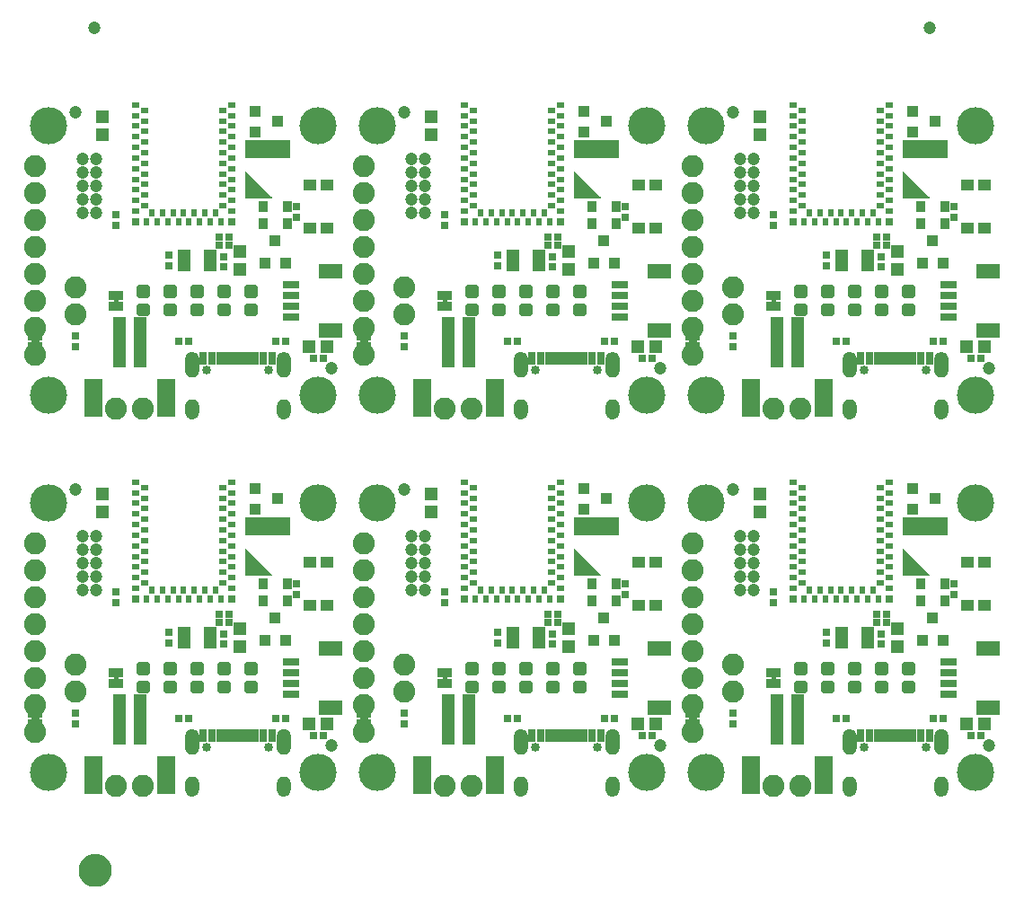
<source format=gts>
G75*
%MOIN*%
%OFA0B0*%
%FSLAX25Y25*%
%IPPOS*%
%LPD*%
%AMOC8*
5,1,8,0,0,1.08239X$1,22.5*
%
%ADD10C,0.13800*%
%ADD11C,0.01990*%
%ADD12C,0.04737*%
%ADD13R,0.04737X0.07887*%
%ADD14R,0.03162X0.03162*%
%ADD15R,0.03162X0.02375*%
%ADD16R,0.02375X0.03162*%
%ADD17R,0.04737X0.05131*%
%ADD18R,0.04737X0.04343*%
%ADD19R,0.08674X0.05524*%
%ADD20R,0.06115X0.03162*%
%ADD21R,0.04737X0.18910*%
%ADD22R,0.07099X0.14186*%
%ADD23C,0.08200*%
%ADD24R,0.05800X0.03300*%
%ADD25C,0.00500*%
%ADD26R,0.01981X0.04737*%
%ADD27R,0.03162X0.04737*%
%ADD28C,0.03359*%
%ADD29C,0.00039*%
%ADD30C,0.00197*%
%ADD31R,0.16535X0.06693*%
%ADD32R,0.03280X0.04068*%
%ADD33R,0.04343X0.03950*%
%ADD34R,0.03950X0.04343*%
%ADD35R,0.05131X0.04737*%
%ADD36C,0.05000*%
%ADD37C,0.06706*%
D10*
X0038500Y0056750D03*
X0138500Y0056750D03*
X0160500Y0056750D03*
X0260500Y0056750D03*
X0282500Y0056750D03*
X0382500Y0056750D03*
X0382500Y0156750D03*
X0382500Y0196750D03*
X0282500Y0196750D03*
X0260500Y0196750D03*
X0260500Y0156750D03*
X0282500Y0156750D03*
X0160500Y0156750D03*
X0138500Y0156750D03*
X0138500Y0196750D03*
X0160500Y0196750D03*
X0160500Y0296750D03*
X0138500Y0296750D03*
X0038500Y0296750D03*
X0038500Y0196750D03*
X0038500Y0156750D03*
X0260500Y0296750D03*
X0282500Y0296750D03*
X0382500Y0296750D03*
D11*
X0358873Y0236576D02*
X0356127Y0236576D01*
X0358873Y0236576D02*
X0358873Y0233830D01*
X0356127Y0233830D01*
X0356127Y0236576D01*
X0356127Y0235720D02*
X0358873Y0235720D01*
X0358873Y0229670D02*
X0356127Y0229670D01*
X0358873Y0229670D02*
X0358873Y0226924D01*
X0356127Y0226924D01*
X0356127Y0229670D01*
X0356127Y0228814D02*
X0358873Y0228814D01*
X0348873Y0229670D02*
X0346127Y0229670D01*
X0348873Y0229670D02*
X0348873Y0226924D01*
X0346127Y0226924D01*
X0346127Y0229670D01*
X0346127Y0228814D02*
X0348873Y0228814D01*
X0348873Y0236576D02*
X0346127Y0236576D01*
X0348873Y0236576D02*
X0348873Y0233830D01*
X0346127Y0233830D01*
X0346127Y0236576D01*
X0346127Y0235720D02*
X0348873Y0235720D01*
X0338873Y0233830D02*
X0336127Y0233830D01*
X0336127Y0236576D01*
X0338873Y0236576D01*
X0338873Y0233830D01*
X0338873Y0235720D02*
X0336127Y0235720D01*
X0336127Y0226924D02*
X0338873Y0226924D01*
X0336127Y0226924D02*
X0336127Y0229670D01*
X0338873Y0229670D01*
X0338873Y0226924D01*
X0338873Y0228814D02*
X0336127Y0228814D01*
X0328873Y0226924D02*
X0326127Y0226924D01*
X0326127Y0229670D01*
X0328873Y0229670D01*
X0328873Y0226924D01*
X0328873Y0228814D02*
X0326127Y0228814D01*
X0326127Y0233830D02*
X0328873Y0233830D01*
X0326127Y0233830D02*
X0326127Y0236576D01*
X0328873Y0236576D01*
X0328873Y0233830D01*
X0328873Y0235720D02*
X0326127Y0235720D01*
X0318873Y0233830D02*
X0316127Y0233830D01*
X0316127Y0236576D01*
X0318873Y0236576D01*
X0318873Y0233830D01*
X0318873Y0235720D02*
X0316127Y0235720D01*
X0316127Y0226924D02*
X0318873Y0226924D01*
X0316127Y0226924D02*
X0316127Y0229670D01*
X0318873Y0229670D01*
X0318873Y0226924D01*
X0318873Y0228814D02*
X0316127Y0228814D01*
X0236873Y0229670D02*
X0234127Y0229670D01*
X0236873Y0229670D02*
X0236873Y0226924D01*
X0234127Y0226924D01*
X0234127Y0229670D01*
X0234127Y0228814D02*
X0236873Y0228814D01*
X0236873Y0236576D02*
X0234127Y0236576D01*
X0236873Y0236576D02*
X0236873Y0233830D01*
X0234127Y0233830D01*
X0234127Y0236576D01*
X0234127Y0235720D02*
X0236873Y0235720D01*
X0226873Y0236576D02*
X0224127Y0236576D01*
X0226873Y0236576D02*
X0226873Y0233830D01*
X0224127Y0233830D01*
X0224127Y0236576D01*
X0224127Y0235720D02*
X0226873Y0235720D01*
X0226873Y0229670D02*
X0224127Y0229670D01*
X0226873Y0229670D02*
X0226873Y0226924D01*
X0224127Y0226924D01*
X0224127Y0229670D01*
X0224127Y0228814D02*
X0226873Y0228814D01*
X0216873Y0226924D02*
X0214127Y0226924D01*
X0214127Y0229670D01*
X0216873Y0229670D01*
X0216873Y0226924D01*
X0216873Y0228814D02*
X0214127Y0228814D01*
X0214127Y0233830D02*
X0216873Y0233830D01*
X0214127Y0233830D02*
X0214127Y0236576D01*
X0216873Y0236576D01*
X0216873Y0233830D01*
X0216873Y0235720D02*
X0214127Y0235720D01*
X0206873Y0233830D02*
X0204127Y0233830D01*
X0204127Y0236576D01*
X0206873Y0236576D01*
X0206873Y0233830D01*
X0206873Y0235720D02*
X0204127Y0235720D01*
X0204127Y0226924D02*
X0206873Y0226924D01*
X0204127Y0226924D02*
X0204127Y0229670D01*
X0206873Y0229670D01*
X0206873Y0226924D01*
X0206873Y0228814D02*
X0204127Y0228814D01*
X0196873Y0226924D02*
X0194127Y0226924D01*
X0194127Y0229670D01*
X0196873Y0229670D01*
X0196873Y0226924D01*
X0196873Y0228814D02*
X0194127Y0228814D01*
X0194127Y0233830D02*
X0196873Y0233830D01*
X0194127Y0233830D02*
X0194127Y0236576D01*
X0196873Y0236576D01*
X0196873Y0233830D01*
X0196873Y0235720D02*
X0194127Y0235720D01*
X0114873Y0236576D02*
X0112127Y0236576D01*
X0114873Y0236576D02*
X0114873Y0233830D01*
X0112127Y0233830D01*
X0112127Y0236576D01*
X0112127Y0235720D02*
X0114873Y0235720D01*
X0114873Y0229670D02*
X0112127Y0229670D01*
X0114873Y0229670D02*
X0114873Y0226924D01*
X0112127Y0226924D01*
X0112127Y0229670D01*
X0112127Y0228814D02*
X0114873Y0228814D01*
X0104873Y0229670D02*
X0102127Y0229670D01*
X0104873Y0229670D02*
X0104873Y0226924D01*
X0102127Y0226924D01*
X0102127Y0229670D01*
X0102127Y0228814D02*
X0104873Y0228814D01*
X0104873Y0236576D02*
X0102127Y0236576D01*
X0104873Y0236576D02*
X0104873Y0233830D01*
X0102127Y0233830D01*
X0102127Y0236576D01*
X0102127Y0235720D02*
X0104873Y0235720D01*
X0094873Y0233830D02*
X0092127Y0233830D01*
X0092127Y0236576D01*
X0094873Y0236576D01*
X0094873Y0233830D01*
X0094873Y0235720D02*
X0092127Y0235720D01*
X0092127Y0226924D02*
X0094873Y0226924D01*
X0092127Y0226924D02*
X0092127Y0229670D01*
X0094873Y0229670D01*
X0094873Y0226924D01*
X0094873Y0228814D02*
X0092127Y0228814D01*
X0084873Y0226924D02*
X0082127Y0226924D01*
X0082127Y0229670D01*
X0084873Y0229670D01*
X0084873Y0226924D01*
X0084873Y0228814D02*
X0082127Y0228814D01*
X0082127Y0233830D02*
X0084873Y0233830D01*
X0082127Y0233830D02*
X0082127Y0236576D01*
X0084873Y0236576D01*
X0084873Y0233830D01*
X0084873Y0235720D02*
X0082127Y0235720D01*
X0074873Y0233830D02*
X0072127Y0233830D01*
X0072127Y0236576D01*
X0074873Y0236576D01*
X0074873Y0233830D01*
X0074873Y0235720D02*
X0072127Y0235720D01*
X0072127Y0226924D02*
X0074873Y0226924D01*
X0072127Y0226924D02*
X0072127Y0229670D01*
X0074873Y0229670D01*
X0074873Y0226924D01*
X0074873Y0228814D02*
X0072127Y0228814D01*
X0072127Y0093830D02*
X0074873Y0093830D01*
X0072127Y0093830D02*
X0072127Y0096576D01*
X0074873Y0096576D01*
X0074873Y0093830D01*
X0074873Y0095720D02*
X0072127Y0095720D01*
X0072127Y0086924D02*
X0074873Y0086924D01*
X0072127Y0086924D02*
X0072127Y0089670D01*
X0074873Y0089670D01*
X0074873Y0086924D01*
X0074873Y0088814D02*
X0072127Y0088814D01*
X0082127Y0086924D02*
X0084873Y0086924D01*
X0082127Y0086924D02*
X0082127Y0089670D01*
X0084873Y0089670D01*
X0084873Y0086924D01*
X0084873Y0088814D02*
X0082127Y0088814D01*
X0082127Y0093830D02*
X0084873Y0093830D01*
X0082127Y0093830D02*
X0082127Y0096576D01*
X0084873Y0096576D01*
X0084873Y0093830D01*
X0084873Y0095720D02*
X0082127Y0095720D01*
X0092127Y0093830D02*
X0094873Y0093830D01*
X0092127Y0093830D02*
X0092127Y0096576D01*
X0094873Y0096576D01*
X0094873Y0093830D01*
X0094873Y0095720D02*
X0092127Y0095720D01*
X0092127Y0086924D02*
X0094873Y0086924D01*
X0092127Y0086924D02*
X0092127Y0089670D01*
X0094873Y0089670D01*
X0094873Y0086924D01*
X0094873Y0088814D02*
X0092127Y0088814D01*
X0102127Y0089670D02*
X0104873Y0089670D01*
X0104873Y0086924D01*
X0102127Y0086924D01*
X0102127Y0089670D01*
X0102127Y0088814D02*
X0104873Y0088814D01*
X0104873Y0096576D02*
X0102127Y0096576D01*
X0104873Y0096576D02*
X0104873Y0093830D01*
X0102127Y0093830D01*
X0102127Y0096576D01*
X0102127Y0095720D02*
X0104873Y0095720D01*
X0112127Y0096576D02*
X0114873Y0096576D01*
X0114873Y0093830D01*
X0112127Y0093830D01*
X0112127Y0096576D01*
X0112127Y0095720D02*
X0114873Y0095720D01*
X0114873Y0089670D02*
X0112127Y0089670D01*
X0114873Y0089670D02*
X0114873Y0086924D01*
X0112127Y0086924D01*
X0112127Y0089670D01*
X0112127Y0088814D02*
X0114873Y0088814D01*
X0194127Y0086924D02*
X0196873Y0086924D01*
X0194127Y0086924D02*
X0194127Y0089670D01*
X0196873Y0089670D01*
X0196873Y0086924D01*
X0196873Y0088814D02*
X0194127Y0088814D01*
X0194127Y0093830D02*
X0196873Y0093830D01*
X0194127Y0093830D02*
X0194127Y0096576D01*
X0196873Y0096576D01*
X0196873Y0093830D01*
X0196873Y0095720D02*
X0194127Y0095720D01*
X0204127Y0093830D02*
X0206873Y0093830D01*
X0204127Y0093830D02*
X0204127Y0096576D01*
X0206873Y0096576D01*
X0206873Y0093830D01*
X0206873Y0095720D02*
X0204127Y0095720D01*
X0204127Y0086924D02*
X0206873Y0086924D01*
X0204127Y0086924D02*
X0204127Y0089670D01*
X0206873Y0089670D01*
X0206873Y0086924D01*
X0206873Y0088814D02*
X0204127Y0088814D01*
X0214127Y0086924D02*
X0216873Y0086924D01*
X0214127Y0086924D02*
X0214127Y0089670D01*
X0216873Y0089670D01*
X0216873Y0086924D01*
X0216873Y0088814D02*
X0214127Y0088814D01*
X0214127Y0093830D02*
X0216873Y0093830D01*
X0214127Y0093830D02*
X0214127Y0096576D01*
X0216873Y0096576D01*
X0216873Y0093830D01*
X0216873Y0095720D02*
X0214127Y0095720D01*
X0224127Y0096576D02*
X0226873Y0096576D01*
X0226873Y0093830D01*
X0224127Y0093830D01*
X0224127Y0096576D01*
X0224127Y0095720D02*
X0226873Y0095720D01*
X0226873Y0089670D02*
X0224127Y0089670D01*
X0226873Y0089670D02*
X0226873Y0086924D01*
X0224127Y0086924D01*
X0224127Y0089670D01*
X0224127Y0088814D02*
X0226873Y0088814D01*
X0234127Y0089670D02*
X0236873Y0089670D01*
X0236873Y0086924D01*
X0234127Y0086924D01*
X0234127Y0089670D01*
X0234127Y0088814D02*
X0236873Y0088814D01*
X0236873Y0096576D02*
X0234127Y0096576D01*
X0236873Y0096576D02*
X0236873Y0093830D01*
X0234127Y0093830D01*
X0234127Y0096576D01*
X0234127Y0095720D02*
X0236873Y0095720D01*
X0316127Y0093830D02*
X0318873Y0093830D01*
X0316127Y0093830D02*
X0316127Y0096576D01*
X0318873Y0096576D01*
X0318873Y0093830D01*
X0318873Y0095720D02*
X0316127Y0095720D01*
X0316127Y0086924D02*
X0318873Y0086924D01*
X0316127Y0086924D02*
X0316127Y0089670D01*
X0318873Y0089670D01*
X0318873Y0086924D01*
X0318873Y0088814D02*
X0316127Y0088814D01*
X0326127Y0086924D02*
X0328873Y0086924D01*
X0326127Y0086924D02*
X0326127Y0089670D01*
X0328873Y0089670D01*
X0328873Y0086924D01*
X0328873Y0088814D02*
X0326127Y0088814D01*
X0326127Y0093830D02*
X0328873Y0093830D01*
X0326127Y0093830D02*
X0326127Y0096576D01*
X0328873Y0096576D01*
X0328873Y0093830D01*
X0328873Y0095720D02*
X0326127Y0095720D01*
X0336127Y0093830D02*
X0338873Y0093830D01*
X0336127Y0093830D02*
X0336127Y0096576D01*
X0338873Y0096576D01*
X0338873Y0093830D01*
X0338873Y0095720D02*
X0336127Y0095720D01*
X0336127Y0086924D02*
X0338873Y0086924D01*
X0336127Y0086924D02*
X0336127Y0089670D01*
X0338873Y0089670D01*
X0338873Y0086924D01*
X0338873Y0088814D02*
X0336127Y0088814D01*
X0346127Y0089670D02*
X0348873Y0089670D01*
X0348873Y0086924D01*
X0346127Y0086924D01*
X0346127Y0089670D01*
X0346127Y0088814D02*
X0348873Y0088814D01*
X0348873Y0096576D02*
X0346127Y0096576D01*
X0348873Y0096576D02*
X0348873Y0093830D01*
X0346127Y0093830D01*
X0346127Y0096576D01*
X0346127Y0095720D02*
X0348873Y0095720D01*
X0356127Y0096576D02*
X0358873Y0096576D01*
X0358873Y0093830D01*
X0356127Y0093830D01*
X0356127Y0096576D01*
X0356127Y0095720D02*
X0358873Y0095720D01*
X0358873Y0089670D02*
X0356127Y0089670D01*
X0358873Y0089670D02*
X0358873Y0086924D01*
X0356127Y0086924D01*
X0356127Y0089670D01*
X0356127Y0088814D02*
X0358873Y0088814D01*
D12*
X0387500Y0066750D03*
X0300000Y0124250D03*
X0300000Y0129250D03*
X0295000Y0129250D03*
X0295000Y0124250D03*
X0295000Y0134250D03*
X0295000Y0139250D03*
X0295000Y0144250D03*
X0300000Y0144250D03*
X0300000Y0139250D03*
X0300000Y0134250D03*
X0292500Y0161750D03*
X0265500Y0206750D03*
X0295000Y0264250D03*
X0295000Y0269250D03*
X0295000Y0274250D03*
X0295000Y0279250D03*
X0300000Y0279250D03*
X0300000Y0274250D03*
X0300000Y0269250D03*
X0300000Y0264250D03*
X0300000Y0284250D03*
X0295000Y0284250D03*
X0292500Y0301750D03*
X0365500Y0333000D03*
X0387500Y0206750D03*
X0265500Y0066750D03*
X0178000Y0124250D03*
X0178000Y0129250D03*
X0173000Y0129250D03*
X0173000Y0124250D03*
X0173000Y0134250D03*
X0173000Y0139250D03*
X0173000Y0144250D03*
X0178000Y0144250D03*
X0178000Y0139250D03*
X0178000Y0134250D03*
X0170500Y0161750D03*
X0143500Y0206750D03*
X0173000Y0264250D03*
X0173000Y0269250D03*
X0173000Y0274250D03*
X0173000Y0279250D03*
X0178000Y0279250D03*
X0178000Y0274250D03*
X0178000Y0269250D03*
X0178000Y0264250D03*
X0178000Y0284250D03*
X0173000Y0284250D03*
X0170500Y0301750D03*
X0056000Y0284250D03*
X0051000Y0284250D03*
X0051000Y0279250D03*
X0051000Y0274250D03*
X0051000Y0269250D03*
X0051000Y0264250D03*
X0056000Y0264250D03*
X0056000Y0269250D03*
X0056000Y0274250D03*
X0056000Y0279250D03*
X0048500Y0301750D03*
X0055500Y0333000D03*
X0048500Y0161750D03*
X0051000Y0144250D03*
X0051000Y0139250D03*
X0051000Y0134250D03*
X0056000Y0134250D03*
X0056000Y0139250D03*
X0056000Y0144250D03*
X0056000Y0129250D03*
X0056000Y0124250D03*
X0051000Y0124250D03*
X0051000Y0129250D03*
X0143500Y0066750D03*
D13*
X0098421Y0106750D03*
X0088579Y0106750D03*
X0210579Y0106750D03*
X0220421Y0106750D03*
X0332579Y0106750D03*
X0342421Y0106750D03*
X0342421Y0246750D03*
X0332579Y0246750D03*
X0220421Y0246750D03*
X0210579Y0246750D03*
X0098421Y0246750D03*
X0088579Y0246750D03*
D14*
X0083000Y0248719D03*
X0083000Y0244781D03*
X0101531Y0252250D03*
X0101531Y0255250D03*
X0105469Y0255250D03*
X0105469Y0252250D03*
X0103500Y0248219D03*
X0103500Y0244281D03*
X0106217Y0261159D03*
X0130500Y0262781D03*
X0130500Y0266719D03*
X0126469Y0216750D03*
X0122531Y0216750D03*
X0136531Y0210250D03*
X0140469Y0210250D03*
X0170500Y0214781D03*
X0170500Y0218719D03*
X0205000Y0244781D03*
X0205000Y0248719D03*
X0192783Y0261159D03*
X0185500Y0259781D03*
X0185500Y0263719D03*
X0223531Y0255250D03*
X0223531Y0252250D03*
X0227469Y0252250D03*
X0227469Y0255250D03*
X0225500Y0248219D03*
X0225500Y0244281D03*
X0228217Y0261159D03*
X0252500Y0262781D03*
X0252500Y0266719D03*
X0248469Y0216750D03*
X0244531Y0216750D03*
X0258531Y0210250D03*
X0262469Y0210250D03*
X0292500Y0214781D03*
X0292500Y0218719D03*
X0327000Y0244781D03*
X0327000Y0248719D03*
X0314783Y0261159D03*
X0307500Y0259781D03*
X0307500Y0263719D03*
X0345531Y0255250D03*
X0345531Y0252250D03*
X0349469Y0252250D03*
X0349469Y0255250D03*
X0347500Y0248219D03*
X0347500Y0244281D03*
X0350217Y0261159D03*
X0374500Y0262781D03*
X0374500Y0266719D03*
X0370469Y0216750D03*
X0366531Y0216750D03*
X0380531Y0210250D03*
X0384469Y0210250D03*
X0334469Y0216750D03*
X0330531Y0216750D03*
X0374500Y0126719D03*
X0374500Y0122781D03*
X0350217Y0121159D03*
X0349469Y0115250D03*
X0349469Y0112250D03*
X0345531Y0112250D03*
X0345531Y0115250D03*
X0347500Y0108219D03*
X0347500Y0104281D03*
X0327000Y0104781D03*
X0327000Y0108719D03*
X0314783Y0121159D03*
X0307500Y0119781D03*
X0307500Y0123719D03*
X0292500Y0078719D03*
X0292500Y0074781D03*
X0262469Y0070250D03*
X0258531Y0070250D03*
X0248469Y0076750D03*
X0244531Y0076750D03*
X0225500Y0104281D03*
X0225500Y0108219D03*
X0223531Y0112250D03*
X0223531Y0115250D03*
X0227469Y0115250D03*
X0227469Y0112250D03*
X0228217Y0121159D03*
X0252500Y0122781D03*
X0252500Y0126719D03*
X0205000Y0108719D03*
X0205000Y0104781D03*
X0192783Y0121159D03*
X0185500Y0119781D03*
X0185500Y0123719D03*
X0170500Y0078719D03*
X0170500Y0074781D03*
X0140469Y0070250D03*
X0136531Y0070250D03*
X0126469Y0076750D03*
X0122531Y0076750D03*
X0103500Y0104281D03*
X0103500Y0108219D03*
X0101531Y0112250D03*
X0101531Y0115250D03*
X0105469Y0115250D03*
X0105469Y0112250D03*
X0106217Y0121159D03*
X0130500Y0122781D03*
X0130500Y0126719D03*
X0083000Y0108719D03*
X0083000Y0104781D03*
X0070783Y0121159D03*
X0063500Y0119781D03*
X0063500Y0123719D03*
X0048500Y0078719D03*
X0048500Y0074781D03*
X0086531Y0076750D03*
X0090469Y0076750D03*
X0208531Y0076750D03*
X0212469Y0076750D03*
X0330531Y0076750D03*
X0334469Y0076750D03*
X0366531Y0076750D03*
X0370469Y0076750D03*
X0380531Y0070250D03*
X0384469Y0070250D03*
X0212469Y0216750D03*
X0208531Y0216750D03*
X0090469Y0216750D03*
X0086531Y0216750D03*
X0048500Y0214781D03*
X0048500Y0218719D03*
X0063500Y0259781D03*
X0063500Y0263719D03*
X0070783Y0261159D03*
D15*
X0070783Y0265096D03*
X0073933Y0267065D03*
X0070783Y0269033D03*
X0073933Y0271002D03*
X0070783Y0272970D03*
X0073933Y0274939D03*
X0070783Y0276907D03*
X0073933Y0278876D03*
X0070783Y0280844D03*
X0073933Y0282813D03*
X0070783Y0284781D03*
X0073933Y0286750D03*
X0070783Y0288719D03*
X0073933Y0290687D03*
X0070783Y0292656D03*
X0073933Y0294624D03*
X0070783Y0296593D03*
X0073933Y0298561D03*
X0070783Y0300530D03*
X0073933Y0302498D03*
X0070783Y0304467D03*
X0103067Y0302498D03*
X0106217Y0300530D03*
X0103067Y0298561D03*
X0106217Y0296593D03*
X0103067Y0294624D03*
X0106217Y0292656D03*
X0103067Y0290687D03*
X0106217Y0288719D03*
X0103067Y0286750D03*
X0106217Y0284781D03*
X0103067Y0282813D03*
X0106217Y0280844D03*
X0103067Y0278876D03*
X0106217Y0276907D03*
X0103067Y0274939D03*
X0106217Y0272970D03*
X0103067Y0271002D03*
X0106217Y0269033D03*
X0103067Y0267065D03*
X0106217Y0265096D03*
X0106217Y0304467D03*
X0192783Y0304467D03*
X0195933Y0302498D03*
X0192783Y0300530D03*
X0195933Y0298561D03*
X0192783Y0296593D03*
X0195933Y0294624D03*
X0192783Y0292656D03*
X0195933Y0290687D03*
X0192783Y0288719D03*
X0195933Y0286750D03*
X0192783Y0284781D03*
X0195933Y0282813D03*
X0192783Y0280844D03*
X0195933Y0278876D03*
X0192783Y0276907D03*
X0195933Y0274939D03*
X0192783Y0272970D03*
X0195933Y0271002D03*
X0192783Y0269033D03*
X0195933Y0267065D03*
X0192783Y0265096D03*
X0225067Y0267065D03*
X0228217Y0269033D03*
X0225067Y0271002D03*
X0228217Y0272970D03*
X0225067Y0274939D03*
X0228217Y0276907D03*
X0225067Y0278876D03*
X0228217Y0280844D03*
X0225067Y0282813D03*
X0228217Y0284781D03*
X0225067Y0286750D03*
X0228217Y0288719D03*
X0225067Y0290687D03*
X0228217Y0292656D03*
X0225067Y0294624D03*
X0228217Y0296593D03*
X0225067Y0298561D03*
X0228217Y0300530D03*
X0225067Y0302498D03*
X0228217Y0304467D03*
X0228217Y0265096D03*
X0314783Y0265096D03*
X0317933Y0267065D03*
X0314783Y0269033D03*
X0317933Y0271002D03*
X0314783Y0272970D03*
X0317933Y0274939D03*
X0314783Y0276907D03*
X0317933Y0278876D03*
X0314783Y0280844D03*
X0317933Y0282813D03*
X0314783Y0284781D03*
X0317933Y0286750D03*
X0314783Y0288719D03*
X0317933Y0290687D03*
X0314783Y0292656D03*
X0317933Y0294624D03*
X0314783Y0296593D03*
X0317933Y0298561D03*
X0314783Y0300530D03*
X0317933Y0302498D03*
X0314783Y0304467D03*
X0347067Y0302498D03*
X0350217Y0300530D03*
X0347067Y0298561D03*
X0350217Y0296593D03*
X0347067Y0294624D03*
X0350217Y0292656D03*
X0347067Y0290687D03*
X0350217Y0288719D03*
X0347067Y0286750D03*
X0350217Y0284781D03*
X0347067Y0282813D03*
X0350217Y0280844D03*
X0347067Y0278876D03*
X0350217Y0276907D03*
X0347067Y0274939D03*
X0350217Y0272970D03*
X0347067Y0271002D03*
X0350217Y0269033D03*
X0347067Y0267065D03*
X0350217Y0265096D03*
X0350217Y0304467D03*
X0350217Y0164467D03*
X0347067Y0162498D03*
X0350217Y0160530D03*
X0347067Y0158561D03*
X0350217Y0156593D03*
X0347067Y0154624D03*
X0350217Y0152656D03*
X0347067Y0150687D03*
X0350217Y0148719D03*
X0347067Y0146750D03*
X0350217Y0144781D03*
X0347067Y0142813D03*
X0350217Y0140844D03*
X0347067Y0138876D03*
X0350217Y0136907D03*
X0347067Y0134939D03*
X0350217Y0132970D03*
X0347067Y0131002D03*
X0350217Y0129033D03*
X0347067Y0127065D03*
X0350217Y0125096D03*
X0317933Y0127065D03*
X0314783Y0129033D03*
X0317933Y0131002D03*
X0314783Y0132970D03*
X0317933Y0134939D03*
X0314783Y0136907D03*
X0317933Y0138876D03*
X0314783Y0140844D03*
X0317933Y0142813D03*
X0314783Y0144781D03*
X0317933Y0146750D03*
X0314783Y0148719D03*
X0317933Y0150687D03*
X0314783Y0152656D03*
X0317933Y0154624D03*
X0314783Y0156593D03*
X0317933Y0158561D03*
X0314783Y0160530D03*
X0317933Y0162498D03*
X0314783Y0164467D03*
X0314783Y0125096D03*
X0228217Y0125096D03*
X0225067Y0127065D03*
X0228217Y0129033D03*
X0225067Y0131002D03*
X0228217Y0132970D03*
X0225067Y0134939D03*
X0228217Y0136907D03*
X0225067Y0138876D03*
X0228217Y0140844D03*
X0225067Y0142813D03*
X0228217Y0144781D03*
X0225067Y0146750D03*
X0228217Y0148719D03*
X0225067Y0150687D03*
X0228217Y0152656D03*
X0225067Y0154624D03*
X0228217Y0156593D03*
X0225067Y0158561D03*
X0228217Y0160530D03*
X0225067Y0162498D03*
X0228217Y0164467D03*
X0195933Y0162498D03*
X0192783Y0160530D03*
X0195933Y0158561D03*
X0192783Y0156593D03*
X0195933Y0154624D03*
X0192783Y0152656D03*
X0195933Y0150687D03*
X0192783Y0148719D03*
X0195933Y0146750D03*
X0192783Y0144781D03*
X0195933Y0142813D03*
X0192783Y0140844D03*
X0195933Y0138876D03*
X0192783Y0136907D03*
X0195933Y0134939D03*
X0192783Y0132970D03*
X0195933Y0131002D03*
X0192783Y0129033D03*
X0195933Y0127065D03*
X0192783Y0125096D03*
X0192783Y0164467D03*
X0106217Y0164467D03*
X0103067Y0162498D03*
X0106217Y0160530D03*
X0103067Y0158561D03*
X0106217Y0156593D03*
X0103067Y0154624D03*
X0106217Y0152656D03*
X0103067Y0150687D03*
X0106217Y0148719D03*
X0103067Y0146750D03*
X0106217Y0144781D03*
X0103067Y0142813D03*
X0106217Y0140844D03*
X0103067Y0138876D03*
X0106217Y0136907D03*
X0103067Y0134939D03*
X0106217Y0132970D03*
X0103067Y0131002D03*
X0106217Y0129033D03*
X0103067Y0127065D03*
X0106217Y0125096D03*
X0073933Y0127065D03*
X0070783Y0129033D03*
X0073933Y0131002D03*
X0070783Y0132970D03*
X0073933Y0134939D03*
X0070783Y0136907D03*
X0073933Y0138876D03*
X0070783Y0140844D03*
X0073933Y0142813D03*
X0070783Y0144781D03*
X0073933Y0146750D03*
X0070783Y0148719D03*
X0073933Y0150687D03*
X0070783Y0152656D03*
X0073933Y0154624D03*
X0070783Y0156593D03*
X0073933Y0158561D03*
X0070783Y0160530D03*
X0073933Y0162498D03*
X0070783Y0164467D03*
X0070783Y0125096D03*
D16*
X0074720Y0121159D03*
X0076689Y0124309D03*
X0078657Y0121159D03*
X0080626Y0124309D03*
X0082594Y0121159D03*
X0084563Y0124309D03*
X0086531Y0121159D03*
X0088500Y0124309D03*
X0090469Y0121159D03*
X0092437Y0124309D03*
X0094406Y0121159D03*
X0096374Y0124309D03*
X0098343Y0121159D03*
X0100311Y0124309D03*
X0102280Y0121159D03*
X0196720Y0121159D03*
X0198689Y0124309D03*
X0200657Y0121159D03*
X0202626Y0124309D03*
X0204594Y0121159D03*
X0206563Y0124309D03*
X0208531Y0121159D03*
X0210500Y0124309D03*
X0212469Y0121159D03*
X0214437Y0124309D03*
X0216406Y0121159D03*
X0218374Y0124309D03*
X0220343Y0121159D03*
X0222311Y0124309D03*
X0224280Y0121159D03*
X0318720Y0121159D03*
X0320689Y0124309D03*
X0322657Y0121159D03*
X0324626Y0124309D03*
X0326594Y0121159D03*
X0328563Y0124309D03*
X0330531Y0121159D03*
X0332500Y0124309D03*
X0334469Y0121159D03*
X0336437Y0124309D03*
X0338406Y0121159D03*
X0340374Y0124309D03*
X0342343Y0121159D03*
X0344311Y0124309D03*
X0346280Y0121159D03*
X0346280Y0261159D03*
X0344311Y0264309D03*
X0342343Y0261159D03*
X0340374Y0264309D03*
X0338406Y0261159D03*
X0336437Y0264309D03*
X0334469Y0261159D03*
X0332500Y0264309D03*
X0330531Y0261159D03*
X0328563Y0264309D03*
X0326594Y0261159D03*
X0324626Y0264309D03*
X0322657Y0261159D03*
X0320689Y0264309D03*
X0318720Y0261159D03*
X0224280Y0261159D03*
X0222311Y0264309D03*
X0220343Y0261159D03*
X0218374Y0264309D03*
X0216406Y0261159D03*
X0214437Y0264309D03*
X0212469Y0261159D03*
X0210500Y0264309D03*
X0208531Y0261159D03*
X0206563Y0264309D03*
X0204594Y0261159D03*
X0202626Y0264309D03*
X0200657Y0261159D03*
X0198689Y0264309D03*
X0196720Y0261159D03*
X0102280Y0261159D03*
X0100311Y0264309D03*
X0098343Y0261159D03*
X0096374Y0264309D03*
X0094406Y0261159D03*
X0092437Y0264309D03*
X0090469Y0261159D03*
X0088500Y0264309D03*
X0086531Y0261159D03*
X0084563Y0264309D03*
X0082594Y0261159D03*
X0080626Y0264309D03*
X0078657Y0261159D03*
X0076689Y0264309D03*
X0074720Y0261159D03*
D17*
X0058500Y0293404D03*
X0058500Y0300096D03*
X0109500Y0250096D03*
X0109500Y0243404D03*
X0180500Y0293404D03*
X0180500Y0300096D03*
X0231500Y0250096D03*
X0231500Y0243404D03*
X0302500Y0293404D03*
X0302500Y0300096D03*
X0353500Y0250096D03*
X0353500Y0243404D03*
X0302500Y0160096D03*
X0302500Y0153404D03*
X0353500Y0110096D03*
X0353500Y0103404D03*
X0231500Y0103404D03*
X0231500Y0110096D03*
X0180500Y0153404D03*
X0180500Y0160096D03*
X0109500Y0110096D03*
X0109500Y0103404D03*
X0058500Y0153404D03*
X0058500Y0160096D03*
D18*
X0135350Y0134821D03*
X0141650Y0134821D03*
X0141650Y0118679D03*
X0135350Y0118679D03*
X0257350Y0118679D03*
X0263650Y0118679D03*
X0263650Y0134821D03*
X0257350Y0134821D03*
X0379350Y0134821D03*
X0385650Y0134821D03*
X0385650Y0118679D03*
X0379350Y0118679D03*
X0379350Y0258679D03*
X0385650Y0258679D03*
X0385650Y0274821D03*
X0379350Y0274821D03*
X0263650Y0274821D03*
X0257350Y0274821D03*
X0257350Y0258679D03*
X0263650Y0258679D03*
X0141650Y0258679D03*
X0135350Y0258679D03*
X0135350Y0274821D03*
X0141650Y0274821D03*
D19*
X0142969Y0242774D03*
X0142969Y0220726D03*
X0264969Y0220726D03*
X0264969Y0242774D03*
X0386969Y0242774D03*
X0386969Y0220726D03*
X0386969Y0102774D03*
X0386969Y0080726D03*
X0264969Y0080726D03*
X0264969Y0102774D03*
X0142969Y0102774D03*
X0142969Y0080726D03*
D20*
X0128500Y0085844D03*
X0128500Y0089781D03*
X0128500Y0093719D03*
X0128500Y0097656D03*
X0250500Y0097656D03*
X0250500Y0093719D03*
X0250500Y0089781D03*
X0250500Y0085844D03*
X0372500Y0085844D03*
X0372500Y0089781D03*
X0372500Y0093719D03*
X0372500Y0097656D03*
X0372500Y0225844D03*
X0372500Y0229781D03*
X0372500Y0233719D03*
X0372500Y0237656D03*
X0250500Y0237656D03*
X0250500Y0233719D03*
X0250500Y0229781D03*
X0250500Y0225844D03*
X0128500Y0225844D03*
X0128500Y0229781D03*
X0128500Y0233719D03*
X0128500Y0237656D03*
D21*
X0072437Y0216317D03*
X0064563Y0216317D03*
X0186563Y0216317D03*
X0194437Y0216317D03*
X0308563Y0216317D03*
X0316437Y0216317D03*
X0316437Y0076317D03*
X0308563Y0076317D03*
X0194437Y0076317D03*
X0186563Y0076317D03*
X0072437Y0076317D03*
X0064563Y0076317D03*
D22*
X0055114Y0055844D03*
X0081886Y0055844D03*
X0177114Y0055844D03*
X0203886Y0055844D03*
X0299114Y0055844D03*
X0325886Y0055844D03*
X0325886Y0195844D03*
X0299114Y0195844D03*
X0203886Y0195844D03*
X0177114Y0195844D03*
X0081886Y0195844D03*
X0055114Y0195844D03*
D23*
X0063500Y0191750D03*
X0073500Y0191750D03*
X0048500Y0226750D03*
X0048500Y0236750D03*
X0033500Y0231750D03*
X0033500Y0221750D03*
X0033500Y0211750D03*
X0033500Y0241750D03*
X0033500Y0251750D03*
X0033500Y0261750D03*
X0033500Y0271750D03*
X0033500Y0281750D03*
X0155500Y0281750D03*
X0155500Y0271750D03*
X0155500Y0261750D03*
X0155500Y0251750D03*
X0155500Y0241750D03*
X0155500Y0231750D03*
X0155500Y0221750D03*
X0155500Y0211750D03*
X0170500Y0226750D03*
X0170500Y0236750D03*
X0185500Y0191750D03*
X0195500Y0191750D03*
X0155500Y0141750D03*
X0155500Y0131750D03*
X0155500Y0121750D03*
X0155500Y0111750D03*
X0155500Y0101750D03*
X0155500Y0091750D03*
X0155500Y0081750D03*
X0155500Y0071750D03*
X0170500Y0086750D03*
X0170500Y0096750D03*
X0185500Y0051750D03*
X0195500Y0051750D03*
X0277500Y0071750D03*
X0277500Y0081750D03*
X0277500Y0091750D03*
X0277500Y0101750D03*
X0277500Y0111750D03*
X0277500Y0121750D03*
X0277500Y0131750D03*
X0277500Y0141750D03*
X0292500Y0096750D03*
X0292500Y0086750D03*
X0307500Y0051750D03*
X0317500Y0051750D03*
X0317500Y0191750D03*
X0307500Y0191750D03*
X0277500Y0211750D03*
X0277500Y0221750D03*
X0277500Y0231750D03*
X0277500Y0241750D03*
X0277500Y0251750D03*
X0277500Y0261750D03*
X0277500Y0271750D03*
X0277500Y0281750D03*
X0292500Y0236750D03*
X0292500Y0226750D03*
X0073500Y0051750D03*
X0063500Y0051750D03*
X0033500Y0071750D03*
X0033500Y0081750D03*
X0033500Y0091750D03*
X0033500Y0101750D03*
X0033500Y0111750D03*
X0033500Y0121750D03*
X0033500Y0131750D03*
X0033500Y0141750D03*
X0048500Y0096750D03*
X0048500Y0086750D03*
D24*
X0063500Y0089750D03*
X0063500Y0093750D03*
X0033500Y0078750D03*
X0033500Y0074750D03*
X0155500Y0074750D03*
X0155500Y0078750D03*
X0185500Y0089750D03*
X0185500Y0093750D03*
X0277500Y0078750D03*
X0277500Y0074750D03*
X0307500Y0089750D03*
X0307500Y0093750D03*
X0277500Y0214750D03*
X0277500Y0218750D03*
X0307500Y0229750D03*
X0307500Y0233750D03*
X0185500Y0233750D03*
X0185500Y0229750D03*
X0155500Y0218750D03*
X0155500Y0214750D03*
X0063500Y0229750D03*
X0063500Y0233750D03*
X0033500Y0218750D03*
X0033500Y0214750D03*
D25*
X0034600Y0216000D02*
X0032400Y0216000D01*
X0032400Y0217500D01*
X0034600Y0217500D01*
X0034600Y0216000D01*
X0034600Y0216244D02*
X0032400Y0216244D01*
X0032400Y0216742D02*
X0034600Y0216742D01*
X0034600Y0217241D02*
X0032400Y0217241D01*
X0063000Y0231000D02*
X0064000Y0231000D01*
X0064000Y0232500D01*
X0063000Y0232500D01*
X0063000Y0231000D01*
X0063000Y0231199D02*
X0064000Y0231199D01*
X0064000Y0231698D02*
X0063000Y0231698D01*
X0063000Y0232196D02*
X0064000Y0232196D01*
X0154400Y0217500D02*
X0154400Y0216000D01*
X0156600Y0216000D01*
X0156600Y0217500D01*
X0154400Y0217500D01*
X0154400Y0217241D02*
X0156600Y0217241D01*
X0156600Y0216742D02*
X0154400Y0216742D01*
X0154400Y0216244D02*
X0156600Y0216244D01*
X0185000Y0231000D02*
X0186000Y0231000D01*
X0186000Y0232500D01*
X0185000Y0232500D01*
X0185000Y0231000D01*
X0185000Y0231199D02*
X0186000Y0231199D01*
X0186000Y0231698D02*
X0185000Y0231698D01*
X0185000Y0232196D02*
X0186000Y0232196D01*
X0276400Y0217500D02*
X0276400Y0216000D01*
X0278600Y0216000D01*
X0278600Y0217500D01*
X0276400Y0217500D01*
X0276400Y0217241D02*
X0278600Y0217241D01*
X0278600Y0216742D02*
X0276400Y0216742D01*
X0276400Y0216244D02*
X0278600Y0216244D01*
X0307000Y0231000D02*
X0308000Y0231000D01*
X0308000Y0232500D01*
X0307000Y0232500D01*
X0307000Y0231000D01*
X0307000Y0231199D02*
X0308000Y0231199D01*
X0308000Y0231698D02*
X0307000Y0231698D01*
X0307000Y0232196D02*
X0308000Y0232196D01*
X0308000Y0092500D02*
X0308000Y0091000D01*
X0307000Y0091000D01*
X0307000Y0092500D01*
X0308000Y0092500D01*
X0308000Y0092115D02*
X0307000Y0092115D01*
X0307000Y0091616D02*
X0308000Y0091616D01*
X0308000Y0091118D02*
X0307000Y0091118D01*
X0278600Y0077500D02*
X0278600Y0076000D01*
X0276400Y0076000D01*
X0276400Y0077500D01*
X0278600Y0077500D01*
X0278600Y0077159D02*
X0276400Y0077159D01*
X0276400Y0076661D02*
X0278600Y0076661D01*
X0278600Y0076162D02*
X0276400Y0076162D01*
X0186000Y0091000D02*
X0185000Y0091000D01*
X0185000Y0092500D01*
X0186000Y0092500D01*
X0186000Y0091000D01*
X0186000Y0091118D02*
X0185000Y0091118D01*
X0185000Y0091616D02*
X0186000Y0091616D01*
X0186000Y0092115D02*
X0185000Y0092115D01*
X0156600Y0077500D02*
X0156600Y0076000D01*
X0154400Y0076000D01*
X0154400Y0077500D01*
X0156600Y0077500D01*
X0156600Y0077159D02*
X0154400Y0077159D01*
X0154400Y0076661D02*
X0156600Y0076661D01*
X0156600Y0076162D02*
X0154400Y0076162D01*
X0064000Y0091000D02*
X0063000Y0091000D01*
X0063000Y0092500D01*
X0064000Y0092500D01*
X0064000Y0091000D01*
X0064000Y0091118D02*
X0063000Y0091118D01*
X0063000Y0091616D02*
X0064000Y0091616D01*
X0064000Y0092115D02*
X0063000Y0092115D01*
X0034600Y0077500D02*
X0034600Y0076000D01*
X0032400Y0076000D01*
X0032400Y0077500D01*
X0034600Y0077500D01*
X0034600Y0077159D02*
X0032400Y0077159D01*
X0032400Y0076661D02*
X0034600Y0076661D01*
X0034600Y0076162D02*
X0032400Y0076162D01*
D26*
X0101610Y0070411D03*
X0103579Y0070411D03*
X0105547Y0070411D03*
X0107516Y0070411D03*
X0109484Y0070411D03*
X0111453Y0070411D03*
X0113421Y0070411D03*
X0115390Y0070411D03*
X0223610Y0070411D03*
X0225579Y0070411D03*
X0227547Y0070411D03*
X0229516Y0070411D03*
X0231484Y0070411D03*
X0233453Y0070411D03*
X0235421Y0070411D03*
X0237390Y0070411D03*
X0345610Y0070411D03*
X0347579Y0070411D03*
X0349547Y0070411D03*
X0351516Y0070411D03*
X0353484Y0070411D03*
X0355453Y0070411D03*
X0357421Y0070411D03*
X0359390Y0070411D03*
X0359390Y0210411D03*
X0357421Y0210411D03*
X0355453Y0210411D03*
X0353484Y0210411D03*
X0351516Y0210411D03*
X0349547Y0210411D03*
X0347579Y0210411D03*
X0345610Y0210411D03*
X0237390Y0210411D03*
X0235421Y0210411D03*
X0233453Y0210411D03*
X0231484Y0210411D03*
X0229516Y0210411D03*
X0227547Y0210411D03*
X0225579Y0210411D03*
X0223610Y0210411D03*
X0115390Y0210411D03*
X0113421Y0210411D03*
X0111453Y0210411D03*
X0109484Y0210411D03*
X0107516Y0210411D03*
X0105547Y0210411D03*
X0103579Y0210411D03*
X0101610Y0210411D03*
D27*
X0098854Y0210411D03*
X0095803Y0210411D03*
X0118146Y0210411D03*
X0121197Y0210411D03*
X0217803Y0210411D03*
X0220854Y0210411D03*
X0240146Y0210411D03*
X0243197Y0210411D03*
X0339803Y0210411D03*
X0342854Y0210411D03*
X0362146Y0210411D03*
X0365197Y0210411D03*
X0365197Y0070411D03*
X0362146Y0070411D03*
X0342854Y0070411D03*
X0339803Y0070411D03*
X0243197Y0070411D03*
X0240146Y0070411D03*
X0220854Y0070411D03*
X0217803Y0070411D03*
X0121197Y0070411D03*
X0118146Y0070411D03*
X0098854Y0070411D03*
X0095803Y0070411D03*
D28*
X0097122Y0066061D03*
X0119878Y0066061D03*
X0219122Y0066061D03*
X0241878Y0066061D03*
X0341122Y0066061D03*
X0363878Y0066061D03*
X0363878Y0206061D03*
X0341122Y0206061D03*
X0241878Y0206061D03*
X0219122Y0206061D03*
X0119878Y0206061D03*
X0097122Y0206061D03*
D29*
X0093854Y0206079D02*
X0089130Y0206079D01*
X0089130Y0206041D02*
X0093854Y0206041D01*
X0093854Y0206003D02*
X0089130Y0206003D01*
X0089130Y0205966D02*
X0093854Y0205966D01*
X0093854Y0205928D02*
X0089130Y0205928D01*
X0089130Y0205890D02*
X0093854Y0205890D01*
X0093854Y0205852D02*
X0089130Y0205852D01*
X0089130Y0205814D02*
X0093854Y0205814D01*
X0093854Y0205776D02*
X0089130Y0205776D01*
X0089130Y0205766D02*
X0089211Y0205267D01*
X0089400Y0204799D01*
X0089689Y0204384D01*
X0090063Y0204044D01*
X0090503Y0203796D01*
X0090988Y0203652D01*
X0091492Y0203620D01*
X0091996Y0203652D01*
X0092481Y0203796D01*
X0092921Y0204044D01*
X0093295Y0204384D01*
X0093584Y0204799D01*
X0093774Y0205267D01*
X0093854Y0205766D01*
X0093854Y0210490D01*
X0093793Y0210932D01*
X0093647Y0211353D01*
X0093422Y0211738D01*
X0093126Y0212072D01*
X0092770Y0212341D01*
X0092369Y0212536D01*
X0091937Y0212649D01*
X0091492Y0212675D01*
X0091047Y0212649D01*
X0090615Y0212536D01*
X0090214Y0212341D01*
X0089858Y0212072D01*
X0089562Y0211738D01*
X0089337Y0211353D01*
X0089191Y0210932D01*
X0089130Y0210490D01*
X0089130Y0205766D01*
X0089134Y0205738D02*
X0093850Y0205738D01*
X0093844Y0205700D02*
X0089140Y0205700D01*
X0089147Y0205662D02*
X0093838Y0205662D01*
X0093832Y0205625D02*
X0089153Y0205625D01*
X0089159Y0205587D02*
X0093825Y0205587D01*
X0093819Y0205549D02*
X0089165Y0205549D01*
X0089171Y0205511D02*
X0093813Y0205511D01*
X0093807Y0205473D02*
X0089177Y0205473D01*
X0089183Y0205435D02*
X0093801Y0205435D01*
X0093795Y0205397D02*
X0089189Y0205397D01*
X0089196Y0205359D02*
X0093789Y0205359D01*
X0093783Y0205322D02*
X0089202Y0205322D01*
X0089208Y0205284D02*
X0093776Y0205284D01*
X0093765Y0205246D02*
X0089219Y0205246D01*
X0089234Y0205208D02*
X0093750Y0205208D01*
X0093735Y0205170D02*
X0089250Y0205170D01*
X0089265Y0205132D02*
X0093719Y0205132D01*
X0093704Y0205094D02*
X0089280Y0205094D01*
X0089296Y0205056D02*
X0093689Y0205056D01*
X0093673Y0205018D02*
X0089311Y0205018D01*
X0089326Y0204981D02*
X0093658Y0204981D01*
X0093643Y0204943D02*
X0089342Y0204943D01*
X0089357Y0204905D02*
X0093627Y0204905D01*
X0093612Y0204867D02*
X0089372Y0204867D01*
X0089388Y0204829D02*
X0093597Y0204829D01*
X0093579Y0204791D02*
X0089405Y0204791D01*
X0089432Y0204753D02*
X0093553Y0204753D01*
X0093526Y0204715D02*
X0089458Y0204715D01*
X0089484Y0204678D02*
X0093500Y0204678D01*
X0093473Y0204640D02*
X0089511Y0204640D01*
X0089537Y0204602D02*
X0093447Y0204602D01*
X0093421Y0204564D02*
X0089564Y0204564D01*
X0089590Y0204526D02*
X0093394Y0204526D01*
X0093368Y0204488D02*
X0089617Y0204488D01*
X0089643Y0204450D02*
X0093341Y0204450D01*
X0093315Y0204412D02*
X0089669Y0204412D01*
X0089700Y0204374D02*
X0093285Y0204374D01*
X0093243Y0204337D02*
X0089741Y0204337D01*
X0089783Y0204299D02*
X0093201Y0204299D01*
X0093159Y0204261D02*
X0089825Y0204261D01*
X0089867Y0204223D02*
X0093118Y0204223D01*
X0093076Y0204185D02*
X0089908Y0204185D01*
X0089950Y0204147D02*
X0093034Y0204147D01*
X0092993Y0204109D02*
X0089992Y0204109D01*
X0090033Y0204071D02*
X0092951Y0204071D01*
X0092902Y0204034D02*
X0090082Y0204034D01*
X0090150Y0203996D02*
X0092835Y0203996D01*
X0092767Y0203958D02*
X0090217Y0203958D01*
X0090284Y0203920D02*
X0092700Y0203920D01*
X0092633Y0203882D02*
X0090351Y0203882D01*
X0090419Y0203844D02*
X0092566Y0203844D01*
X0092498Y0203806D02*
X0090486Y0203806D01*
X0090597Y0203768D02*
X0092387Y0203768D01*
X0092259Y0203731D02*
X0090725Y0203731D01*
X0090853Y0203693D02*
X0092132Y0203693D01*
X0092004Y0203655D02*
X0090980Y0203655D01*
X0089130Y0206117D02*
X0093854Y0206117D01*
X0093854Y0206155D02*
X0089130Y0206155D01*
X0089130Y0206193D02*
X0093854Y0206193D01*
X0093854Y0206231D02*
X0089130Y0206231D01*
X0089130Y0206269D02*
X0093854Y0206269D01*
X0093854Y0206306D02*
X0089130Y0206306D01*
X0089130Y0206344D02*
X0093854Y0206344D01*
X0093854Y0206382D02*
X0089130Y0206382D01*
X0089130Y0206420D02*
X0093854Y0206420D01*
X0093854Y0206458D02*
X0089130Y0206458D01*
X0089130Y0206496D02*
X0093854Y0206496D01*
X0093854Y0206534D02*
X0089130Y0206534D01*
X0089130Y0206572D02*
X0093854Y0206572D01*
X0093854Y0206609D02*
X0089130Y0206609D01*
X0089130Y0206647D02*
X0093854Y0206647D01*
X0093854Y0206685D02*
X0089130Y0206685D01*
X0089130Y0206723D02*
X0093854Y0206723D01*
X0093854Y0206761D02*
X0089130Y0206761D01*
X0089130Y0206799D02*
X0093854Y0206799D01*
X0093854Y0206837D02*
X0089130Y0206837D01*
X0089130Y0206875D02*
X0093854Y0206875D01*
X0093854Y0206913D02*
X0089130Y0206913D01*
X0089130Y0206950D02*
X0093854Y0206950D01*
X0093854Y0206988D02*
X0089130Y0206988D01*
X0089130Y0207026D02*
X0093854Y0207026D01*
X0093854Y0207064D02*
X0089130Y0207064D01*
X0089130Y0207102D02*
X0093854Y0207102D01*
X0093854Y0207140D02*
X0089130Y0207140D01*
X0089130Y0207178D02*
X0093854Y0207178D01*
X0093854Y0207216D02*
X0089130Y0207216D01*
X0089130Y0207253D02*
X0093854Y0207253D01*
X0093854Y0207291D02*
X0089130Y0207291D01*
X0089130Y0207329D02*
X0093854Y0207329D01*
X0093854Y0207367D02*
X0089130Y0207367D01*
X0089130Y0207405D02*
X0093854Y0207405D01*
X0093854Y0207443D02*
X0089130Y0207443D01*
X0089130Y0207481D02*
X0093854Y0207481D01*
X0093854Y0207519D02*
X0089130Y0207519D01*
X0089130Y0207557D02*
X0093854Y0207557D01*
X0093854Y0207594D02*
X0089130Y0207594D01*
X0089130Y0207632D02*
X0093854Y0207632D01*
X0093854Y0207670D02*
X0089130Y0207670D01*
X0089130Y0207708D02*
X0093854Y0207708D01*
X0093854Y0207746D02*
X0089130Y0207746D01*
X0089130Y0207784D02*
X0093854Y0207784D01*
X0093854Y0207822D02*
X0089130Y0207822D01*
X0089130Y0207860D02*
X0093854Y0207860D01*
X0093854Y0207897D02*
X0089130Y0207897D01*
X0089130Y0207935D02*
X0093854Y0207935D01*
X0093854Y0207973D02*
X0089130Y0207973D01*
X0089130Y0208011D02*
X0093854Y0208011D01*
X0093854Y0208049D02*
X0089130Y0208049D01*
X0089130Y0208087D02*
X0093854Y0208087D01*
X0093854Y0208125D02*
X0089130Y0208125D01*
X0089130Y0208163D02*
X0093854Y0208163D01*
X0093854Y0208201D02*
X0089130Y0208201D01*
X0089130Y0208238D02*
X0093854Y0208238D01*
X0093854Y0208276D02*
X0089130Y0208276D01*
X0089130Y0208314D02*
X0093854Y0208314D01*
X0093854Y0208352D02*
X0089130Y0208352D01*
X0089130Y0208390D02*
X0093854Y0208390D01*
X0093854Y0208428D02*
X0089130Y0208428D01*
X0089130Y0208466D02*
X0093854Y0208466D01*
X0093854Y0208504D02*
X0089130Y0208504D01*
X0089130Y0208541D02*
X0093854Y0208541D01*
X0093854Y0208579D02*
X0089130Y0208579D01*
X0089130Y0208617D02*
X0093854Y0208617D01*
X0093854Y0208655D02*
X0089130Y0208655D01*
X0089130Y0208693D02*
X0093854Y0208693D01*
X0093854Y0208731D02*
X0089130Y0208731D01*
X0089130Y0208769D02*
X0093854Y0208769D01*
X0093854Y0208807D02*
X0089130Y0208807D01*
X0089130Y0208845D02*
X0093854Y0208845D01*
X0093854Y0208882D02*
X0089130Y0208882D01*
X0089130Y0208920D02*
X0093854Y0208920D01*
X0093854Y0208958D02*
X0089130Y0208958D01*
X0089130Y0208996D02*
X0093854Y0208996D01*
X0093854Y0209034D02*
X0089130Y0209034D01*
X0089130Y0209072D02*
X0093854Y0209072D01*
X0093854Y0209110D02*
X0089130Y0209110D01*
X0089130Y0209148D02*
X0093854Y0209148D01*
X0093854Y0209185D02*
X0089130Y0209185D01*
X0089130Y0209223D02*
X0093854Y0209223D01*
X0093854Y0209261D02*
X0089130Y0209261D01*
X0089130Y0209299D02*
X0093854Y0209299D01*
X0093854Y0209337D02*
X0089130Y0209337D01*
X0089130Y0209375D02*
X0093854Y0209375D01*
X0093854Y0209413D02*
X0089130Y0209413D01*
X0089130Y0209451D02*
X0093854Y0209451D01*
X0093854Y0209488D02*
X0089130Y0209488D01*
X0089130Y0209526D02*
X0093854Y0209526D01*
X0093854Y0209564D02*
X0089130Y0209564D01*
X0089130Y0209602D02*
X0093854Y0209602D01*
X0093854Y0209640D02*
X0089130Y0209640D01*
X0089130Y0209678D02*
X0093854Y0209678D01*
X0093854Y0209716D02*
X0089130Y0209716D01*
X0089130Y0209754D02*
X0093854Y0209754D01*
X0093854Y0209792D02*
X0089130Y0209792D01*
X0089130Y0209829D02*
X0093854Y0209829D01*
X0093854Y0209867D02*
X0089130Y0209867D01*
X0089130Y0209905D02*
X0093854Y0209905D01*
X0093854Y0209943D02*
X0089130Y0209943D01*
X0089130Y0209981D02*
X0093854Y0209981D01*
X0093854Y0210019D02*
X0089130Y0210019D01*
X0089130Y0210057D02*
X0093854Y0210057D01*
X0093854Y0210095D02*
X0089130Y0210095D01*
X0089130Y0210132D02*
X0093854Y0210132D01*
X0093854Y0210170D02*
X0089130Y0210170D01*
X0089130Y0210208D02*
X0093854Y0210208D01*
X0093854Y0210246D02*
X0089130Y0210246D01*
X0089130Y0210284D02*
X0093854Y0210284D01*
X0093854Y0210322D02*
X0089130Y0210322D01*
X0089130Y0210360D02*
X0093854Y0210360D01*
X0093854Y0210398D02*
X0089130Y0210398D01*
X0089130Y0210436D02*
X0093854Y0210436D01*
X0093854Y0210473D02*
X0089130Y0210473D01*
X0089133Y0210511D02*
X0093851Y0210511D01*
X0093846Y0210549D02*
X0089138Y0210549D01*
X0089143Y0210587D02*
X0093841Y0210587D01*
X0093836Y0210625D02*
X0089149Y0210625D01*
X0089154Y0210663D02*
X0093830Y0210663D01*
X0093825Y0210701D02*
X0089159Y0210701D01*
X0089164Y0210739D02*
X0093820Y0210739D01*
X0093815Y0210776D02*
X0089169Y0210776D01*
X0089175Y0210814D02*
X0093810Y0210814D01*
X0093804Y0210852D02*
X0089180Y0210852D01*
X0089185Y0210890D02*
X0093799Y0210890D01*
X0093794Y0210928D02*
X0089190Y0210928D01*
X0089203Y0210966D02*
X0093782Y0210966D01*
X0093769Y0211004D02*
X0089216Y0211004D01*
X0089229Y0211042D02*
X0093755Y0211042D01*
X0093742Y0211080D02*
X0089242Y0211080D01*
X0089255Y0211117D02*
X0093729Y0211117D01*
X0093716Y0211155D02*
X0089268Y0211155D01*
X0089281Y0211193D02*
X0093703Y0211193D01*
X0093690Y0211231D02*
X0089294Y0211231D01*
X0089308Y0211269D02*
X0093677Y0211269D01*
X0093664Y0211307D02*
X0089321Y0211307D01*
X0089334Y0211345D02*
X0093650Y0211345D01*
X0093630Y0211383D02*
X0089354Y0211383D01*
X0089376Y0211420D02*
X0093608Y0211420D01*
X0093586Y0211458D02*
X0089398Y0211458D01*
X0089420Y0211496D02*
X0093564Y0211496D01*
X0093542Y0211534D02*
X0089443Y0211534D01*
X0089465Y0211572D02*
X0093519Y0211572D01*
X0093497Y0211610D02*
X0089487Y0211610D01*
X0089509Y0211648D02*
X0093475Y0211648D01*
X0093453Y0211686D02*
X0089531Y0211686D01*
X0089554Y0211723D02*
X0093431Y0211723D01*
X0093402Y0211761D02*
X0089583Y0211761D01*
X0089616Y0211799D02*
X0093368Y0211799D01*
X0093334Y0211837D02*
X0089650Y0211837D01*
X0089684Y0211875D02*
X0093301Y0211875D01*
X0093267Y0211913D02*
X0089717Y0211913D01*
X0089751Y0211951D02*
X0093233Y0211951D01*
X0093200Y0211989D02*
X0089785Y0211989D01*
X0089818Y0212027D02*
X0093166Y0212027D01*
X0093132Y0212064D02*
X0089852Y0212064D01*
X0089899Y0212102D02*
X0093086Y0212102D01*
X0093036Y0212140D02*
X0089949Y0212140D01*
X0089999Y0212178D02*
X0092986Y0212178D01*
X0092936Y0212216D02*
X0090049Y0212216D01*
X0090099Y0212254D02*
X0092886Y0212254D01*
X0092836Y0212292D02*
X0090149Y0212292D01*
X0090199Y0212330D02*
X0092786Y0212330D01*
X0092716Y0212367D02*
X0090268Y0212367D01*
X0090346Y0212405D02*
X0092638Y0212405D01*
X0092560Y0212443D02*
X0090424Y0212443D01*
X0090502Y0212481D02*
X0092482Y0212481D01*
X0092404Y0212519D02*
X0090580Y0212519D01*
X0090695Y0212557D02*
X0092289Y0212557D01*
X0092144Y0212595D02*
X0090840Y0212595D01*
X0090985Y0212633D02*
X0091999Y0212633D01*
X0091571Y0212671D02*
X0091413Y0212671D01*
X0091492Y0195234D02*
X0091955Y0195187D01*
X0092399Y0195050D01*
X0092808Y0194829D01*
X0093167Y0194533D01*
X0093460Y0194172D01*
X0093678Y0193761D01*
X0093811Y0193315D01*
X0093854Y0192852D01*
X0093854Y0190490D01*
X0093807Y0190031D01*
X0093672Y0189591D01*
X0093452Y0189185D01*
X0093158Y0188830D01*
X0092801Y0188539D01*
X0092393Y0188323D01*
X0091951Y0188191D01*
X0091492Y0188148D01*
X0090968Y0188204D01*
X0090470Y0188376D01*
X0090023Y0188655D01*
X0089649Y0189026D01*
X0089367Y0189470D01*
X0089191Y0189967D01*
X0089130Y0190490D01*
X0089130Y0192852D01*
X0089187Y0193380D01*
X0089361Y0193883D01*
X0089641Y0194333D01*
X0090015Y0194711D01*
X0090464Y0194995D01*
X0090965Y0195173D01*
X0091492Y0195234D01*
X0091261Y0195207D02*
X0091756Y0195207D01*
X0092011Y0195169D02*
X0090955Y0195169D01*
X0090848Y0195131D02*
X0092134Y0195131D01*
X0092257Y0195094D02*
X0090742Y0195094D01*
X0090635Y0195056D02*
X0092380Y0195056D01*
X0092459Y0195018D02*
X0090528Y0195018D01*
X0090440Y0194980D02*
X0092529Y0194980D01*
X0092599Y0194942D02*
X0090380Y0194942D01*
X0090321Y0194904D02*
X0092669Y0194904D01*
X0092739Y0194866D02*
X0090261Y0194866D01*
X0090201Y0194828D02*
X0092809Y0194828D01*
X0092855Y0194791D02*
X0090141Y0194791D01*
X0090082Y0194753D02*
X0092901Y0194753D01*
X0092946Y0194715D02*
X0090022Y0194715D01*
X0089982Y0194677D02*
X0092992Y0194677D01*
X0093038Y0194639D02*
X0089944Y0194639D01*
X0089907Y0194601D02*
X0093084Y0194601D01*
X0093129Y0194563D02*
X0089869Y0194563D01*
X0089832Y0194525D02*
X0093172Y0194525D01*
X0093203Y0194487D02*
X0089794Y0194487D01*
X0089756Y0194450D02*
X0093234Y0194450D01*
X0093265Y0194412D02*
X0089719Y0194412D01*
X0089681Y0194374D02*
X0093296Y0194374D01*
X0093327Y0194336D02*
X0089644Y0194336D01*
X0089619Y0194298D02*
X0093357Y0194298D01*
X0093388Y0194260D02*
X0089596Y0194260D01*
X0089572Y0194222D02*
X0093419Y0194222D01*
X0093450Y0194184D02*
X0089548Y0194184D01*
X0089525Y0194147D02*
X0093473Y0194147D01*
X0093493Y0194109D02*
X0089501Y0194109D01*
X0089478Y0194071D02*
X0093514Y0194071D01*
X0093534Y0194033D02*
X0089454Y0194033D01*
X0089431Y0193995D02*
X0093554Y0193995D01*
X0093574Y0193957D02*
X0089407Y0193957D01*
X0089383Y0193919D02*
X0093594Y0193919D01*
X0093614Y0193881D02*
X0089360Y0193881D01*
X0089347Y0193843D02*
X0093634Y0193843D01*
X0093654Y0193806D02*
X0089334Y0193806D01*
X0089321Y0193768D02*
X0093674Y0193768D01*
X0093687Y0193730D02*
X0089308Y0193730D01*
X0089295Y0193692D02*
X0093698Y0193692D01*
X0093709Y0193654D02*
X0089282Y0193654D01*
X0089269Y0193616D02*
X0093721Y0193616D01*
X0093732Y0193578D02*
X0089256Y0193578D01*
X0089242Y0193540D02*
X0093743Y0193540D01*
X0093755Y0193503D02*
X0089229Y0193503D01*
X0089216Y0193465D02*
X0093766Y0193465D01*
X0093777Y0193427D02*
X0089203Y0193427D01*
X0089190Y0193389D02*
X0093789Y0193389D01*
X0093800Y0193351D02*
X0089184Y0193351D01*
X0089180Y0193313D02*
X0093811Y0193313D01*
X0093814Y0193275D02*
X0089176Y0193275D01*
X0089172Y0193237D02*
X0093818Y0193237D01*
X0093822Y0193199D02*
X0089168Y0193199D01*
X0089163Y0193162D02*
X0093825Y0193162D01*
X0093829Y0193124D02*
X0089159Y0193124D01*
X0089155Y0193086D02*
X0093832Y0193086D01*
X0093836Y0193048D02*
X0089151Y0193048D01*
X0089147Y0193010D02*
X0093839Y0193010D01*
X0093843Y0192972D02*
X0089143Y0192972D01*
X0089139Y0192934D02*
X0093847Y0192934D01*
X0093850Y0192896D02*
X0089135Y0192896D01*
X0089131Y0192859D02*
X0093854Y0192859D01*
X0093854Y0192821D02*
X0089130Y0192821D01*
X0089130Y0192783D02*
X0093854Y0192783D01*
X0093854Y0192745D02*
X0089130Y0192745D01*
X0089130Y0192707D02*
X0093854Y0192707D01*
X0093854Y0192669D02*
X0089130Y0192669D01*
X0089130Y0192631D02*
X0093854Y0192631D01*
X0093854Y0192593D02*
X0089130Y0192593D01*
X0089130Y0192555D02*
X0093854Y0192555D01*
X0093854Y0192518D02*
X0089130Y0192518D01*
X0089130Y0192480D02*
X0093854Y0192480D01*
X0093854Y0192442D02*
X0089130Y0192442D01*
X0089130Y0192404D02*
X0093854Y0192404D01*
X0093854Y0192366D02*
X0089130Y0192366D01*
X0089130Y0192328D02*
X0093854Y0192328D01*
X0093854Y0192290D02*
X0089130Y0192290D01*
X0089130Y0192252D02*
X0093854Y0192252D01*
X0093854Y0192215D02*
X0089130Y0192215D01*
X0089130Y0192177D02*
X0093854Y0192177D01*
X0093854Y0192139D02*
X0089130Y0192139D01*
X0089130Y0192101D02*
X0093854Y0192101D01*
X0093854Y0192063D02*
X0089130Y0192063D01*
X0089130Y0192025D02*
X0093854Y0192025D01*
X0093854Y0191987D02*
X0089130Y0191987D01*
X0089130Y0191949D02*
X0093854Y0191949D01*
X0093854Y0191912D02*
X0089130Y0191912D01*
X0089130Y0191874D02*
X0093854Y0191874D01*
X0093854Y0191836D02*
X0089130Y0191836D01*
X0089130Y0191798D02*
X0093854Y0191798D01*
X0093854Y0191760D02*
X0089130Y0191760D01*
X0089130Y0191722D02*
X0093854Y0191722D01*
X0093854Y0191684D02*
X0089130Y0191684D01*
X0089130Y0191646D02*
X0093854Y0191646D01*
X0093854Y0191608D02*
X0089130Y0191608D01*
X0089130Y0191571D02*
X0093854Y0191571D01*
X0093854Y0191533D02*
X0089130Y0191533D01*
X0089130Y0191495D02*
X0093854Y0191495D01*
X0093854Y0191457D02*
X0089130Y0191457D01*
X0089130Y0191419D02*
X0093854Y0191419D01*
X0093854Y0191381D02*
X0089130Y0191381D01*
X0089130Y0191343D02*
X0093854Y0191343D01*
X0093854Y0191305D02*
X0089130Y0191305D01*
X0089130Y0191268D02*
X0093854Y0191268D01*
X0093854Y0191230D02*
X0089130Y0191230D01*
X0089130Y0191192D02*
X0093854Y0191192D01*
X0093854Y0191154D02*
X0089130Y0191154D01*
X0089130Y0191116D02*
X0093854Y0191116D01*
X0093854Y0191078D02*
X0089130Y0191078D01*
X0089130Y0191040D02*
X0093854Y0191040D01*
X0093854Y0191002D02*
X0089130Y0191002D01*
X0089130Y0190964D02*
X0093854Y0190964D01*
X0093854Y0190927D02*
X0089130Y0190927D01*
X0089130Y0190889D02*
X0093854Y0190889D01*
X0093854Y0190851D02*
X0089130Y0190851D01*
X0089130Y0190813D02*
X0093854Y0190813D01*
X0093854Y0190775D02*
X0089130Y0190775D01*
X0089130Y0190737D02*
X0093854Y0190737D01*
X0093854Y0190699D02*
X0089130Y0190699D01*
X0089130Y0190661D02*
X0093854Y0190661D01*
X0093854Y0190624D02*
X0089130Y0190624D01*
X0089130Y0190586D02*
X0093854Y0190586D01*
X0093854Y0190548D02*
X0089130Y0190548D01*
X0089130Y0190510D02*
X0093854Y0190510D01*
X0093852Y0190472D02*
X0089132Y0190472D01*
X0089136Y0190434D02*
X0093849Y0190434D01*
X0093845Y0190396D02*
X0089141Y0190396D01*
X0089145Y0190358D02*
X0093841Y0190358D01*
X0093837Y0190320D02*
X0089150Y0190320D01*
X0089154Y0190283D02*
X0093833Y0190283D01*
X0093829Y0190245D02*
X0089159Y0190245D01*
X0089163Y0190207D02*
X0093825Y0190207D01*
X0093821Y0190169D02*
X0089167Y0190169D01*
X0089172Y0190131D02*
X0093817Y0190131D01*
X0093814Y0190093D02*
X0089176Y0190093D01*
X0089181Y0190055D02*
X0093810Y0190055D01*
X0093803Y0190017D02*
X0089185Y0190017D01*
X0089190Y0189980D02*
X0093791Y0189980D01*
X0093780Y0189942D02*
X0089200Y0189942D01*
X0089213Y0189904D02*
X0093768Y0189904D01*
X0093756Y0189866D02*
X0089227Y0189866D01*
X0089240Y0189828D02*
X0093745Y0189828D01*
X0093733Y0189790D02*
X0089254Y0189790D01*
X0089267Y0189752D02*
X0093721Y0189752D01*
X0093710Y0189714D02*
X0089281Y0189714D01*
X0089294Y0189677D02*
X0093698Y0189677D01*
X0093686Y0189639D02*
X0089308Y0189639D01*
X0089321Y0189601D02*
X0093675Y0189601D01*
X0093656Y0189563D02*
X0089334Y0189563D01*
X0089348Y0189525D02*
X0093636Y0189525D01*
X0093616Y0189487D02*
X0089361Y0189487D01*
X0089381Y0189449D02*
X0093595Y0189449D01*
X0093575Y0189411D02*
X0089405Y0189411D01*
X0089429Y0189373D02*
X0093554Y0189373D01*
X0093534Y0189336D02*
X0089453Y0189336D01*
X0089477Y0189298D02*
X0093513Y0189298D01*
X0093493Y0189260D02*
X0089501Y0189260D01*
X0089525Y0189222D02*
X0093472Y0189222D01*
X0093452Y0189184D02*
X0089549Y0189184D01*
X0089573Y0189146D02*
X0093420Y0189146D01*
X0093389Y0189108D02*
X0089597Y0189108D01*
X0089621Y0189070D02*
X0093358Y0189070D01*
X0093326Y0189033D02*
X0089645Y0189033D01*
X0089681Y0188995D02*
X0093295Y0188995D01*
X0093264Y0188957D02*
X0089719Y0188957D01*
X0089757Y0188919D02*
X0093232Y0188919D01*
X0093201Y0188881D02*
X0089795Y0188881D01*
X0089833Y0188843D02*
X0093170Y0188843D01*
X0093128Y0188805D02*
X0089872Y0188805D01*
X0089910Y0188767D02*
X0093082Y0188767D01*
X0093035Y0188729D02*
X0089948Y0188729D01*
X0089986Y0188692D02*
X0092989Y0188692D01*
X0092942Y0188654D02*
X0090025Y0188654D01*
X0090086Y0188616D02*
X0092896Y0188616D01*
X0092849Y0188578D02*
X0090147Y0188578D01*
X0090207Y0188540D02*
X0092802Y0188540D01*
X0092732Y0188502D02*
X0090268Y0188502D01*
X0090329Y0188464D02*
X0092660Y0188464D01*
X0092589Y0188426D02*
X0090390Y0188426D01*
X0090451Y0188389D02*
X0092517Y0188389D01*
X0092445Y0188351D02*
X0090545Y0188351D01*
X0090655Y0188313D02*
X0092359Y0188313D01*
X0092232Y0188275D02*
X0090764Y0188275D01*
X0090874Y0188237D02*
X0092106Y0188237D01*
X0091979Y0188199D02*
X0091017Y0188199D01*
X0091367Y0188161D02*
X0091637Y0188161D01*
X0123146Y0190490D02*
X0123207Y0189967D01*
X0123383Y0189470D01*
X0123665Y0189026D01*
X0124039Y0188655D01*
X0124486Y0188376D01*
X0124984Y0188204D01*
X0125508Y0188148D01*
X0125967Y0188191D01*
X0126409Y0188323D01*
X0126816Y0188539D01*
X0127174Y0188830D01*
X0127468Y0189185D01*
X0127687Y0189591D01*
X0127823Y0190031D01*
X0127870Y0190490D01*
X0127870Y0192852D01*
X0127826Y0193315D01*
X0127693Y0193761D01*
X0127476Y0194172D01*
X0127182Y0194533D01*
X0126824Y0194829D01*
X0126415Y0195050D01*
X0125970Y0195187D01*
X0125508Y0195234D01*
X0124980Y0195173D01*
X0124480Y0194995D01*
X0124031Y0194711D01*
X0123657Y0194333D01*
X0123376Y0193883D01*
X0123203Y0193380D01*
X0123146Y0192852D01*
X0123146Y0190490D01*
X0123148Y0190472D02*
X0127868Y0190472D01*
X0127870Y0190510D02*
X0123146Y0190510D01*
X0123146Y0190548D02*
X0127870Y0190548D01*
X0127870Y0190586D02*
X0123146Y0190586D01*
X0123146Y0190624D02*
X0127870Y0190624D01*
X0127870Y0190661D02*
X0123146Y0190661D01*
X0123146Y0190699D02*
X0127870Y0190699D01*
X0127870Y0190737D02*
X0123146Y0190737D01*
X0123146Y0190775D02*
X0127870Y0190775D01*
X0127870Y0190813D02*
X0123146Y0190813D01*
X0123146Y0190851D02*
X0127870Y0190851D01*
X0127870Y0190889D02*
X0123146Y0190889D01*
X0123146Y0190927D02*
X0127870Y0190927D01*
X0127870Y0190964D02*
X0123146Y0190964D01*
X0123146Y0191002D02*
X0127870Y0191002D01*
X0127870Y0191040D02*
X0123146Y0191040D01*
X0123146Y0191078D02*
X0127870Y0191078D01*
X0127870Y0191116D02*
X0123146Y0191116D01*
X0123146Y0191154D02*
X0127870Y0191154D01*
X0127870Y0191192D02*
X0123146Y0191192D01*
X0123146Y0191230D02*
X0127870Y0191230D01*
X0127870Y0191268D02*
X0123146Y0191268D01*
X0123146Y0191305D02*
X0127870Y0191305D01*
X0127870Y0191343D02*
X0123146Y0191343D01*
X0123146Y0191381D02*
X0127870Y0191381D01*
X0127870Y0191419D02*
X0123146Y0191419D01*
X0123146Y0191457D02*
X0127870Y0191457D01*
X0127870Y0191495D02*
X0123146Y0191495D01*
X0123146Y0191533D02*
X0127870Y0191533D01*
X0127870Y0191571D02*
X0123146Y0191571D01*
X0123146Y0191608D02*
X0127870Y0191608D01*
X0127870Y0191646D02*
X0123146Y0191646D01*
X0123146Y0191684D02*
X0127870Y0191684D01*
X0127870Y0191722D02*
X0123146Y0191722D01*
X0123146Y0191760D02*
X0127870Y0191760D01*
X0127870Y0191798D02*
X0123146Y0191798D01*
X0123146Y0191836D02*
X0127870Y0191836D01*
X0127870Y0191874D02*
X0123146Y0191874D01*
X0123146Y0191912D02*
X0127870Y0191912D01*
X0127870Y0191949D02*
X0123146Y0191949D01*
X0123146Y0191987D02*
X0127870Y0191987D01*
X0127870Y0192025D02*
X0123146Y0192025D01*
X0123146Y0192063D02*
X0127870Y0192063D01*
X0127870Y0192101D02*
X0123146Y0192101D01*
X0123146Y0192139D02*
X0127870Y0192139D01*
X0127870Y0192177D02*
X0123146Y0192177D01*
X0123146Y0192215D02*
X0127870Y0192215D01*
X0127870Y0192252D02*
X0123146Y0192252D01*
X0123146Y0192290D02*
X0127870Y0192290D01*
X0127870Y0192328D02*
X0123146Y0192328D01*
X0123146Y0192366D02*
X0127870Y0192366D01*
X0127870Y0192404D02*
X0123146Y0192404D01*
X0123146Y0192442D02*
X0127870Y0192442D01*
X0127870Y0192480D02*
X0123146Y0192480D01*
X0123146Y0192518D02*
X0127870Y0192518D01*
X0127870Y0192555D02*
X0123146Y0192555D01*
X0123146Y0192593D02*
X0127870Y0192593D01*
X0127870Y0192631D02*
X0123146Y0192631D01*
X0123146Y0192669D02*
X0127870Y0192669D01*
X0127870Y0192707D02*
X0123146Y0192707D01*
X0123146Y0192745D02*
X0127870Y0192745D01*
X0127870Y0192783D02*
X0123146Y0192783D01*
X0123146Y0192821D02*
X0127870Y0192821D01*
X0127869Y0192859D02*
X0123146Y0192859D01*
X0123150Y0192896D02*
X0127866Y0192896D01*
X0127862Y0192934D02*
X0123155Y0192934D01*
X0123159Y0192972D02*
X0127859Y0192972D01*
X0127855Y0193010D02*
X0123163Y0193010D01*
X0123167Y0193048D02*
X0127852Y0193048D01*
X0127848Y0193086D02*
X0123171Y0193086D01*
X0123175Y0193124D02*
X0127844Y0193124D01*
X0127841Y0193162D02*
X0123179Y0193162D01*
X0123183Y0193199D02*
X0127837Y0193199D01*
X0127834Y0193237D02*
X0123187Y0193237D01*
X0123192Y0193275D02*
X0127830Y0193275D01*
X0127827Y0193313D02*
X0123196Y0193313D01*
X0123200Y0193351D02*
X0127816Y0193351D01*
X0127804Y0193389D02*
X0123206Y0193389D01*
X0123219Y0193427D02*
X0127793Y0193427D01*
X0127782Y0193465D02*
X0123232Y0193465D01*
X0123245Y0193503D02*
X0127770Y0193503D01*
X0127759Y0193540D02*
X0123258Y0193540D01*
X0123271Y0193578D02*
X0127748Y0193578D01*
X0127737Y0193616D02*
X0123284Y0193616D01*
X0123297Y0193654D02*
X0127725Y0193654D01*
X0127714Y0193692D02*
X0123310Y0193692D01*
X0123324Y0193730D02*
X0127703Y0193730D01*
X0127690Y0193768D02*
X0123337Y0193768D01*
X0123350Y0193806D02*
X0127670Y0193806D01*
X0127650Y0193843D02*
X0123363Y0193843D01*
X0123376Y0193881D02*
X0127630Y0193881D01*
X0127609Y0193919D02*
X0123399Y0193919D01*
X0123423Y0193957D02*
X0127589Y0193957D01*
X0127569Y0193995D02*
X0123446Y0193995D01*
X0123470Y0194033D02*
X0127549Y0194033D01*
X0127529Y0194071D02*
X0123493Y0194071D01*
X0123517Y0194109D02*
X0127509Y0194109D01*
X0127489Y0194147D02*
X0123541Y0194147D01*
X0123564Y0194184D02*
X0127466Y0194184D01*
X0127435Y0194222D02*
X0123588Y0194222D01*
X0123611Y0194260D02*
X0127404Y0194260D01*
X0127373Y0194298D02*
X0123635Y0194298D01*
X0123659Y0194336D02*
X0127342Y0194336D01*
X0127311Y0194374D02*
X0123697Y0194374D01*
X0123735Y0194412D02*
X0127281Y0194412D01*
X0127250Y0194450D02*
X0123772Y0194450D01*
X0123810Y0194487D02*
X0127219Y0194487D01*
X0127188Y0194525D02*
X0123847Y0194525D01*
X0123885Y0194563D02*
X0127145Y0194563D01*
X0127099Y0194601D02*
X0123922Y0194601D01*
X0123960Y0194639D02*
X0127054Y0194639D01*
X0127008Y0194677D02*
X0123998Y0194677D01*
X0124038Y0194715D02*
X0126962Y0194715D01*
X0126916Y0194753D02*
X0124097Y0194753D01*
X0124157Y0194791D02*
X0126871Y0194791D01*
X0126825Y0194828D02*
X0124217Y0194828D01*
X0124277Y0194866D02*
X0126755Y0194866D01*
X0126685Y0194904D02*
X0124336Y0194904D01*
X0124396Y0194942D02*
X0126615Y0194942D01*
X0126545Y0194980D02*
X0124456Y0194980D01*
X0124544Y0195018D02*
X0126474Y0195018D01*
X0126396Y0195056D02*
X0124651Y0195056D01*
X0124757Y0195094D02*
X0126273Y0195094D01*
X0126150Y0195131D02*
X0124864Y0195131D01*
X0124971Y0195169D02*
X0126027Y0195169D01*
X0125771Y0195207D02*
X0125276Y0195207D01*
X0123152Y0190434D02*
X0127864Y0190434D01*
X0127860Y0190396D02*
X0123157Y0190396D01*
X0123161Y0190358D02*
X0127857Y0190358D01*
X0127853Y0190320D02*
X0123166Y0190320D01*
X0123170Y0190283D02*
X0127849Y0190283D01*
X0127845Y0190245D02*
X0123174Y0190245D01*
X0123179Y0190207D02*
X0127841Y0190207D01*
X0127837Y0190169D02*
X0123183Y0190169D01*
X0123188Y0190131D02*
X0127833Y0190131D01*
X0127829Y0190093D02*
X0123192Y0190093D01*
X0123197Y0190055D02*
X0127825Y0190055D01*
X0127819Y0190017D02*
X0123201Y0190017D01*
X0123205Y0189980D02*
X0127807Y0189980D01*
X0127795Y0189942D02*
X0123216Y0189942D01*
X0123229Y0189904D02*
X0127784Y0189904D01*
X0127772Y0189866D02*
X0123243Y0189866D01*
X0123256Y0189828D02*
X0127760Y0189828D01*
X0127749Y0189790D02*
X0123270Y0189790D01*
X0123283Y0189752D02*
X0127737Y0189752D01*
X0127725Y0189714D02*
X0123296Y0189714D01*
X0123310Y0189677D02*
X0127714Y0189677D01*
X0127702Y0189639D02*
X0123323Y0189639D01*
X0123337Y0189601D02*
X0127690Y0189601D01*
X0127672Y0189563D02*
X0123350Y0189563D01*
X0123364Y0189525D02*
X0127652Y0189525D01*
X0127631Y0189487D02*
X0123377Y0189487D01*
X0123396Y0189449D02*
X0127611Y0189449D01*
X0127590Y0189411D02*
X0123420Y0189411D01*
X0123444Y0189373D02*
X0127570Y0189373D01*
X0127550Y0189336D02*
X0123468Y0189336D01*
X0123492Y0189298D02*
X0127529Y0189298D01*
X0127509Y0189260D02*
X0123517Y0189260D01*
X0123541Y0189222D02*
X0127488Y0189222D01*
X0127467Y0189184D02*
X0123565Y0189184D01*
X0123589Y0189146D02*
X0127436Y0189146D01*
X0127405Y0189108D02*
X0123613Y0189108D01*
X0123637Y0189070D02*
X0127373Y0189070D01*
X0127342Y0189033D02*
X0123661Y0189033D01*
X0123696Y0188995D02*
X0127311Y0188995D01*
X0127279Y0188957D02*
X0123734Y0188957D01*
X0123773Y0188919D02*
X0127248Y0188919D01*
X0127217Y0188881D02*
X0123811Y0188881D01*
X0123849Y0188843D02*
X0127185Y0188843D01*
X0127144Y0188805D02*
X0123887Y0188805D01*
X0123925Y0188767D02*
X0127098Y0188767D01*
X0127051Y0188729D02*
X0123964Y0188729D01*
X0124002Y0188692D02*
X0127004Y0188692D01*
X0126958Y0188654D02*
X0124041Y0188654D01*
X0124102Y0188616D02*
X0126911Y0188616D01*
X0126865Y0188578D02*
X0124162Y0188578D01*
X0124223Y0188540D02*
X0126818Y0188540D01*
X0126748Y0188502D02*
X0124284Y0188502D01*
X0124345Y0188464D02*
X0126676Y0188464D01*
X0126604Y0188426D02*
X0124406Y0188426D01*
X0124467Y0188389D02*
X0126533Y0188389D01*
X0126461Y0188351D02*
X0124561Y0188351D01*
X0124670Y0188313D02*
X0126375Y0188313D01*
X0126248Y0188275D02*
X0124780Y0188275D01*
X0124890Y0188237D02*
X0126121Y0188237D01*
X0125995Y0188199D02*
X0125033Y0188199D01*
X0125382Y0188161D02*
X0125652Y0188161D01*
X0125508Y0203620D02*
X0125004Y0203652D01*
X0124519Y0203796D01*
X0124079Y0204044D01*
X0123705Y0204384D01*
X0123416Y0204799D01*
X0123226Y0205267D01*
X0123146Y0205766D01*
X0123146Y0210490D01*
X0123207Y0210932D01*
X0123353Y0211353D01*
X0123578Y0211738D01*
X0123874Y0212072D01*
X0124230Y0212341D01*
X0124631Y0212536D01*
X0125063Y0212649D01*
X0125508Y0212675D01*
X0125953Y0212649D01*
X0126385Y0212536D01*
X0126786Y0212341D01*
X0127142Y0212072D01*
X0127438Y0211738D01*
X0127663Y0211353D01*
X0127809Y0210932D01*
X0127870Y0210490D01*
X0127870Y0205766D01*
X0127789Y0205267D01*
X0127600Y0204799D01*
X0127311Y0204384D01*
X0126937Y0204044D01*
X0126497Y0203796D01*
X0126012Y0203652D01*
X0125508Y0203620D01*
X0124996Y0203655D02*
X0126020Y0203655D01*
X0126147Y0203693D02*
X0124868Y0203693D01*
X0124741Y0203731D02*
X0126275Y0203731D01*
X0126403Y0203768D02*
X0124613Y0203768D01*
X0124502Y0203806D02*
X0126514Y0203806D01*
X0126581Y0203844D02*
X0124434Y0203844D01*
X0124367Y0203882D02*
X0126649Y0203882D01*
X0126716Y0203920D02*
X0124300Y0203920D01*
X0124233Y0203958D02*
X0126783Y0203958D01*
X0126850Y0203996D02*
X0124165Y0203996D01*
X0124098Y0204034D02*
X0126918Y0204034D01*
X0126967Y0204071D02*
X0124049Y0204071D01*
X0124007Y0204109D02*
X0127008Y0204109D01*
X0127050Y0204147D02*
X0123966Y0204147D01*
X0123924Y0204185D02*
X0127092Y0204185D01*
X0127133Y0204223D02*
X0123882Y0204223D01*
X0123841Y0204261D02*
X0127175Y0204261D01*
X0127217Y0204299D02*
X0123799Y0204299D01*
X0123757Y0204337D02*
X0127259Y0204337D01*
X0127300Y0204374D02*
X0123715Y0204374D01*
X0123685Y0204412D02*
X0127331Y0204412D01*
X0127357Y0204450D02*
X0123659Y0204450D01*
X0123632Y0204488D02*
X0127383Y0204488D01*
X0127410Y0204526D02*
X0123606Y0204526D01*
X0123579Y0204564D02*
X0127436Y0204564D01*
X0127463Y0204602D02*
X0123553Y0204602D01*
X0123527Y0204640D02*
X0127489Y0204640D01*
X0127516Y0204678D02*
X0123500Y0204678D01*
X0123474Y0204715D02*
X0127542Y0204715D01*
X0127568Y0204753D02*
X0123447Y0204753D01*
X0123421Y0204791D02*
X0127595Y0204791D01*
X0127612Y0204829D02*
X0123403Y0204829D01*
X0123388Y0204867D02*
X0127628Y0204867D01*
X0127643Y0204905D02*
X0123373Y0204905D01*
X0123358Y0204943D02*
X0127658Y0204943D01*
X0127674Y0204981D02*
X0123342Y0204981D01*
X0123327Y0205018D02*
X0127689Y0205018D01*
X0127704Y0205056D02*
X0123312Y0205056D01*
X0123296Y0205094D02*
X0127720Y0205094D01*
X0127735Y0205132D02*
X0123281Y0205132D01*
X0123266Y0205170D02*
X0127750Y0205170D01*
X0127766Y0205208D02*
X0123250Y0205208D01*
X0123235Y0205246D02*
X0127781Y0205246D01*
X0127792Y0205284D02*
X0123224Y0205284D01*
X0123217Y0205322D02*
X0127798Y0205322D01*
X0127804Y0205359D02*
X0123211Y0205359D01*
X0123205Y0205397D02*
X0127811Y0205397D01*
X0127817Y0205435D02*
X0123199Y0205435D01*
X0123193Y0205473D02*
X0127823Y0205473D01*
X0127829Y0205511D02*
X0123187Y0205511D01*
X0123181Y0205549D02*
X0127835Y0205549D01*
X0127841Y0205587D02*
X0123175Y0205587D01*
X0123168Y0205625D02*
X0127847Y0205625D01*
X0127853Y0205662D02*
X0123162Y0205662D01*
X0123156Y0205700D02*
X0127860Y0205700D01*
X0127866Y0205738D02*
X0123150Y0205738D01*
X0123146Y0205776D02*
X0127870Y0205776D01*
X0127870Y0205814D02*
X0123146Y0205814D01*
X0123146Y0205852D02*
X0127870Y0205852D01*
X0127870Y0205890D02*
X0123146Y0205890D01*
X0123146Y0205928D02*
X0127870Y0205928D01*
X0127870Y0205966D02*
X0123146Y0205966D01*
X0123146Y0206003D02*
X0127870Y0206003D01*
X0127870Y0206041D02*
X0123146Y0206041D01*
X0123146Y0206079D02*
X0127870Y0206079D01*
X0127870Y0206117D02*
X0123146Y0206117D01*
X0123146Y0206155D02*
X0127870Y0206155D01*
X0127870Y0206193D02*
X0123146Y0206193D01*
X0123146Y0206231D02*
X0127870Y0206231D01*
X0127870Y0206269D02*
X0123146Y0206269D01*
X0123146Y0206306D02*
X0127870Y0206306D01*
X0127870Y0206344D02*
X0123146Y0206344D01*
X0123146Y0206382D02*
X0127870Y0206382D01*
X0127870Y0206420D02*
X0123146Y0206420D01*
X0123146Y0206458D02*
X0127870Y0206458D01*
X0127870Y0206496D02*
X0123146Y0206496D01*
X0123146Y0206534D02*
X0127870Y0206534D01*
X0127870Y0206572D02*
X0123146Y0206572D01*
X0123146Y0206609D02*
X0127870Y0206609D01*
X0127870Y0206647D02*
X0123146Y0206647D01*
X0123146Y0206685D02*
X0127870Y0206685D01*
X0127870Y0206723D02*
X0123146Y0206723D01*
X0123146Y0206761D02*
X0127870Y0206761D01*
X0127870Y0206799D02*
X0123146Y0206799D01*
X0123146Y0206837D02*
X0127870Y0206837D01*
X0127870Y0206875D02*
X0123146Y0206875D01*
X0123146Y0206913D02*
X0127870Y0206913D01*
X0127870Y0206950D02*
X0123146Y0206950D01*
X0123146Y0206988D02*
X0127870Y0206988D01*
X0127870Y0207026D02*
X0123146Y0207026D01*
X0123146Y0207064D02*
X0127870Y0207064D01*
X0127870Y0207102D02*
X0123146Y0207102D01*
X0123146Y0207140D02*
X0127870Y0207140D01*
X0127870Y0207178D02*
X0123146Y0207178D01*
X0123146Y0207216D02*
X0127870Y0207216D01*
X0127870Y0207253D02*
X0123146Y0207253D01*
X0123146Y0207291D02*
X0127870Y0207291D01*
X0127870Y0207329D02*
X0123146Y0207329D01*
X0123146Y0207367D02*
X0127870Y0207367D01*
X0127870Y0207405D02*
X0123146Y0207405D01*
X0123146Y0207443D02*
X0127870Y0207443D01*
X0127870Y0207481D02*
X0123146Y0207481D01*
X0123146Y0207519D02*
X0127870Y0207519D01*
X0127870Y0207557D02*
X0123146Y0207557D01*
X0123146Y0207594D02*
X0127870Y0207594D01*
X0127870Y0207632D02*
X0123146Y0207632D01*
X0123146Y0207670D02*
X0127870Y0207670D01*
X0127870Y0207708D02*
X0123146Y0207708D01*
X0123146Y0207746D02*
X0127870Y0207746D01*
X0127870Y0207784D02*
X0123146Y0207784D01*
X0123146Y0207822D02*
X0127870Y0207822D01*
X0127870Y0207860D02*
X0123146Y0207860D01*
X0123146Y0207897D02*
X0127870Y0207897D01*
X0127870Y0207935D02*
X0123146Y0207935D01*
X0123146Y0207973D02*
X0127870Y0207973D01*
X0127870Y0208011D02*
X0123146Y0208011D01*
X0123146Y0208049D02*
X0127870Y0208049D01*
X0127870Y0208087D02*
X0123146Y0208087D01*
X0123146Y0208125D02*
X0127870Y0208125D01*
X0127870Y0208163D02*
X0123146Y0208163D01*
X0123146Y0208201D02*
X0127870Y0208201D01*
X0127870Y0208238D02*
X0123146Y0208238D01*
X0123146Y0208276D02*
X0127870Y0208276D01*
X0127870Y0208314D02*
X0123146Y0208314D01*
X0123146Y0208352D02*
X0127870Y0208352D01*
X0127870Y0208390D02*
X0123146Y0208390D01*
X0123146Y0208428D02*
X0127870Y0208428D01*
X0127870Y0208466D02*
X0123146Y0208466D01*
X0123146Y0208504D02*
X0127870Y0208504D01*
X0127870Y0208541D02*
X0123146Y0208541D01*
X0123146Y0208579D02*
X0127870Y0208579D01*
X0127870Y0208617D02*
X0123146Y0208617D01*
X0123146Y0208655D02*
X0127870Y0208655D01*
X0127870Y0208693D02*
X0123146Y0208693D01*
X0123146Y0208731D02*
X0127870Y0208731D01*
X0127870Y0208769D02*
X0123146Y0208769D01*
X0123146Y0208807D02*
X0127870Y0208807D01*
X0127870Y0208845D02*
X0123146Y0208845D01*
X0123146Y0208882D02*
X0127870Y0208882D01*
X0127870Y0208920D02*
X0123146Y0208920D01*
X0123146Y0208958D02*
X0127870Y0208958D01*
X0127870Y0208996D02*
X0123146Y0208996D01*
X0123146Y0209034D02*
X0127870Y0209034D01*
X0127870Y0209072D02*
X0123146Y0209072D01*
X0123146Y0209110D02*
X0127870Y0209110D01*
X0127870Y0209148D02*
X0123146Y0209148D01*
X0123146Y0209185D02*
X0127870Y0209185D01*
X0127870Y0209223D02*
X0123146Y0209223D01*
X0123146Y0209261D02*
X0127870Y0209261D01*
X0127870Y0209299D02*
X0123146Y0209299D01*
X0123146Y0209337D02*
X0127870Y0209337D01*
X0127870Y0209375D02*
X0123146Y0209375D01*
X0123146Y0209413D02*
X0127870Y0209413D01*
X0127870Y0209451D02*
X0123146Y0209451D01*
X0123146Y0209488D02*
X0127870Y0209488D01*
X0127870Y0209526D02*
X0123146Y0209526D01*
X0123146Y0209564D02*
X0127870Y0209564D01*
X0127870Y0209602D02*
X0123146Y0209602D01*
X0123146Y0209640D02*
X0127870Y0209640D01*
X0127870Y0209678D02*
X0123146Y0209678D01*
X0123146Y0209716D02*
X0127870Y0209716D01*
X0127870Y0209754D02*
X0123146Y0209754D01*
X0123146Y0209792D02*
X0127870Y0209792D01*
X0127870Y0209829D02*
X0123146Y0209829D01*
X0123146Y0209867D02*
X0127870Y0209867D01*
X0127870Y0209905D02*
X0123146Y0209905D01*
X0123146Y0209943D02*
X0127870Y0209943D01*
X0127870Y0209981D02*
X0123146Y0209981D01*
X0123146Y0210019D02*
X0127870Y0210019D01*
X0127870Y0210057D02*
X0123146Y0210057D01*
X0123146Y0210095D02*
X0127870Y0210095D01*
X0127870Y0210132D02*
X0123146Y0210132D01*
X0123146Y0210170D02*
X0127870Y0210170D01*
X0127870Y0210208D02*
X0123146Y0210208D01*
X0123146Y0210246D02*
X0127870Y0210246D01*
X0127870Y0210284D02*
X0123146Y0210284D01*
X0123146Y0210322D02*
X0127870Y0210322D01*
X0127870Y0210360D02*
X0123146Y0210360D01*
X0123146Y0210398D02*
X0127870Y0210398D01*
X0127870Y0210436D02*
X0123146Y0210436D01*
X0123146Y0210473D02*
X0127870Y0210473D01*
X0127867Y0210511D02*
X0123149Y0210511D01*
X0123154Y0210549D02*
X0127862Y0210549D01*
X0127857Y0210587D02*
X0123159Y0210587D01*
X0123164Y0210625D02*
X0127851Y0210625D01*
X0127846Y0210663D02*
X0123169Y0210663D01*
X0123175Y0210701D02*
X0127841Y0210701D01*
X0127836Y0210739D02*
X0123180Y0210739D01*
X0123185Y0210776D02*
X0127831Y0210776D01*
X0127825Y0210814D02*
X0123190Y0210814D01*
X0123196Y0210852D02*
X0127820Y0210852D01*
X0127815Y0210890D02*
X0123201Y0210890D01*
X0123206Y0210928D02*
X0127810Y0210928D01*
X0127797Y0210966D02*
X0123218Y0210966D01*
X0123231Y0211004D02*
X0127784Y0211004D01*
X0127771Y0211042D02*
X0123245Y0211042D01*
X0123258Y0211080D02*
X0127758Y0211080D01*
X0127745Y0211117D02*
X0123271Y0211117D01*
X0123284Y0211155D02*
X0127732Y0211155D01*
X0127719Y0211193D02*
X0123297Y0211193D01*
X0123310Y0211231D02*
X0127706Y0211231D01*
X0127692Y0211269D02*
X0123323Y0211269D01*
X0123336Y0211307D02*
X0127679Y0211307D01*
X0127666Y0211345D02*
X0123350Y0211345D01*
X0123370Y0211383D02*
X0127646Y0211383D01*
X0127624Y0211420D02*
X0123392Y0211420D01*
X0123414Y0211458D02*
X0127602Y0211458D01*
X0127580Y0211496D02*
X0123436Y0211496D01*
X0123458Y0211534D02*
X0127557Y0211534D01*
X0127535Y0211572D02*
X0123481Y0211572D01*
X0123503Y0211610D02*
X0127513Y0211610D01*
X0127491Y0211648D02*
X0123525Y0211648D01*
X0123547Y0211686D02*
X0127469Y0211686D01*
X0127446Y0211723D02*
X0123569Y0211723D01*
X0123598Y0211761D02*
X0127417Y0211761D01*
X0127384Y0211799D02*
X0123632Y0211799D01*
X0123666Y0211837D02*
X0127350Y0211837D01*
X0127316Y0211875D02*
X0123699Y0211875D01*
X0123733Y0211913D02*
X0127283Y0211913D01*
X0127249Y0211951D02*
X0123767Y0211951D01*
X0123800Y0211989D02*
X0127215Y0211989D01*
X0127182Y0212027D02*
X0123834Y0212027D01*
X0123868Y0212064D02*
X0127148Y0212064D01*
X0127101Y0212102D02*
X0123914Y0212102D01*
X0123964Y0212140D02*
X0127051Y0212140D01*
X0127001Y0212178D02*
X0124014Y0212178D01*
X0124064Y0212216D02*
X0126951Y0212216D01*
X0126901Y0212254D02*
X0124114Y0212254D01*
X0124164Y0212292D02*
X0126851Y0212292D01*
X0126801Y0212330D02*
X0124214Y0212330D01*
X0124284Y0212367D02*
X0126732Y0212367D01*
X0126654Y0212405D02*
X0124362Y0212405D01*
X0124440Y0212443D02*
X0126576Y0212443D01*
X0126498Y0212481D02*
X0124518Y0212481D01*
X0124596Y0212519D02*
X0126420Y0212519D01*
X0126305Y0212557D02*
X0124711Y0212557D01*
X0124856Y0212595D02*
X0126160Y0212595D01*
X0126015Y0212633D02*
X0125001Y0212633D01*
X0125429Y0212671D02*
X0125587Y0212671D01*
X0211130Y0210490D02*
X0211130Y0205766D01*
X0211211Y0205267D01*
X0211400Y0204799D01*
X0211689Y0204384D01*
X0212063Y0204044D01*
X0212503Y0203796D01*
X0212988Y0203652D01*
X0213492Y0203620D01*
X0213996Y0203652D01*
X0214481Y0203796D01*
X0214921Y0204044D01*
X0215295Y0204384D01*
X0215584Y0204799D01*
X0215774Y0205267D01*
X0215854Y0205766D01*
X0215854Y0210490D01*
X0215793Y0210932D01*
X0215647Y0211353D01*
X0215422Y0211738D01*
X0215126Y0212072D01*
X0214770Y0212341D01*
X0214369Y0212536D01*
X0213937Y0212649D01*
X0213492Y0212675D01*
X0213047Y0212649D01*
X0212615Y0212536D01*
X0212214Y0212341D01*
X0211858Y0212072D01*
X0211562Y0211738D01*
X0211337Y0211353D01*
X0211191Y0210932D01*
X0211130Y0210490D01*
X0211130Y0210473D02*
X0215854Y0210473D01*
X0215854Y0210436D02*
X0211130Y0210436D01*
X0211130Y0210398D02*
X0215854Y0210398D01*
X0215854Y0210360D02*
X0211130Y0210360D01*
X0211130Y0210322D02*
X0215854Y0210322D01*
X0215854Y0210284D02*
X0211130Y0210284D01*
X0211130Y0210246D02*
X0215854Y0210246D01*
X0215854Y0210208D02*
X0211130Y0210208D01*
X0211130Y0210170D02*
X0215854Y0210170D01*
X0215854Y0210132D02*
X0211130Y0210132D01*
X0211130Y0210095D02*
X0215854Y0210095D01*
X0215854Y0210057D02*
X0211130Y0210057D01*
X0211130Y0210019D02*
X0215854Y0210019D01*
X0215854Y0209981D02*
X0211130Y0209981D01*
X0211130Y0209943D02*
X0215854Y0209943D01*
X0215854Y0209905D02*
X0211130Y0209905D01*
X0211130Y0209867D02*
X0215854Y0209867D01*
X0215854Y0209829D02*
X0211130Y0209829D01*
X0211130Y0209792D02*
X0215854Y0209792D01*
X0215854Y0209754D02*
X0211130Y0209754D01*
X0211130Y0209716D02*
X0215854Y0209716D01*
X0215854Y0209678D02*
X0211130Y0209678D01*
X0211130Y0209640D02*
X0215854Y0209640D01*
X0215854Y0209602D02*
X0211130Y0209602D01*
X0211130Y0209564D02*
X0215854Y0209564D01*
X0215854Y0209526D02*
X0211130Y0209526D01*
X0211130Y0209488D02*
X0215854Y0209488D01*
X0215854Y0209451D02*
X0211130Y0209451D01*
X0211130Y0209413D02*
X0215854Y0209413D01*
X0215854Y0209375D02*
X0211130Y0209375D01*
X0211130Y0209337D02*
X0215854Y0209337D01*
X0215854Y0209299D02*
X0211130Y0209299D01*
X0211130Y0209261D02*
X0215854Y0209261D01*
X0215854Y0209223D02*
X0211130Y0209223D01*
X0211130Y0209185D02*
X0215854Y0209185D01*
X0215854Y0209148D02*
X0211130Y0209148D01*
X0211130Y0209110D02*
X0215854Y0209110D01*
X0215854Y0209072D02*
X0211130Y0209072D01*
X0211130Y0209034D02*
X0215854Y0209034D01*
X0215854Y0208996D02*
X0211130Y0208996D01*
X0211130Y0208958D02*
X0215854Y0208958D01*
X0215854Y0208920D02*
X0211130Y0208920D01*
X0211130Y0208882D02*
X0215854Y0208882D01*
X0215854Y0208845D02*
X0211130Y0208845D01*
X0211130Y0208807D02*
X0215854Y0208807D01*
X0215854Y0208769D02*
X0211130Y0208769D01*
X0211130Y0208731D02*
X0215854Y0208731D01*
X0215854Y0208693D02*
X0211130Y0208693D01*
X0211130Y0208655D02*
X0215854Y0208655D01*
X0215854Y0208617D02*
X0211130Y0208617D01*
X0211130Y0208579D02*
X0215854Y0208579D01*
X0215854Y0208541D02*
X0211130Y0208541D01*
X0211130Y0208504D02*
X0215854Y0208504D01*
X0215854Y0208466D02*
X0211130Y0208466D01*
X0211130Y0208428D02*
X0215854Y0208428D01*
X0215854Y0208390D02*
X0211130Y0208390D01*
X0211130Y0208352D02*
X0215854Y0208352D01*
X0215854Y0208314D02*
X0211130Y0208314D01*
X0211130Y0208276D02*
X0215854Y0208276D01*
X0215854Y0208238D02*
X0211130Y0208238D01*
X0211130Y0208201D02*
X0215854Y0208201D01*
X0215854Y0208163D02*
X0211130Y0208163D01*
X0211130Y0208125D02*
X0215854Y0208125D01*
X0215854Y0208087D02*
X0211130Y0208087D01*
X0211130Y0208049D02*
X0215854Y0208049D01*
X0215854Y0208011D02*
X0211130Y0208011D01*
X0211130Y0207973D02*
X0215854Y0207973D01*
X0215854Y0207935D02*
X0211130Y0207935D01*
X0211130Y0207897D02*
X0215854Y0207897D01*
X0215854Y0207860D02*
X0211130Y0207860D01*
X0211130Y0207822D02*
X0215854Y0207822D01*
X0215854Y0207784D02*
X0211130Y0207784D01*
X0211130Y0207746D02*
X0215854Y0207746D01*
X0215854Y0207708D02*
X0211130Y0207708D01*
X0211130Y0207670D02*
X0215854Y0207670D01*
X0215854Y0207632D02*
X0211130Y0207632D01*
X0211130Y0207594D02*
X0215854Y0207594D01*
X0215854Y0207557D02*
X0211130Y0207557D01*
X0211130Y0207519D02*
X0215854Y0207519D01*
X0215854Y0207481D02*
X0211130Y0207481D01*
X0211130Y0207443D02*
X0215854Y0207443D01*
X0215854Y0207405D02*
X0211130Y0207405D01*
X0211130Y0207367D02*
X0215854Y0207367D01*
X0215854Y0207329D02*
X0211130Y0207329D01*
X0211130Y0207291D02*
X0215854Y0207291D01*
X0215854Y0207253D02*
X0211130Y0207253D01*
X0211130Y0207216D02*
X0215854Y0207216D01*
X0215854Y0207178D02*
X0211130Y0207178D01*
X0211130Y0207140D02*
X0215854Y0207140D01*
X0215854Y0207102D02*
X0211130Y0207102D01*
X0211130Y0207064D02*
X0215854Y0207064D01*
X0215854Y0207026D02*
X0211130Y0207026D01*
X0211130Y0206988D02*
X0215854Y0206988D01*
X0215854Y0206950D02*
X0211130Y0206950D01*
X0211130Y0206913D02*
X0215854Y0206913D01*
X0215854Y0206875D02*
X0211130Y0206875D01*
X0211130Y0206837D02*
X0215854Y0206837D01*
X0215854Y0206799D02*
X0211130Y0206799D01*
X0211130Y0206761D02*
X0215854Y0206761D01*
X0215854Y0206723D02*
X0211130Y0206723D01*
X0211130Y0206685D02*
X0215854Y0206685D01*
X0215854Y0206647D02*
X0211130Y0206647D01*
X0211130Y0206609D02*
X0215854Y0206609D01*
X0215854Y0206572D02*
X0211130Y0206572D01*
X0211130Y0206534D02*
X0215854Y0206534D01*
X0215854Y0206496D02*
X0211130Y0206496D01*
X0211130Y0206458D02*
X0215854Y0206458D01*
X0215854Y0206420D02*
X0211130Y0206420D01*
X0211130Y0206382D02*
X0215854Y0206382D01*
X0215854Y0206344D02*
X0211130Y0206344D01*
X0211130Y0206306D02*
X0215854Y0206306D01*
X0215854Y0206269D02*
X0211130Y0206269D01*
X0211130Y0206231D02*
X0215854Y0206231D01*
X0215854Y0206193D02*
X0211130Y0206193D01*
X0211130Y0206155D02*
X0215854Y0206155D01*
X0215854Y0206117D02*
X0211130Y0206117D01*
X0211130Y0206079D02*
X0215854Y0206079D01*
X0215854Y0206041D02*
X0211130Y0206041D01*
X0211130Y0206003D02*
X0215854Y0206003D01*
X0215854Y0205966D02*
X0211130Y0205966D01*
X0211130Y0205928D02*
X0215854Y0205928D01*
X0215854Y0205890D02*
X0211130Y0205890D01*
X0211130Y0205852D02*
X0215854Y0205852D01*
X0215854Y0205814D02*
X0211130Y0205814D01*
X0211130Y0205776D02*
X0215854Y0205776D01*
X0215850Y0205738D02*
X0211134Y0205738D01*
X0211140Y0205700D02*
X0215844Y0205700D01*
X0215838Y0205662D02*
X0211147Y0205662D01*
X0211153Y0205625D02*
X0215832Y0205625D01*
X0215825Y0205587D02*
X0211159Y0205587D01*
X0211165Y0205549D02*
X0215819Y0205549D01*
X0215813Y0205511D02*
X0211171Y0205511D01*
X0211177Y0205473D02*
X0215807Y0205473D01*
X0215801Y0205435D02*
X0211183Y0205435D01*
X0211189Y0205397D02*
X0215795Y0205397D01*
X0215789Y0205359D02*
X0211196Y0205359D01*
X0211202Y0205322D02*
X0215783Y0205322D01*
X0215776Y0205284D02*
X0211208Y0205284D01*
X0211219Y0205246D02*
X0215765Y0205246D01*
X0215750Y0205208D02*
X0211234Y0205208D01*
X0211250Y0205170D02*
X0215735Y0205170D01*
X0215719Y0205132D02*
X0211265Y0205132D01*
X0211280Y0205094D02*
X0215704Y0205094D01*
X0215689Y0205056D02*
X0211296Y0205056D01*
X0211311Y0205018D02*
X0215673Y0205018D01*
X0215658Y0204981D02*
X0211326Y0204981D01*
X0211342Y0204943D02*
X0215643Y0204943D01*
X0215627Y0204905D02*
X0211357Y0204905D01*
X0211372Y0204867D02*
X0215612Y0204867D01*
X0215597Y0204829D02*
X0211388Y0204829D01*
X0211405Y0204791D02*
X0215579Y0204791D01*
X0215553Y0204753D02*
X0211432Y0204753D01*
X0211458Y0204715D02*
X0215526Y0204715D01*
X0215500Y0204678D02*
X0211484Y0204678D01*
X0211511Y0204640D02*
X0215473Y0204640D01*
X0215447Y0204602D02*
X0211537Y0204602D01*
X0211564Y0204564D02*
X0215421Y0204564D01*
X0215394Y0204526D02*
X0211590Y0204526D01*
X0211617Y0204488D02*
X0215368Y0204488D01*
X0215341Y0204450D02*
X0211643Y0204450D01*
X0211669Y0204412D02*
X0215315Y0204412D01*
X0215285Y0204374D02*
X0211700Y0204374D01*
X0211741Y0204337D02*
X0215243Y0204337D01*
X0215201Y0204299D02*
X0211783Y0204299D01*
X0211825Y0204261D02*
X0215159Y0204261D01*
X0215118Y0204223D02*
X0211867Y0204223D01*
X0211908Y0204185D02*
X0215076Y0204185D01*
X0215034Y0204147D02*
X0211950Y0204147D01*
X0211992Y0204109D02*
X0214993Y0204109D01*
X0214951Y0204071D02*
X0212033Y0204071D01*
X0212082Y0204034D02*
X0214902Y0204034D01*
X0214835Y0203996D02*
X0212150Y0203996D01*
X0212217Y0203958D02*
X0214767Y0203958D01*
X0214700Y0203920D02*
X0212284Y0203920D01*
X0212351Y0203882D02*
X0214633Y0203882D01*
X0214566Y0203844D02*
X0212419Y0203844D01*
X0212486Y0203806D02*
X0214498Y0203806D01*
X0214387Y0203768D02*
X0212597Y0203768D01*
X0212725Y0203731D02*
X0214259Y0203731D01*
X0214132Y0203693D02*
X0212853Y0203693D01*
X0212980Y0203655D02*
X0214004Y0203655D01*
X0215851Y0210511D02*
X0211133Y0210511D01*
X0211138Y0210549D02*
X0215846Y0210549D01*
X0215841Y0210587D02*
X0211143Y0210587D01*
X0211149Y0210625D02*
X0215836Y0210625D01*
X0215830Y0210663D02*
X0211154Y0210663D01*
X0211159Y0210701D02*
X0215825Y0210701D01*
X0215820Y0210739D02*
X0211164Y0210739D01*
X0211169Y0210776D02*
X0215815Y0210776D01*
X0215810Y0210814D02*
X0211175Y0210814D01*
X0211180Y0210852D02*
X0215804Y0210852D01*
X0215799Y0210890D02*
X0211185Y0210890D01*
X0211190Y0210928D02*
X0215794Y0210928D01*
X0215782Y0210966D02*
X0211203Y0210966D01*
X0211216Y0211004D02*
X0215769Y0211004D01*
X0215755Y0211042D02*
X0211229Y0211042D01*
X0211242Y0211080D02*
X0215742Y0211080D01*
X0215729Y0211117D02*
X0211255Y0211117D01*
X0211268Y0211155D02*
X0215716Y0211155D01*
X0215703Y0211193D02*
X0211281Y0211193D01*
X0211294Y0211231D02*
X0215690Y0211231D01*
X0215677Y0211269D02*
X0211308Y0211269D01*
X0211321Y0211307D02*
X0215664Y0211307D01*
X0215650Y0211345D02*
X0211334Y0211345D01*
X0211354Y0211383D02*
X0215630Y0211383D01*
X0215608Y0211420D02*
X0211376Y0211420D01*
X0211398Y0211458D02*
X0215586Y0211458D01*
X0215564Y0211496D02*
X0211420Y0211496D01*
X0211443Y0211534D02*
X0215542Y0211534D01*
X0215519Y0211572D02*
X0211465Y0211572D01*
X0211487Y0211610D02*
X0215497Y0211610D01*
X0215475Y0211648D02*
X0211509Y0211648D01*
X0211531Y0211686D02*
X0215453Y0211686D01*
X0215431Y0211723D02*
X0211554Y0211723D01*
X0211583Y0211761D02*
X0215402Y0211761D01*
X0215368Y0211799D02*
X0211616Y0211799D01*
X0211650Y0211837D02*
X0215334Y0211837D01*
X0215301Y0211875D02*
X0211684Y0211875D01*
X0211717Y0211913D02*
X0215267Y0211913D01*
X0215233Y0211951D02*
X0211751Y0211951D01*
X0211785Y0211989D02*
X0215200Y0211989D01*
X0215166Y0212027D02*
X0211818Y0212027D01*
X0211852Y0212064D02*
X0215132Y0212064D01*
X0215086Y0212102D02*
X0211899Y0212102D01*
X0211949Y0212140D02*
X0215036Y0212140D01*
X0214986Y0212178D02*
X0211999Y0212178D01*
X0212049Y0212216D02*
X0214936Y0212216D01*
X0214886Y0212254D02*
X0212099Y0212254D01*
X0212149Y0212292D02*
X0214836Y0212292D01*
X0214786Y0212330D02*
X0212199Y0212330D01*
X0212268Y0212367D02*
X0214716Y0212367D01*
X0214638Y0212405D02*
X0212346Y0212405D01*
X0212424Y0212443D02*
X0214560Y0212443D01*
X0214482Y0212481D02*
X0212502Y0212481D01*
X0212580Y0212519D02*
X0214404Y0212519D01*
X0214289Y0212557D02*
X0212695Y0212557D01*
X0212840Y0212595D02*
X0214144Y0212595D01*
X0213999Y0212633D02*
X0212985Y0212633D01*
X0213413Y0212671D02*
X0213571Y0212671D01*
X0213492Y0195234D02*
X0213955Y0195187D01*
X0214399Y0195050D01*
X0214808Y0194829D01*
X0215167Y0194533D01*
X0215460Y0194172D01*
X0215678Y0193761D01*
X0215811Y0193315D01*
X0215854Y0192852D01*
X0215854Y0190490D01*
X0215807Y0190031D01*
X0215672Y0189591D01*
X0215452Y0189185D01*
X0215158Y0188830D01*
X0214801Y0188539D01*
X0214393Y0188323D01*
X0213951Y0188191D01*
X0213492Y0188148D01*
X0212968Y0188204D01*
X0212470Y0188376D01*
X0212023Y0188655D01*
X0211649Y0189026D01*
X0211367Y0189470D01*
X0211191Y0189967D01*
X0211130Y0190490D01*
X0211130Y0192852D01*
X0211187Y0193380D01*
X0211361Y0193883D01*
X0211641Y0194333D01*
X0212015Y0194711D01*
X0212464Y0194995D01*
X0212965Y0195173D01*
X0213492Y0195234D01*
X0213261Y0195207D02*
X0213756Y0195207D01*
X0214011Y0195169D02*
X0212955Y0195169D01*
X0212848Y0195131D02*
X0214134Y0195131D01*
X0214257Y0195094D02*
X0212742Y0195094D01*
X0212635Y0195056D02*
X0214380Y0195056D01*
X0214459Y0195018D02*
X0212528Y0195018D01*
X0212440Y0194980D02*
X0214529Y0194980D01*
X0214599Y0194942D02*
X0212380Y0194942D01*
X0212321Y0194904D02*
X0214669Y0194904D01*
X0214739Y0194866D02*
X0212261Y0194866D01*
X0212201Y0194828D02*
X0214809Y0194828D01*
X0214855Y0194791D02*
X0212141Y0194791D01*
X0212082Y0194753D02*
X0214901Y0194753D01*
X0214946Y0194715D02*
X0212022Y0194715D01*
X0211982Y0194677D02*
X0214992Y0194677D01*
X0215038Y0194639D02*
X0211944Y0194639D01*
X0211907Y0194601D02*
X0215084Y0194601D01*
X0215129Y0194563D02*
X0211869Y0194563D01*
X0211832Y0194525D02*
X0215172Y0194525D01*
X0215203Y0194487D02*
X0211794Y0194487D01*
X0211756Y0194450D02*
X0215234Y0194450D01*
X0215265Y0194412D02*
X0211719Y0194412D01*
X0211681Y0194374D02*
X0215296Y0194374D01*
X0215327Y0194336D02*
X0211644Y0194336D01*
X0211619Y0194298D02*
X0215357Y0194298D01*
X0215388Y0194260D02*
X0211596Y0194260D01*
X0211572Y0194222D02*
X0215419Y0194222D01*
X0215450Y0194184D02*
X0211548Y0194184D01*
X0211525Y0194147D02*
X0215473Y0194147D01*
X0215493Y0194109D02*
X0211501Y0194109D01*
X0211478Y0194071D02*
X0215514Y0194071D01*
X0215534Y0194033D02*
X0211454Y0194033D01*
X0211431Y0193995D02*
X0215554Y0193995D01*
X0215574Y0193957D02*
X0211407Y0193957D01*
X0211383Y0193919D02*
X0215594Y0193919D01*
X0215614Y0193881D02*
X0211360Y0193881D01*
X0211347Y0193843D02*
X0215634Y0193843D01*
X0215654Y0193806D02*
X0211334Y0193806D01*
X0211321Y0193768D02*
X0215674Y0193768D01*
X0215687Y0193730D02*
X0211308Y0193730D01*
X0211295Y0193692D02*
X0215698Y0193692D01*
X0215709Y0193654D02*
X0211282Y0193654D01*
X0211269Y0193616D02*
X0215721Y0193616D01*
X0215732Y0193578D02*
X0211256Y0193578D01*
X0211242Y0193540D02*
X0215743Y0193540D01*
X0215755Y0193503D02*
X0211229Y0193503D01*
X0211216Y0193465D02*
X0215766Y0193465D01*
X0215777Y0193427D02*
X0211203Y0193427D01*
X0211190Y0193389D02*
X0215789Y0193389D01*
X0215800Y0193351D02*
X0211184Y0193351D01*
X0211180Y0193313D02*
X0215811Y0193313D01*
X0215814Y0193275D02*
X0211176Y0193275D01*
X0211172Y0193237D02*
X0215818Y0193237D01*
X0215822Y0193199D02*
X0211168Y0193199D01*
X0211163Y0193162D02*
X0215825Y0193162D01*
X0215829Y0193124D02*
X0211159Y0193124D01*
X0211155Y0193086D02*
X0215832Y0193086D01*
X0215836Y0193048D02*
X0211151Y0193048D01*
X0211147Y0193010D02*
X0215839Y0193010D01*
X0215843Y0192972D02*
X0211143Y0192972D01*
X0211139Y0192934D02*
X0215847Y0192934D01*
X0215850Y0192896D02*
X0211135Y0192896D01*
X0211131Y0192859D02*
X0215854Y0192859D01*
X0215854Y0192821D02*
X0211130Y0192821D01*
X0211130Y0192783D02*
X0215854Y0192783D01*
X0215854Y0192745D02*
X0211130Y0192745D01*
X0211130Y0192707D02*
X0215854Y0192707D01*
X0215854Y0192669D02*
X0211130Y0192669D01*
X0211130Y0192631D02*
X0215854Y0192631D01*
X0215854Y0192593D02*
X0211130Y0192593D01*
X0211130Y0192555D02*
X0215854Y0192555D01*
X0215854Y0192518D02*
X0211130Y0192518D01*
X0211130Y0192480D02*
X0215854Y0192480D01*
X0215854Y0192442D02*
X0211130Y0192442D01*
X0211130Y0192404D02*
X0215854Y0192404D01*
X0215854Y0192366D02*
X0211130Y0192366D01*
X0211130Y0192328D02*
X0215854Y0192328D01*
X0215854Y0192290D02*
X0211130Y0192290D01*
X0211130Y0192252D02*
X0215854Y0192252D01*
X0215854Y0192215D02*
X0211130Y0192215D01*
X0211130Y0192177D02*
X0215854Y0192177D01*
X0215854Y0192139D02*
X0211130Y0192139D01*
X0211130Y0192101D02*
X0215854Y0192101D01*
X0215854Y0192063D02*
X0211130Y0192063D01*
X0211130Y0192025D02*
X0215854Y0192025D01*
X0215854Y0191987D02*
X0211130Y0191987D01*
X0211130Y0191949D02*
X0215854Y0191949D01*
X0215854Y0191912D02*
X0211130Y0191912D01*
X0211130Y0191874D02*
X0215854Y0191874D01*
X0215854Y0191836D02*
X0211130Y0191836D01*
X0211130Y0191798D02*
X0215854Y0191798D01*
X0215854Y0191760D02*
X0211130Y0191760D01*
X0211130Y0191722D02*
X0215854Y0191722D01*
X0215854Y0191684D02*
X0211130Y0191684D01*
X0211130Y0191646D02*
X0215854Y0191646D01*
X0215854Y0191608D02*
X0211130Y0191608D01*
X0211130Y0191571D02*
X0215854Y0191571D01*
X0215854Y0191533D02*
X0211130Y0191533D01*
X0211130Y0191495D02*
X0215854Y0191495D01*
X0215854Y0191457D02*
X0211130Y0191457D01*
X0211130Y0191419D02*
X0215854Y0191419D01*
X0215854Y0191381D02*
X0211130Y0191381D01*
X0211130Y0191343D02*
X0215854Y0191343D01*
X0215854Y0191305D02*
X0211130Y0191305D01*
X0211130Y0191268D02*
X0215854Y0191268D01*
X0215854Y0191230D02*
X0211130Y0191230D01*
X0211130Y0191192D02*
X0215854Y0191192D01*
X0215854Y0191154D02*
X0211130Y0191154D01*
X0211130Y0191116D02*
X0215854Y0191116D01*
X0215854Y0191078D02*
X0211130Y0191078D01*
X0211130Y0191040D02*
X0215854Y0191040D01*
X0215854Y0191002D02*
X0211130Y0191002D01*
X0211130Y0190964D02*
X0215854Y0190964D01*
X0215854Y0190927D02*
X0211130Y0190927D01*
X0211130Y0190889D02*
X0215854Y0190889D01*
X0215854Y0190851D02*
X0211130Y0190851D01*
X0211130Y0190813D02*
X0215854Y0190813D01*
X0215854Y0190775D02*
X0211130Y0190775D01*
X0211130Y0190737D02*
X0215854Y0190737D01*
X0215854Y0190699D02*
X0211130Y0190699D01*
X0211130Y0190661D02*
X0215854Y0190661D01*
X0215854Y0190624D02*
X0211130Y0190624D01*
X0211130Y0190586D02*
X0215854Y0190586D01*
X0215854Y0190548D02*
X0211130Y0190548D01*
X0211130Y0190510D02*
X0215854Y0190510D01*
X0215852Y0190472D02*
X0211132Y0190472D01*
X0211136Y0190434D02*
X0215849Y0190434D01*
X0215845Y0190396D02*
X0211141Y0190396D01*
X0211145Y0190358D02*
X0215841Y0190358D01*
X0215837Y0190320D02*
X0211150Y0190320D01*
X0211154Y0190283D02*
X0215833Y0190283D01*
X0215829Y0190245D02*
X0211159Y0190245D01*
X0211163Y0190207D02*
X0215825Y0190207D01*
X0215821Y0190169D02*
X0211167Y0190169D01*
X0211172Y0190131D02*
X0215817Y0190131D01*
X0215814Y0190093D02*
X0211176Y0190093D01*
X0211181Y0190055D02*
X0215810Y0190055D01*
X0215803Y0190017D02*
X0211185Y0190017D01*
X0211190Y0189980D02*
X0215791Y0189980D01*
X0215780Y0189942D02*
X0211200Y0189942D01*
X0211213Y0189904D02*
X0215768Y0189904D01*
X0215756Y0189866D02*
X0211227Y0189866D01*
X0211240Y0189828D02*
X0215745Y0189828D01*
X0215733Y0189790D02*
X0211254Y0189790D01*
X0211267Y0189752D02*
X0215721Y0189752D01*
X0215710Y0189714D02*
X0211281Y0189714D01*
X0211294Y0189677D02*
X0215698Y0189677D01*
X0215686Y0189639D02*
X0211308Y0189639D01*
X0211321Y0189601D02*
X0215675Y0189601D01*
X0215656Y0189563D02*
X0211334Y0189563D01*
X0211348Y0189525D02*
X0215636Y0189525D01*
X0215616Y0189487D02*
X0211361Y0189487D01*
X0211381Y0189449D02*
X0215595Y0189449D01*
X0215575Y0189411D02*
X0211405Y0189411D01*
X0211429Y0189373D02*
X0215554Y0189373D01*
X0215534Y0189336D02*
X0211453Y0189336D01*
X0211477Y0189298D02*
X0215513Y0189298D01*
X0215493Y0189260D02*
X0211501Y0189260D01*
X0211525Y0189222D02*
X0215472Y0189222D01*
X0215452Y0189184D02*
X0211549Y0189184D01*
X0211573Y0189146D02*
X0215420Y0189146D01*
X0215389Y0189108D02*
X0211597Y0189108D01*
X0211621Y0189070D02*
X0215358Y0189070D01*
X0215326Y0189033D02*
X0211645Y0189033D01*
X0211681Y0188995D02*
X0215295Y0188995D01*
X0215264Y0188957D02*
X0211719Y0188957D01*
X0211757Y0188919D02*
X0215232Y0188919D01*
X0215201Y0188881D02*
X0211795Y0188881D01*
X0211833Y0188843D02*
X0215170Y0188843D01*
X0215128Y0188805D02*
X0211872Y0188805D01*
X0211910Y0188767D02*
X0215082Y0188767D01*
X0215035Y0188729D02*
X0211948Y0188729D01*
X0211986Y0188692D02*
X0214989Y0188692D01*
X0214942Y0188654D02*
X0212025Y0188654D01*
X0212086Y0188616D02*
X0214896Y0188616D01*
X0214849Y0188578D02*
X0212147Y0188578D01*
X0212207Y0188540D02*
X0214802Y0188540D01*
X0214732Y0188502D02*
X0212268Y0188502D01*
X0212329Y0188464D02*
X0214660Y0188464D01*
X0214589Y0188426D02*
X0212390Y0188426D01*
X0212451Y0188389D02*
X0214517Y0188389D01*
X0214445Y0188351D02*
X0212545Y0188351D01*
X0212655Y0188313D02*
X0214359Y0188313D01*
X0214232Y0188275D02*
X0212764Y0188275D01*
X0212874Y0188237D02*
X0214106Y0188237D01*
X0213979Y0188199D02*
X0213017Y0188199D01*
X0213367Y0188161D02*
X0213637Y0188161D01*
X0245146Y0190490D02*
X0245207Y0189967D01*
X0245383Y0189470D01*
X0245665Y0189026D01*
X0246039Y0188655D01*
X0246486Y0188376D01*
X0246984Y0188204D01*
X0247508Y0188148D01*
X0247967Y0188191D01*
X0248409Y0188323D01*
X0248816Y0188539D01*
X0249174Y0188830D01*
X0249468Y0189185D01*
X0249687Y0189591D01*
X0249823Y0190031D01*
X0249870Y0190490D01*
X0249870Y0192852D01*
X0249826Y0193315D01*
X0249693Y0193761D01*
X0249476Y0194172D01*
X0249182Y0194533D01*
X0248824Y0194829D01*
X0248415Y0195050D01*
X0247970Y0195187D01*
X0247508Y0195234D01*
X0246980Y0195173D01*
X0246480Y0194995D01*
X0246031Y0194711D01*
X0245657Y0194333D01*
X0245376Y0193883D01*
X0245203Y0193380D01*
X0245146Y0192852D01*
X0245146Y0190490D01*
X0245148Y0190472D02*
X0249868Y0190472D01*
X0249870Y0190510D02*
X0245146Y0190510D01*
X0245146Y0190548D02*
X0249870Y0190548D01*
X0249870Y0190586D02*
X0245146Y0190586D01*
X0245146Y0190624D02*
X0249870Y0190624D01*
X0249870Y0190661D02*
X0245146Y0190661D01*
X0245146Y0190699D02*
X0249870Y0190699D01*
X0249870Y0190737D02*
X0245146Y0190737D01*
X0245146Y0190775D02*
X0249870Y0190775D01*
X0249870Y0190813D02*
X0245146Y0190813D01*
X0245146Y0190851D02*
X0249870Y0190851D01*
X0249870Y0190889D02*
X0245146Y0190889D01*
X0245146Y0190927D02*
X0249870Y0190927D01*
X0249870Y0190964D02*
X0245146Y0190964D01*
X0245146Y0191002D02*
X0249870Y0191002D01*
X0249870Y0191040D02*
X0245146Y0191040D01*
X0245146Y0191078D02*
X0249870Y0191078D01*
X0249870Y0191116D02*
X0245146Y0191116D01*
X0245146Y0191154D02*
X0249870Y0191154D01*
X0249870Y0191192D02*
X0245146Y0191192D01*
X0245146Y0191230D02*
X0249870Y0191230D01*
X0249870Y0191268D02*
X0245146Y0191268D01*
X0245146Y0191305D02*
X0249870Y0191305D01*
X0249870Y0191343D02*
X0245146Y0191343D01*
X0245146Y0191381D02*
X0249870Y0191381D01*
X0249870Y0191419D02*
X0245146Y0191419D01*
X0245146Y0191457D02*
X0249870Y0191457D01*
X0249870Y0191495D02*
X0245146Y0191495D01*
X0245146Y0191533D02*
X0249870Y0191533D01*
X0249870Y0191571D02*
X0245146Y0191571D01*
X0245146Y0191608D02*
X0249870Y0191608D01*
X0249870Y0191646D02*
X0245146Y0191646D01*
X0245146Y0191684D02*
X0249870Y0191684D01*
X0249870Y0191722D02*
X0245146Y0191722D01*
X0245146Y0191760D02*
X0249870Y0191760D01*
X0249870Y0191798D02*
X0245146Y0191798D01*
X0245146Y0191836D02*
X0249870Y0191836D01*
X0249870Y0191874D02*
X0245146Y0191874D01*
X0245146Y0191912D02*
X0249870Y0191912D01*
X0249870Y0191949D02*
X0245146Y0191949D01*
X0245146Y0191987D02*
X0249870Y0191987D01*
X0249870Y0192025D02*
X0245146Y0192025D01*
X0245146Y0192063D02*
X0249870Y0192063D01*
X0249870Y0192101D02*
X0245146Y0192101D01*
X0245146Y0192139D02*
X0249870Y0192139D01*
X0249870Y0192177D02*
X0245146Y0192177D01*
X0245146Y0192215D02*
X0249870Y0192215D01*
X0249870Y0192252D02*
X0245146Y0192252D01*
X0245146Y0192290D02*
X0249870Y0192290D01*
X0249870Y0192328D02*
X0245146Y0192328D01*
X0245146Y0192366D02*
X0249870Y0192366D01*
X0249870Y0192404D02*
X0245146Y0192404D01*
X0245146Y0192442D02*
X0249870Y0192442D01*
X0249870Y0192480D02*
X0245146Y0192480D01*
X0245146Y0192518D02*
X0249870Y0192518D01*
X0249870Y0192555D02*
X0245146Y0192555D01*
X0245146Y0192593D02*
X0249870Y0192593D01*
X0249870Y0192631D02*
X0245146Y0192631D01*
X0245146Y0192669D02*
X0249870Y0192669D01*
X0249870Y0192707D02*
X0245146Y0192707D01*
X0245146Y0192745D02*
X0249870Y0192745D01*
X0249870Y0192783D02*
X0245146Y0192783D01*
X0245146Y0192821D02*
X0249870Y0192821D01*
X0249869Y0192859D02*
X0245146Y0192859D01*
X0245150Y0192896D02*
X0249866Y0192896D01*
X0249862Y0192934D02*
X0245155Y0192934D01*
X0245159Y0192972D02*
X0249859Y0192972D01*
X0249855Y0193010D02*
X0245163Y0193010D01*
X0245167Y0193048D02*
X0249852Y0193048D01*
X0249848Y0193086D02*
X0245171Y0193086D01*
X0245175Y0193124D02*
X0249844Y0193124D01*
X0249841Y0193162D02*
X0245179Y0193162D01*
X0245183Y0193199D02*
X0249837Y0193199D01*
X0249834Y0193237D02*
X0245187Y0193237D01*
X0245192Y0193275D02*
X0249830Y0193275D01*
X0249827Y0193313D02*
X0245196Y0193313D01*
X0245200Y0193351D02*
X0249816Y0193351D01*
X0249804Y0193389D02*
X0245206Y0193389D01*
X0245219Y0193427D02*
X0249793Y0193427D01*
X0249782Y0193465D02*
X0245232Y0193465D01*
X0245245Y0193503D02*
X0249770Y0193503D01*
X0249759Y0193540D02*
X0245258Y0193540D01*
X0245271Y0193578D02*
X0249748Y0193578D01*
X0249737Y0193616D02*
X0245284Y0193616D01*
X0245297Y0193654D02*
X0249725Y0193654D01*
X0249714Y0193692D02*
X0245310Y0193692D01*
X0245324Y0193730D02*
X0249703Y0193730D01*
X0249690Y0193768D02*
X0245337Y0193768D01*
X0245350Y0193806D02*
X0249670Y0193806D01*
X0249650Y0193843D02*
X0245363Y0193843D01*
X0245376Y0193881D02*
X0249630Y0193881D01*
X0249609Y0193919D02*
X0245399Y0193919D01*
X0245423Y0193957D02*
X0249589Y0193957D01*
X0249569Y0193995D02*
X0245446Y0193995D01*
X0245470Y0194033D02*
X0249549Y0194033D01*
X0249529Y0194071D02*
X0245493Y0194071D01*
X0245517Y0194109D02*
X0249509Y0194109D01*
X0249489Y0194147D02*
X0245541Y0194147D01*
X0245564Y0194184D02*
X0249466Y0194184D01*
X0249435Y0194222D02*
X0245588Y0194222D01*
X0245611Y0194260D02*
X0249404Y0194260D01*
X0249373Y0194298D02*
X0245635Y0194298D01*
X0245659Y0194336D02*
X0249342Y0194336D01*
X0249311Y0194374D02*
X0245697Y0194374D01*
X0245735Y0194412D02*
X0249281Y0194412D01*
X0249250Y0194450D02*
X0245772Y0194450D01*
X0245810Y0194487D02*
X0249219Y0194487D01*
X0249188Y0194525D02*
X0245847Y0194525D01*
X0245885Y0194563D02*
X0249145Y0194563D01*
X0249099Y0194601D02*
X0245922Y0194601D01*
X0245960Y0194639D02*
X0249054Y0194639D01*
X0249008Y0194677D02*
X0245998Y0194677D01*
X0246038Y0194715D02*
X0248962Y0194715D01*
X0248916Y0194753D02*
X0246097Y0194753D01*
X0246157Y0194791D02*
X0248871Y0194791D01*
X0248825Y0194828D02*
X0246217Y0194828D01*
X0246277Y0194866D02*
X0248755Y0194866D01*
X0248685Y0194904D02*
X0246336Y0194904D01*
X0246396Y0194942D02*
X0248615Y0194942D01*
X0248545Y0194980D02*
X0246456Y0194980D01*
X0246544Y0195018D02*
X0248474Y0195018D01*
X0248396Y0195056D02*
X0246651Y0195056D01*
X0246757Y0195094D02*
X0248273Y0195094D01*
X0248150Y0195131D02*
X0246864Y0195131D01*
X0246971Y0195169D02*
X0248027Y0195169D01*
X0247771Y0195207D02*
X0247276Y0195207D01*
X0245152Y0190434D02*
X0249864Y0190434D01*
X0249860Y0190396D02*
X0245157Y0190396D01*
X0245161Y0190358D02*
X0249857Y0190358D01*
X0249853Y0190320D02*
X0245166Y0190320D01*
X0245170Y0190283D02*
X0249849Y0190283D01*
X0249845Y0190245D02*
X0245174Y0190245D01*
X0245179Y0190207D02*
X0249841Y0190207D01*
X0249837Y0190169D02*
X0245183Y0190169D01*
X0245188Y0190131D02*
X0249833Y0190131D01*
X0249829Y0190093D02*
X0245192Y0190093D01*
X0245197Y0190055D02*
X0249825Y0190055D01*
X0249819Y0190017D02*
X0245201Y0190017D01*
X0245205Y0189980D02*
X0249807Y0189980D01*
X0249795Y0189942D02*
X0245216Y0189942D01*
X0245229Y0189904D02*
X0249784Y0189904D01*
X0249772Y0189866D02*
X0245243Y0189866D01*
X0245256Y0189828D02*
X0249760Y0189828D01*
X0249749Y0189790D02*
X0245270Y0189790D01*
X0245283Y0189752D02*
X0249737Y0189752D01*
X0249725Y0189714D02*
X0245296Y0189714D01*
X0245310Y0189677D02*
X0249714Y0189677D01*
X0249702Y0189639D02*
X0245323Y0189639D01*
X0245337Y0189601D02*
X0249690Y0189601D01*
X0249672Y0189563D02*
X0245350Y0189563D01*
X0245364Y0189525D02*
X0249652Y0189525D01*
X0249631Y0189487D02*
X0245377Y0189487D01*
X0245396Y0189449D02*
X0249611Y0189449D01*
X0249590Y0189411D02*
X0245420Y0189411D01*
X0245444Y0189373D02*
X0249570Y0189373D01*
X0249550Y0189336D02*
X0245468Y0189336D01*
X0245492Y0189298D02*
X0249529Y0189298D01*
X0249509Y0189260D02*
X0245517Y0189260D01*
X0245541Y0189222D02*
X0249488Y0189222D01*
X0249467Y0189184D02*
X0245565Y0189184D01*
X0245589Y0189146D02*
X0249436Y0189146D01*
X0249405Y0189108D02*
X0245613Y0189108D01*
X0245637Y0189070D02*
X0249373Y0189070D01*
X0249342Y0189033D02*
X0245661Y0189033D01*
X0245696Y0188995D02*
X0249311Y0188995D01*
X0249279Y0188957D02*
X0245734Y0188957D01*
X0245773Y0188919D02*
X0249248Y0188919D01*
X0249217Y0188881D02*
X0245811Y0188881D01*
X0245849Y0188843D02*
X0249185Y0188843D01*
X0249144Y0188805D02*
X0245887Y0188805D01*
X0245925Y0188767D02*
X0249098Y0188767D01*
X0249051Y0188729D02*
X0245964Y0188729D01*
X0246002Y0188692D02*
X0249004Y0188692D01*
X0248958Y0188654D02*
X0246041Y0188654D01*
X0246102Y0188616D02*
X0248911Y0188616D01*
X0248865Y0188578D02*
X0246162Y0188578D01*
X0246223Y0188540D02*
X0248818Y0188540D01*
X0248748Y0188502D02*
X0246284Y0188502D01*
X0246345Y0188464D02*
X0248676Y0188464D01*
X0248604Y0188426D02*
X0246406Y0188426D01*
X0246467Y0188389D02*
X0248533Y0188389D01*
X0248461Y0188351D02*
X0246561Y0188351D01*
X0246670Y0188313D02*
X0248375Y0188313D01*
X0248248Y0188275D02*
X0246780Y0188275D01*
X0246890Y0188237D02*
X0248121Y0188237D01*
X0247995Y0188199D02*
X0247033Y0188199D01*
X0247382Y0188161D02*
X0247652Y0188161D01*
X0247508Y0203620D02*
X0247004Y0203652D01*
X0246519Y0203796D01*
X0246079Y0204044D01*
X0245705Y0204384D01*
X0245416Y0204799D01*
X0245226Y0205267D01*
X0245146Y0205766D01*
X0245146Y0210490D01*
X0245207Y0210932D01*
X0245353Y0211353D01*
X0245578Y0211738D01*
X0245874Y0212072D01*
X0246230Y0212341D01*
X0246631Y0212536D01*
X0247063Y0212649D01*
X0247508Y0212675D01*
X0247953Y0212649D01*
X0248385Y0212536D01*
X0248786Y0212341D01*
X0249142Y0212072D01*
X0249438Y0211738D01*
X0249663Y0211353D01*
X0249809Y0210932D01*
X0249870Y0210490D01*
X0249870Y0205766D01*
X0249789Y0205267D01*
X0249600Y0204799D01*
X0249311Y0204384D01*
X0248937Y0204044D01*
X0248497Y0203796D01*
X0248012Y0203652D01*
X0247508Y0203620D01*
X0246996Y0203655D02*
X0248020Y0203655D01*
X0248147Y0203693D02*
X0246868Y0203693D01*
X0246741Y0203731D02*
X0248275Y0203731D01*
X0248403Y0203768D02*
X0246613Y0203768D01*
X0246502Y0203806D02*
X0248514Y0203806D01*
X0248581Y0203844D02*
X0246434Y0203844D01*
X0246367Y0203882D02*
X0248649Y0203882D01*
X0248716Y0203920D02*
X0246300Y0203920D01*
X0246233Y0203958D02*
X0248783Y0203958D01*
X0248850Y0203996D02*
X0246165Y0203996D01*
X0246098Y0204034D02*
X0248918Y0204034D01*
X0248967Y0204071D02*
X0246049Y0204071D01*
X0246007Y0204109D02*
X0249008Y0204109D01*
X0249050Y0204147D02*
X0245966Y0204147D01*
X0245924Y0204185D02*
X0249092Y0204185D01*
X0249133Y0204223D02*
X0245882Y0204223D01*
X0245841Y0204261D02*
X0249175Y0204261D01*
X0249217Y0204299D02*
X0245799Y0204299D01*
X0245757Y0204337D02*
X0249259Y0204337D01*
X0249300Y0204374D02*
X0245715Y0204374D01*
X0245685Y0204412D02*
X0249331Y0204412D01*
X0249357Y0204450D02*
X0245659Y0204450D01*
X0245632Y0204488D02*
X0249383Y0204488D01*
X0249410Y0204526D02*
X0245606Y0204526D01*
X0245579Y0204564D02*
X0249436Y0204564D01*
X0249463Y0204602D02*
X0245553Y0204602D01*
X0245527Y0204640D02*
X0249489Y0204640D01*
X0249516Y0204678D02*
X0245500Y0204678D01*
X0245474Y0204715D02*
X0249542Y0204715D01*
X0249568Y0204753D02*
X0245447Y0204753D01*
X0245421Y0204791D02*
X0249595Y0204791D01*
X0249612Y0204829D02*
X0245403Y0204829D01*
X0245388Y0204867D02*
X0249628Y0204867D01*
X0249643Y0204905D02*
X0245373Y0204905D01*
X0245358Y0204943D02*
X0249658Y0204943D01*
X0249674Y0204981D02*
X0245342Y0204981D01*
X0245327Y0205018D02*
X0249689Y0205018D01*
X0249704Y0205056D02*
X0245312Y0205056D01*
X0245296Y0205094D02*
X0249720Y0205094D01*
X0249735Y0205132D02*
X0245281Y0205132D01*
X0245266Y0205170D02*
X0249750Y0205170D01*
X0249766Y0205208D02*
X0245250Y0205208D01*
X0245235Y0205246D02*
X0249781Y0205246D01*
X0249792Y0205284D02*
X0245224Y0205284D01*
X0245217Y0205322D02*
X0249798Y0205322D01*
X0249804Y0205359D02*
X0245211Y0205359D01*
X0245205Y0205397D02*
X0249811Y0205397D01*
X0249817Y0205435D02*
X0245199Y0205435D01*
X0245193Y0205473D02*
X0249823Y0205473D01*
X0249829Y0205511D02*
X0245187Y0205511D01*
X0245181Y0205549D02*
X0249835Y0205549D01*
X0249841Y0205587D02*
X0245175Y0205587D01*
X0245168Y0205625D02*
X0249847Y0205625D01*
X0249853Y0205662D02*
X0245162Y0205662D01*
X0245156Y0205700D02*
X0249860Y0205700D01*
X0249866Y0205738D02*
X0245150Y0205738D01*
X0245146Y0205776D02*
X0249870Y0205776D01*
X0249870Y0205814D02*
X0245146Y0205814D01*
X0245146Y0205852D02*
X0249870Y0205852D01*
X0249870Y0205890D02*
X0245146Y0205890D01*
X0245146Y0205928D02*
X0249870Y0205928D01*
X0249870Y0205966D02*
X0245146Y0205966D01*
X0245146Y0206003D02*
X0249870Y0206003D01*
X0249870Y0206041D02*
X0245146Y0206041D01*
X0245146Y0206079D02*
X0249870Y0206079D01*
X0249870Y0206117D02*
X0245146Y0206117D01*
X0245146Y0206155D02*
X0249870Y0206155D01*
X0249870Y0206193D02*
X0245146Y0206193D01*
X0245146Y0206231D02*
X0249870Y0206231D01*
X0249870Y0206269D02*
X0245146Y0206269D01*
X0245146Y0206306D02*
X0249870Y0206306D01*
X0249870Y0206344D02*
X0245146Y0206344D01*
X0245146Y0206382D02*
X0249870Y0206382D01*
X0249870Y0206420D02*
X0245146Y0206420D01*
X0245146Y0206458D02*
X0249870Y0206458D01*
X0249870Y0206496D02*
X0245146Y0206496D01*
X0245146Y0206534D02*
X0249870Y0206534D01*
X0249870Y0206572D02*
X0245146Y0206572D01*
X0245146Y0206609D02*
X0249870Y0206609D01*
X0249870Y0206647D02*
X0245146Y0206647D01*
X0245146Y0206685D02*
X0249870Y0206685D01*
X0249870Y0206723D02*
X0245146Y0206723D01*
X0245146Y0206761D02*
X0249870Y0206761D01*
X0249870Y0206799D02*
X0245146Y0206799D01*
X0245146Y0206837D02*
X0249870Y0206837D01*
X0249870Y0206875D02*
X0245146Y0206875D01*
X0245146Y0206913D02*
X0249870Y0206913D01*
X0249870Y0206950D02*
X0245146Y0206950D01*
X0245146Y0206988D02*
X0249870Y0206988D01*
X0249870Y0207026D02*
X0245146Y0207026D01*
X0245146Y0207064D02*
X0249870Y0207064D01*
X0249870Y0207102D02*
X0245146Y0207102D01*
X0245146Y0207140D02*
X0249870Y0207140D01*
X0249870Y0207178D02*
X0245146Y0207178D01*
X0245146Y0207216D02*
X0249870Y0207216D01*
X0249870Y0207253D02*
X0245146Y0207253D01*
X0245146Y0207291D02*
X0249870Y0207291D01*
X0249870Y0207329D02*
X0245146Y0207329D01*
X0245146Y0207367D02*
X0249870Y0207367D01*
X0249870Y0207405D02*
X0245146Y0207405D01*
X0245146Y0207443D02*
X0249870Y0207443D01*
X0249870Y0207481D02*
X0245146Y0207481D01*
X0245146Y0207519D02*
X0249870Y0207519D01*
X0249870Y0207557D02*
X0245146Y0207557D01*
X0245146Y0207594D02*
X0249870Y0207594D01*
X0249870Y0207632D02*
X0245146Y0207632D01*
X0245146Y0207670D02*
X0249870Y0207670D01*
X0249870Y0207708D02*
X0245146Y0207708D01*
X0245146Y0207746D02*
X0249870Y0207746D01*
X0249870Y0207784D02*
X0245146Y0207784D01*
X0245146Y0207822D02*
X0249870Y0207822D01*
X0249870Y0207860D02*
X0245146Y0207860D01*
X0245146Y0207897D02*
X0249870Y0207897D01*
X0249870Y0207935D02*
X0245146Y0207935D01*
X0245146Y0207973D02*
X0249870Y0207973D01*
X0249870Y0208011D02*
X0245146Y0208011D01*
X0245146Y0208049D02*
X0249870Y0208049D01*
X0249870Y0208087D02*
X0245146Y0208087D01*
X0245146Y0208125D02*
X0249870Y0208125D01*
X0249870Y0208163D02*
X0245146Y0208163D01*
X0245146Y0208201D02*
X0249870Y0208201D01*
X0249870Y0208238D02*
X0245146Y0208238D01*
X0245146Y0208276D02*
X0249870Y0208276D01*
X0249870Y0208314D02*
X0245146Y0208314D01*
X0245146Y0208352D02*
X0249870Y0208352D01*
X0249870Y0208390D02*
X0245146Y0208390D01*
X0245146Y0208428D02*
X0249870Y0208428D01*
X0249870Y0208466D02*
X0245146Y0208466D01*
X0245146Y0208504D02*
X0249870Y0208504D01*
X0249870Y0208541D02*
X0245146Y0208541D01*
X0245146Y0208579D02*
X0249870Y0208579D01*
X0249870Y0208617D02*
X0245146Y0208617D01*
X0245146Y0208655D02*
X0249870Y0208655D01*
X0249870Y0208693D02*
X0245146Y0208693D01*
X0245146Y0208731D02*
X0249870Y0208731D01*
X0249870Y0208769D02*
X0245146Y0208769D01*
X0245146Y0208807D02*
X0249870Y0208807D01*
X0249870Y0208845D02*
X0245146Y0208845D01*
X0245146Y0208882D02*
X0249870Y0208882D01*
X0249870Y0208920D02*
X0245146Y0208920D01*
X0245146Y0208958D02*
X0249870Y0208958D01*
X0249870Y0208996D02*
X0245146Y0208996D01*
X0245146Y0209034D02*
X0249870Y0209034D01*
X0249870Y0209072D02*
X0245146Y0209072D01*
X0245146Y0209110D02*
X0249870Y0209110D01*
X0249870Y0209148D02*
X0245146Y0209148D01*
X0245146Y0209185D02*
X0249870Y0209185D01*
X0249870Y0209223D02*
X0245146Y0209223D01*
X0245146Y0209261D02*
X0249870Y0209261D01*
X0249870Y0209299D02*
X0245146Y0209299D01*
X0245146Y0209337D02*
X0249870Y0209337D01*
X0249870Y0209375D02*
X0245146Y0209375D01*
X0245146Y0209413D02*
X0249870Y0209413D01*
X0249870Y0209451D02*
X0245146Y0209451D01*
X0245146Y0209488D02*
X0249870Y0209488D01*
X0249870Y0209526D02*
X0245146Y0209526D01*
X0245146Y0209564D02*
X0249870Y0209564D01*
X0249870Y0209602D02*
X0245146Y0209602D01*
X0245146Y0209640D02*
X0249870Y0209640D01*
X0249870Y0209678D02*
X0245146Y0209678D01*
X0245146Y0209716D02*
X0249870Y0209716D01*
X0249870Y0209754D02*
X0245146Y0209754D01*
X0245146Y0209792D02*
X0249870Y0209792D01*
X0249870Y0209829D02*
X0245146Y0209829D01*
X0245146Y0209867D02*
X0249870Y0209867D01*
X0249870Y0209905D02*
X0245146Y0209905D01*
X0245146Y0209943D02*
X0249870Y0209943D01*
X0249870Y0209981D02*
X0245146Y0209981D01*
X0245146Y0210019D02*
X0249870Y0210019D01*
X0249870Y0210057D02*
X0245146Y0210057D01*
X0245146Y0210095D02*
X0249870Y0210095D01*
X0249870Y0210132D02*
X0245146Y0210132D01*
X0245146Y0210170D02*
X0249870Y0210170D01*
X0249870Y0210208D02*
X0245146Y0210208D01*
X0245146Y0210246D02*
X0249870Y0210246D01*
X0249870Y0210284D02*
X0245146Y0210284D01*
X0245146Y0210322D02*
X0249870Y0210322D01*
X0249870Y0210360D02*
X0245146Y0210360D01*
X0245146Y0210398D02*
X0249870Y0210398D01*
X0249870Y0210436D02*
X0245146Y0210436D01*
X0245146Y0210473D02*
X0249870Y0210473D01*
X0249867Y0210511D02*
X0245149Y0210511D01*
X0245154Y0210549D02*
X0249862Y0210549D01*
X0249857Y0210587D02*
X0245159Y0210587D01*
X0245164Y0210625D02*
X0249851Y0210625D01*
X0249846Y0210663D02*
X0245169Y0210663D01*
X0245175Y0210701D02*
X0249841Y0210701D01*
X0249836Y0210739D02*
X0245180Y0210739D01*
X0245185Y0210776D02*
X0249831Y0210776D01*
X0249825Y0210814D02*
X0245190Y0210814D01*
X0245196Y0210852D02*
X0249820Y0210852D01*
X0249815Y0210890D02*
X0245201Y0210890D01*
X0245206Y0210928D02*
X0249810Y0210928D01*
X0249797Y0210966D02*
X0245218Y0210966D01*
X0245231Y0211004D02*
X0249784Y0211004D01*
X0249771Y0211042D02*
X0245245Y0211042D01*
X0245258Y0211080D02*
X0249758Y0211080D01*
X0249745Y0211117D02*
X0245271Y0211117D01*
X0245284Y0211155D02*
X0249732Y0211155D01*
X0249719Y0211193D02*
X0245297Y0211193D01*
X0245310Y0211231D02*
X0249706Y0211231D01*
X0249692Y0211269D02*
X0245323Y0211269D01*
X0245336Y0211307D02*
X0249679Y0211307D01*
X0249666Y0211345D02*
X0245350Y0211345D01*
X0245370Y0211383D02*
X0249646Y0211383D01*
X0249624Y0211420D02*
X0245392Y0211420D01*
X0245414Y0211458D02*
X0249602Y0211458D01*
X0249580Y0211496D02*
X0245436Y0211496D01*
X0245458Y0211534D02*
X0249557Y0211534D01*
X0249535Y0211572D02*
X0245481Y0211572D01*
X0245503Y0211610D02*
X0249513Y0211610D01*
X0249491Y0211648D02*
X0245525Y0211648D01*
X0245547Y0211686D02*
X0249469Y0211686D01*
X0249446Y0211723D02*
X0245569Y0211723D01*
X0245598Y0211761D02*
X0249417Y0211761D01*
X0249384Y0211799D02*
X0245632Y0211799D01*
X0245666Y0211837D02*
X0249350Y0211837D01*
X0249316Y0211875D02*
X0245699Y0211875D01*
X0245733Y0211913D02*
X0249283Y0211913D01*
X0249249Y0211951D02*
X0245767Y0211951D01*
X0245800Y0211989D02*
X0249215Y0211989D01*
X0249182Y0212027D02*
X0245834Y0212027D01*
X0245868Y0212064D02*
X0249148Y0212064D01*
X0249101Y0212102D02*
X0245914Y0212102D01*
X0245964Y0212140D02*
X0249051Y0212140D01*
X0249001Y0212178D02*
X0246014Y0212178D01*
X0246064Y0212216D02*
X0248951Y0212216D01*
X0248901Y0212254D02*
X0246114Y0212254D01*
X0246164Y0212292D02*
X0248851Y0212292D01*
X0248801Y0212330D02*
X0246214Y0212330D01*
X0246284Y0212367D02*
X0248732Y0212367D01*
X0248654Y0212405D02*
X0246362Y0212405D01*
X0246440Y0212443D02*
X0248576Y0212443D01*
X0248498Y0212481D02*
X0246518Y0212481D01*
X0246596Y0212519D02*
X0248420Y0212519D01*
X0248305Y0212557D02*
X0246711Y0212557D01*
X0246856Y0212595D02*
X0248160Y0212595D01*
X0248015Y0212633D02*
X0247001Y0212633D01*
X0247429Y0212671D02*
X0247587Y0212671D01*
X0333130Y0210490D02*
X0333130Y0205766D01*
X0333211Y0205267D01*
X0333400Y0204799D01*
X0333689Y0204384D01*
X0334063Y0204044D01*
X0334503Y0203796D01*
X0334988Y0203652D01*
X0335492Y0203620D01*
X0335996Y0203652D01*
X0336481Y0203796D01*
X0336921Y0204044D01*
X0337295Y0204384D01*
X0337584Y0204799D01*
X0337774Y0205267D01*
X0337854Y0205766D01*
X0337854Y0210490D01*
X0337793Y0210932D01*
X0337647Y0211353D01*
X0337422Y0211738D01*
X0337126Y0212072D01*
X0336770Y0212341D01*
X0336369Y0212536D01*
X0335937Y0212649D01*
X0335492Y0212675D01*
X0335047Y0212649D01*
X0334615Y0212536D01*
X0334214Y0212341D01*
X0333858Y0212072D01*
X0333562Y0211738D01*
X0333337Y0211353D01*
X0333191Y0210932D01*
X0333130Y0210490D01*
X0333130Y0210473D02*
X0337854Y0210473D01*
X0337854Y0210436D02*
X0333130Y0210436D01*
X0333130Y0210398D02*
X0337854Y0210398D01*
X0337854Y0210360D02*
X0333130Y0210360D01*
X0333130Y0210322D02*
X0337854Y0210322D01*
X0337854Y0210284D02*
X0333130Y0210284D01*
X0333130Y0210246D02*
X0337854Y0210246D01*
X0337854Y0210208D02*
X0333130Y0210208D01*
X0333130Y0210170D02*
X0337854Y0210170D01*
X0337854Y0210132D02*
X0333130Y0210132D01*
X0333130Y0210095D02*
X0337854Y0210095D01*
X0337854Y0210057D02*
X0333130Y0210057D01*
X0333130Y0210019D02*
X0337854Y0210019D01*
X0337854Y0209981D02*
X0333130Y0209981D01*
X0333130Y0209943D02*
X0337854Y0209943D01*
X0337854Y0209905D02*
X0333130Y0209905D01*
X0333130Y0209867D02*
X0337854Y0209867D01*
X0337854Y0209829D02*
X0333130Y0209829D01*
X0333130Y0209792D02*
X0337854Y0209792D01*
X0337854Y0209754D02*
X0333130Y0209754D01*
X0333130Y0209716D02*
X0337854Y0209716D01*
X0337854Y0209678D02*
X0333130Y0209678D01*
X0333130Y0209640D02*
X0337854Y0209640D01*
X0337854Y0209602D02*
X0333130Y0209602D01*
X0333130Y0209564D02*
X0337854Y0209564D01*
X0337854Y0209526D02*
X0333130Y0209526D01*
X0333130Y0209488D02*
X0337854Y0209488D01*
X0337854Y0209451D02*
X0333130Y0209451D01*
X0333130Y0209413D02*
X0337854Y0209413D01*
X0337854Y0209375D02*
X0333130Y0209375D01*
X0333130Y0209337D02*
X0337854Y0209337D01*
X0337854Y0209299D02*
X0333130Y0209299D01*
X0333130Y0209261D02*
X0337854Y0209261D01*
X0337854Y0209223D02*
X0333130Y0209223D01*
X0333130Y0209185D02*
X0337854Y0209185D01*
X0337854Y0209148D02*
X0333130Y0209148D01*
X0333130Y0209110D02*
X0337854Y0209110D01*
X0337854Y0209072D02*
X0333130Y0209072D01*
X0333130Y0209034D02*
X0337854Y0209034D01*
X0337854Y0208996D02*
X0333130Y0208996D01*
X0333130Y0208958D02*
X0337854Y0208958D01*
X0337854Y0208920D02*
X0333130Y0208920D01*
X0333130Y0208882D02*
X0337854Y0208882D01*
X0337854Y0208845D02*
X0333130Y0208845D01*
X0333130Y0208807D02*
X0337854Y0208807D01*
X0337854Y0208769D02*
X0333130Y0208769D01*
X0333130Y0208731D02*
X0337854Y0208731D01*
X0337854Y0208693D02*
X0333130Y0208693D01*
X0333130Y0208655D02*
X0337854Y0208655D01*
X0337854Y0208617D02*
X0333130Y0208617D01*
X0333130Y0208579D02*
X0337854Y0208579D01*
X0337854Y0208541D02*
X0333130Y0208541D01*
X0333130Y0208504D02*
X0337854Y0208504D01*
X0337854Y0208466D02*
X0333130Y0208466D01*
X0333130Y0208428D02*
X0337854Y0208428D01*
X0337854Y0208390D02*
X0333130Y0208390D01*
X0333130Y0208352D02*
X0337854Y0208352D01*
X0337854Y0208314D02*
X0333130Y0208314D01*
X0333130Y0208276D02*
X0337854Y0208276D01*
X0337854Y0208238D02*
X0333130Y0208238D01*
X0333130Y0208201D02*
X0337854Y0208201D01*
X0337854Y0208163D02*
X0333130Y0208163D01*
X0333130Y0208125D02*
X0337854Y0208125D01*
X0337854Y0208087D02*
X0333130Y0208087D01*
X0333130Y0208049D02*
X0337854Y0208049D01*
X0337854Y0208011D02*
X0333130Y0208011D01*
X0333130Y0207973D02*
X0337854Y0207973D01*
X0337854Y0207935D02*
X0333130Y0207935D01*
X0333130Y0207897D02*
X0337854Y0207897D01*
X0337854Y0207860D02*
X0333130Y0207860D01*
X0333130Y0207822D02*
X0337854Y0207822D01*
X0337854Y0207784D02*
X0333130Y0207784D01*
X0333130Y0207746D02*
X0337854Y0207746D01*
X0337854Y0207708D02*
X0333130Y0207708D01*
X0333130Y0207670D02*
X0337854Y0207670D01*
X0337854Y0207632D02*
X0333130Y0207632D01*
X0333130Y0207594D02*
X0337854Y0207594D01*
X0337854Y0207557D02*
X0333130Y0207557D01*
X0333130Y0207519D02*
X0337854Y0207519D01*
X0337854Y0207481D02*
X0333130Y0207481D01*
X0333130Y0207443D02*
X0337854Y0207443D01*
X0337854Y0207405D02*
X0333130Y0207405D01*
X0333130Y0207367D02*
X0337854Y0207367D01*
X0337854Y0207329D02*
X0333130Y0207329D01*
X0333130Y0207291D02*
X0337854Y0207291D01*
X0337854Y0207253D02*
X0333130Y0207253D01*
X0333130Y0207216D02*
X0337854Y0207216D01*
X0337854Y0207178D02*
X0333130Y0207178D01*
X0333130Y0207140D02*
X0337854Y0207140D01*
X0337854Y0207102D02*
X0333130Y0207102D01*
X0333130Y0207064D02*
X0337854Y0207064D01*
X0337854Y0207026D02*
X0333130Y0207026D01*
X0333130Y0206988D02*
X0337854Y0206988D01*
X0337854Y0206950D02*
X0333130Y0206950D01*
X0333130Y0206913D02*
X0337854Y0206913D01*
X0337854Y0206875D02*
X0333130Y0206875D01*
X0333130Y0206837D02*
X0337854Y0206837D01*
X0337854Y0206799D02*
X0333130Y0206799D01*
X0333130Y0206761D02*
X0337854Y0206761D01*
X0337854Y0206723D02*
X0333130Y0206723D01*
X0333130Y0206685D02*
X0337854Y0206685D01*
X0337854Y0206647D02*
X0333130Y0206647D01*
X0333130Y0206609D02*
X0337854Y0206609D01*
X0337854Y0206572D02*
X0333130Y0206572D01*
X0333130Y0206534D02*
X0337854Y0206534D01*
X0337854Y0206496D02*
X0333130Y0206496D01*
X0333130Y0206458D02*
X0337854Y0206458D01*
X0337854Y0206420D02*
X0333130Y0206420D01*
X0333130Y0206382D02*
X0337854Y0206382D01*
X0337854Y0206344D02*
X0333130Y0206344D01*
X0333130Y0206306D02*
X0337854Y0206306D01*
X0337854Y0206269D02*
X0333130Y0206269D01*
X0333130Y0206231D02*
X0337854Y0206231D01*
X0337854Y0206193D02*
X0333130Y0206193D01*
X0333130Y0206155D02*
X0337854Y0206155D01*
X0337854Y0206117D02*
X0333130Y0206117D01*
X0333130Y0206079D02*
X0337854Y0206079D01*
X0337854Y0206041D02*
X0333130Y0206041D01*
X0333130Y0206003D02*
X0337854Y0206003D01*
X0337854Y0205966D02*
X0333130Y0205966D01*
X0333130Y0205928D02*
X0337854Y0205928D01*
X0337854Y0205890D02*
X0333130Y0205890D01*
X0333130Y0205852D02*
X0337854Y0205852D01*
X0337854Y0205814D02*
X0333130Y0205814D01*
X0333130Y0205776D02*
X0337854Y0205776D01*
X0337850Y0205738D02*
X0333134Y0205738D01*
X0333140Y0205700D02*
X0337844Y0205700D01*
X0337838Y0205662D02*
X0333147Y0205662D01*
X0333153Y0205625D02*
X0337832Y0205625D01*
X0337825Y0205587D02*
X0333159Y0205587D01*
X0333165Y0205549D02*
X0337819Y0205549D01*
X0337813Y0205511D02*
X0333171Y0205511D01*
X0333177Y0205473D02*
X0337807Y0205473D01*
X0337801Y0205435D02*
X0333183Y0205435D01*
X0333189Y0205397D02*
X0337795Y0205397D01*
X0337789Y0205359D02*
X0333196Y0205359D01*
X0333202Y0205322D02*
X0337783Y0205322D01*
X0337776Y0205284D02*
X0333208Y0205284D01*
X0333219Y0205246D02*
X0337765Y0205246D01*
X0337750Y0205208D02*
X0333234Y0205208D01*
X0333250Y0205170D02*
X0337735Y0205170D01*
X0337719Y0205132D02*
X0333265Y0205132D01*
X0333280Y0205094D02*
X0337704Y0205094D01*
X0337689Y0205056D02*
X0333296Y0205056D01*
X0333311Y0205018D02*
X0337673Y0205018D01*
X0337658Y0204981D02*
X0333326Y0204981D01*
X0333342Y0204943D02*
X0337643Y0204943D01*
X0337627Y0204905D02*
X0333357Y0204905D01*
X0333372Y0204867D02*
X0337612Y0204867D01*
X0337597Y0204829D02*
X0333388Y0204829D01*
X0333405Y0204791D02*
X0337579Y0204791D01*
X0337553Y0204753D02*
X0333432Y0204753D01*
X0333458Y0204715D02*
X0337526Y0204715D01*
X0337500Y0204678D02*
X0333484Y0204678D01*
X0333511Y0204640D02*
X0337473Y0204640D01*
X0337447Y0204602D02*
X0333537Y0204602D01*
X0333564Y0204564D02*
X0337421Y0204564D01*
X0337394Y0204526D02*
X0333590Y0204526D01*
X0333617Y0204488D02*
X0337368Y0204488D01*
X0337341Y0204450D02*
X0333643Y0204450D01*
X0333669Y0204412D02*
X0337315Y0204412D01*
X0337285Y0204374D02*
X0333700Y0204374D01*
X0333741Y0204337D02*
X0337243Y0204337D01*
X0337201Y0204299D02*
X0333783Y0204299D01*
X0333825Y0204261D02*
X0337159Y0204261D01*
X0337118Y0204223D02*
X0333867Y0204223D01*
X0333908Y0204185D02*
X0337076Y0204185D01*
X0337034Y0204147D02*
X0333950Y0204147D01*
X0333992Y0204109D02*
X0336993Y0204109D01*
X0336951Y0204071D02*
X0334033Y0204071D01*
X0334082Y0204034D02*
X0336902Y0204034D01*
X0336835Y0203996D02*
X0334150Y0203996D01*
X0334217Y0203958D02*
X0336767Y0203958D01*
X0336700Y0203920D02*
X0334284Y0203920D01*
X0334351Y0203882D02*
X0336633Y0203882D01*
X0336566Y0203844D02*
X0334419Y0203844D01*
X0334486Y0203806D02*
X0336498Y0203806D01*
X0336387Y0203768D02*
X0334597Y0203768D01*
X0334725Y0203731D02*
X0336259Y0203731D01*
X0336132Y0203693D02*
X0334853Y0203693D01*
X0334980Y0203655D02*
X0336004Y0203655D01*
X0337851Y0210511D02*
X0333133Y0210511D01*
X0333138Y0210549D02*
X0337846Y0210549D01*
X0337841Y0210587D02*
X0333143Y0210587D01*
X0333149Y0210625D02*
X0337836Y0210625D01*
X0337830Y0210663D02*
X0333154Y0210663D01*
X0333159Y0210701D02*
X0337825Y0210701D01*
X0337820Y0210739D02*
X0333164Y0210739D01*
X0333169Y0210776D02*
X0337815Y0210776D01*
X0337810Y0210814D02*
X0333175Y0210814D01*
X0333180Y0210852D02*
X0337804Y0210852D01*
X0337799Y0210890D02*
X0333185Y0210890D01*
X0333190Y0210928D02*
X0337794Y0210928D01*
X0337782Y0210966D02*
X0333203Y0210966D01*
X0333216Y0211004D02*
X0337769Y0211004D01*
X0337755Y0211042D02*
X0333229Y0211042D01*
X0333242Y0211080D02*
X0337742Y0211080D01*
X0337729Y0211117D02*
X0333255Y0211117D01*
X0333268Y0211155D02*
X0337716Y0211155D01*
X0337703Y0211193D02*
X0333281Y0211193D01*
X0333294Y0211231D02*
X0337690Y0211231D01*
X0337677Y0211269D02*
X0333308Y0211269D01*
X0333321Y0211307D02*
X0337664Y0211307D01*
X0337650Y0211345D02*
X0333334Y0211345D01*
X0333354Y0211383D02*
X0337630Y0211383D01*
X0337608Y0211420D02*
X0333376Y0211420D01*
X0333398Y0211458D02*
X0337586Y0211458D01*
X0337564Y0211496D02*
X0333420Y0211496D01*
X0333443Y0211534D02*
X0337542Y0211534D01*
X0337519Y0211572D02*
X0333465Y0211572D01*
X0333487Y0211610D02*
X0337497Y0211610D01*
X0337475Y0211648D02*
X0333509Y0211648D01*
X0333531Y0211686D02*
X0337453Y0211686D01*
X0337431Y0211723D02*
X0333554Y0211723D01*
X0333583Y0211761D02*
X0337402Y0211761D01*
X0337368Y0211799D02*
X0333616Y0211799D01*
X0333650Y0211837D02*
X0337334Y0211837D01*
X0337301Y0211875D02*
X0333684Y0211875D01*
X0333717Y0211913D02*
X0337267Y0211913D01*
X0337233Y0211951D02*
X0333751Y0211951D01*
X0333785Y0211989D02*
X0337200Y0211989D01*
X0337166Y0212027D02*
X0333818Y0212027D01*
X0333852Y0212064D02*
X0337132Y0212064D01*
X0337086Y0212102D02*
X0333899Y0212102D01*
X0333949Y0212140D02*
X0337036Y0212140D01*
X0336986Y0212178D02*
X0333999Y0212178D01*
X0334049Y0212216D02*
X0336936Y0212216D01*
X0336886Y0212254D02*
X0334099Y0212254D01*
X0334149Y0212292D02*
X0336836Y0212292D01*
X0336786Y0212330D02*
X0334199Y0212330D01*
X0334268Y0212367D02*
X0336716Y0212367D01*
X0336638Y0212405D02*
X0334346Y0212405D01*
X0334424Y0212443D02*
X0336560Y0212443D01*
X0336482Y0212481D02*
X0334502Y0212481D01*
X0334580Y0212519D02*
X0336404Y0212519D01*
X0336289Y0212557D02*
X0334695Y0212557D01*
X0334840Y0212595D02*
X0336144Y0212595D01*
X0335999Y0212633D02*
X0334985Y0212633D01*
X0335413Y0212671D02*
X0335571Y0212671D01*
X0335492Y0195234D02*
X0335955Y0195187D01*
X0336399Y0195050D01*
X0336808Y0194829D01*
X0337167Y0194533D01*
X0337460Y0194172D01*
X0337678Y0193761D01*
X0337811Y0193315D01*
X0337854Y0192852D01*
X0337854Y0190490D01*
X0337807Y0190031D01*
X0337672Y0189591D01*
X0337452Y0189185D01*
X0337158Y0188830D01*
X0336801Y0188539D01*
X0336393Y0188323D01*
X0335951Y0188191D01*
X0335492Y0188148D01*
X0334968Y0188204D01*
X0334470Y0188376D01*
X0334023Y0188655D01*
X0333649Y0189026D01*
X0333367Y0189470D01*
X0333191Y0189967D01*
X0333130Y0190490D01*
X0333130Y0192852D01*
X0333187Y0193380D01*
X0333361Y0193883D01*
X0333641Y0194333D01*
X0334015Y0194711D01*
X0334464Y0194995D01*
X0334965Y0195173D01*
X0335492Y0195234D01*
X0335261Y0195207D02*
X0335756Y0195207D01*
X0336011Y0195169D02*
X0334955Y0195169D01*
X0334848Y0195131D02*
X0336134Y0195131D01*
X0336257Y0195094D02*
X0334742Y0195094D01*
X0334635Y0195056D02*
X0336380Y0195056D01*
X0336459Y0195018D02*
X0334528Y0195018D01*
X0334440Y0194980D02*
X0336529Y0194980D01*
X0336599Y0194942D02*
X0334380Y0194942D01*
X0334321Y0194904D02*
X0336669Y0194904D01*
X0336739Y0194866D02*
X0334261Y0194866D01*
X0334201Y0194828D02*
X0336809Y0194828D01*
X0336855Y0194791D02*
X0334141Y0194791D01*
X0334082Y0194753D02*
X0336901Y0194753D01*
X0336946Y0194715D02*
X0334022Y0194715D01*
X0333982Y0194677D02*
X0336992Y0194677D01*
X0337038Y0194639D02*
X0333944Y0194639D01*
X0333907Y0194601D02*
X0337084Y0194601D01*
X0337129Y0194563D02*
X0333869Y0194563D01*
X0333832Y0194525D02*
X0337172Y0194525D01*
X0337203Y0194487D02*
X0333794Y0194487D01*
X0333756Y0194450D02*
X0337234Y0194450D01*
X0337265Y0194412D02*
X0333719Y0194412D01*
X0333681Y0194374D02*
X0337296Y0194374D01*
X0337327Y0194336D02*
X0333644Y0194336D01*
X0333619Y0194298D02*
X0337357Y0194298D01*
X0337388Y0194260D02*
X0333596Y0194260D01*
X0333572Y0194222D02*
X0337419Y0194222D01*
X0337450Y0194184D02*
X0333548Y0194184D01*
X0333525Y0194147D02*
X0337473Y0194147D01*
X0337493Y0194109D02*
X0333501Y0194109D01*
X0333478Y0194071D02*
X0337514Y0194071D01*
X0337534Y0194033D02*
X0333454Y0194033D01*
X0333431Y0193995D02*
X0337554Y0193995D01*
X0337574Y0193957D02*
X0333407Y0193957D01*
X0333383Y0193919D02*
X0337594Y0193919D01*
X0337614Y0193881D02*
X0333360Y0193881D01*
X0333347Y0193843D02*
X0337634Y0193843D01*
X0337654Y0193806D02*
X0333334Y0193806D01*
X0333321Y0193768D02*
X0337674Y0193768D01*
X0337687Y0193730D02*
X0333308Y0193730D01*
X0333295Y0193692D02*
X0337698Y0193692D01*
X0337709Y0193654D02*
X0333282Y0193654D01*
X0333269Y0193616D02*
X0337721Y0193616D01*
X0337732Y0193578D02*
X0333256Y0193578D01*
X0333242Y0193540D02*
X0337743Y0193540D01*
X0337755Y0193503D02*
X0333229Y0193503D01*
X0333216Y0193465D02*
X0337766Y0193465D01*
X0337777Y0193427D02*
X0333203Y0193427D01*
X0333190Y0193389D02*
X0337789Y0193389D01*
X0337800Y0193351D02*
X0333184Y0193351D01*
X0333180Y0193313D02*
X0337811Y0193313D01*
X0337814Y0193275D02*
X0333176Y0193275D01*
X0333172Y0193237D02*
X0337818Y0193237D01*
X0337822Y0193199D02*
X0333168Y0193199D01*
X0333163Y0193162D02*
X0337825Y0193162D01*
X0337829Y0193124D02*
X0333159Y0193124D01*
X0333155Y0193086D02*
X0337832Y0193086D01*
X0337836Y0193048D02*
X0333151Y0193048D01*
X0333147Y0193010D02*
X0337839Y0193010D01*
X0337843Y0192972D02*
X0333143Y0192972D01*
X0333139Y0192934D02*
X0337847Y0192934D01*
X0337850Y0192896D02*
X0333135Y0192896D01*
X0333131Y0192859D02*
X0337854Y0192859D01*
X0337854Y0192821D02*
X0333130Y0192821D01*
X0333130Y0192783D02*
X0337854Y0192783D01*
X0337854Y0192745D02*
X0333130Y0192745D01*
X0333130Y0192707D02*
X0337854Y0192707D01*
X0337854Y0192669D02*
X0333130Y0192669D01*
X0333130Y0192631D02*
X0337854Y0192631D01*
X0337854Y0192593D02*
X0333130Y0192593D01*
X0333130Y0192555D02*
X0337854Y0192555D01*
X0337854Y0192518D02*
X0333130Y0192518D01*
X0333130Y0192480D02*
X0337854Y0192480D01*
X0337854Y0192442D02*
X0333130Y0192442D01*
X0333130Y0192404D02*
X0337854Y0192404D01*
X0337854Y0192366D02*
X0333130Y0192366D01*
X0333130Y0192328D02*
X0337854Y0192328D01*
X0337854Y0192290D02*
X0333130Y0192290D01*
X0333130Y0192252D02*
X0337854Y0192252D01*
X0337854Y0192215D02*
X0333130Y0192215D01*
X0333130Y0192177D02*
X0337854Y0192177D01*
X0337854Y0192139D02*
X0333130Y0192139D01*
X0333130Y0192101D02*
X0337854Y0192101D01*
X0337854Y0192063D02*
X0333130Y0192063D01*
X0333130Y0192025D02*
X0337854Y0192025D01*
X0337854Y0191987D02*
X0333130Y0191987D01*
X0333130Y0191949D02*
X0337854Y0191949D01*
X0337854Y0191912D02*
X0333130Y0191912D01*
X0333130Y0191874D02*
X0337854Y0191874D01*
X0337854Y0191836D02*
X0333130Y0191836D01*
X0333130Y0191798D02*
X0337854Y0191798D01*
X0337854Y0191760D02*
X0333130Y0191760D01*
X0333130Y0191722D02*
X0337854Y0191722D01*
X0337854Y0191684D02*
X0333130Y0191684D01*
X0333130Y0191646D02*
X0337854Y0191646D01*
X0337854Y0191608D02*
X0333130Y0191608D01*
X0333130Y0191571D02*
X0337854Y0191571D01*
X0337854Y0191533D02*
X0333130Y0191533D01*
X0333130Y0191495D02*
X0337854Y0191495D01*
X0337854Y0191457D02*
X0333130Y0191457D01*
X0333130Y0191419D02*
X0337854Y0191419D01*
X0337854Y0191381D02*
X0333130Y0191381D01*
X0333130Y0191343D02*
X0337854Y0191343D01*
X0337854Y0191305D02*
X0333130Y0191305D01*
X0333130Y0191268D02*
X0337854Y0191268D01*
X0337854Y0191230D02*
X0333130Y0191230D01*
X0333130Y0191192D02*
X0337854Y0191192D01*
X0337854Y0191154D02*
X0333130Y0191154D01*
X0333130Y0191116D02*
X0337854Y0191116D01*
X0337854Y0191078D02*
X0333130Y0191078D01*
X0333130Y0191040D02*
X0337854Y0191040D01*
X0337854Y0191002D02*
X0333130Y0191002D01*
X0333130Y0190964D02*
X0337854Y0190964D01*
X0337854Y0190927D02*
X0333130Y0190927D01*
X0333130Y0190889D02*
X0337854Y0190889D01*
X0337854Y0190851D02*
X0333130Y0190851D01*
X0333130Y0190813D02*
X0337854Y0190813D01*
X0337854Y0190775D02*
X0333130Y0190775D01*
X0333130Y0190737D02*
X0337854Y0190737D01*
X0337854Y0190699D02*
X0333130Y0190699D01*
X0333130Y0190661D02*
X0337854Y0190661D01*
X0337854Y0190624D02*
X0333130Y0190624D01*
X0333130Y0190586D02*
X0337854Y0190586D01*
X0337854Y0190548D02*
X0333130Y0190548D01*
X0333130Y0190510D02*
X0337854Y0190510D01*
X0337852Y0190472D02*
X0333132Y0190472D01*
X0333136Y0190434D02*
X0337849Y0190434D01*
X0337845Y0190396D02*
X0333141Y0190396D01*
X0333145Y0190358D02*
X0337841Y0190358D01*
X0337837Y0190320D02*
X0333150Y0190320D01*
X0333154Y0190283D02*
X0337833Y0190283D01*
X0337829Y0190245D02*
X0333159Y0190245D01*
X0333163Y0190207D02*
X0337825Y0190207D01*
X0337821Y0190169D02*
X0333167Y0190169D01*
X0333172Y0190131D02*
X0337817Y0190131D01*
X0337814Y0190093D02*
X0333176Y0190093D01*
X0333181Y0190055D02*
X0337810Y0190055D01*
X0337803Y0190017D02*
X0333185Y0190017D01*
X0333190Y0189980D02*
X0337791Y0189980D01*
X0337780Y0189942D02*
X0333200Y0189942D01*
X0333213Y0189904D02*
X0337768Y0189904D01*
X0337756Y0189866D02*
X0333227Y0189866D01*
X0333240Y0189828D02*
X0337745Y0189828D01*
X0337733Y0189790D02*
X0333254Y0189790D01*
X0333267Y0189752D02*
X0337721Y0189752D01*
X0337710Y0189714D02*
X0333281Y0189714D01*
X0333294Y0189677D02*
X0337698Y0189677D01*
X0337686Y0189639D02*
X0333308Y0189639D01*
X0333321Y0189601D02*
X0337675Y0189601D01*
X0337656Y0189563D02*
X0333334Y0189563D01*
X0333348Y0189525D02*
X0337636Y0189525D01*
X0337616Y0189487D02*
X0333361Y0189487D01*
X0333381Y0189449D02*
X0337595Y0189449D01*
X0337575Y0189411D02*
X0333405Y0189411D01*
X0333429Y0189373D02*
X0337554Y0189373D01*
X0337534Y0189336D02*
X0333453Y0189336D01*
X0333477Y0189298D02*
X0337513Y0189298D01*
X0337493Y0189260D02*
X0333501Y0189260D01*
X0333525Y0189222D02*
X0337472Y0189222D01*
X0337452Y0189184D02*
X0333549Y0189184D01*
X0333573Y0189146D02*
X0337420Y0189146D01*
X0337389Y0189108D02*
X0333597Y0189108D01*
X0333621Y0189070D02*
X0337358Y0189070D01*
X0337326Y0189033D02*
X0333645Y0189033D01*
X0333681Y0188995D02*
X0337295Y0188995D01*
X0337264Y0188957D02*
X0333719Y0188957D01*
X0333757Y0188919D02*
X0337232Y0188919D01*
X0337201Y0188881D02*
X0333795Y0188881D01*
X0333833Y0188843D02*
X0337170Y0188843D01*
X0337128Y0188805D02*
X0333872Y0188805D01*
X0333910Y0188767D02*
X0337082Y0188767D01*
X0337035Y0188729D02*
X0333948Y0188729D01*
X0333986Y0188692D02*
X0336989Y0188692D01*
X0336942Y0188654D02*
X0334025Y0188654D01*
X0334086Y0188616D02*
X0336896Y0188616D01*
X0336849Y0188578D02*
X0334147Y0188578D01*
X0334207Y0188540D02*
X0336802Y0188540D01*
X0336732Y0188502D02*
X0334268Y0188502D01*
X0334329Y0188464D02*
X0336660Y0188464D01*
X0336589Y0188426D02*
X0334390Y0188426D01*
X0334451Y0188389D02*
X0336517Y0188389D01*
X0336445Y0188351D02*
X0334545Y0188351D01*
X0334655Y0188313D02*
X0336359Y0188313D01*
X0336232Y0188275D02*
X0334764Y0188275D01*
X0334874Y0188237D02*
X0336106Y0188237D01*
X0335979Y0188199D02*
X0335017Y0188199D01*
X0335367Y0188161D02*
X0335637Y0188161D01*
X0367146Y0190490D02*
X0367207Y0189967D01*
X0367383Y0189470D01*
X0367665Y0189026D01*
X0368039Y0188655D01*
X0368486Y0188376D01*
X0368984Y0188204D01*
X0369508Y0188148D01*
X0369967Y0188191D01*
X0370409Y0188323D01*
X0370816Y0188539D01*
X0371174Y0188830D01*
X0371468Y0189185D01*
X0371687Y0189591D01*
X0371823Y0190031D01*
X0371870Y0190490D01*
X0371870Y0192852D01*
X0371826Y0193315D01*
X0371693Y0193761D01*
X0371476Y0194172D01*
X0371182Y0194533D01*
X0370824Y0194829D01*
X0370415Y0195050D01*
X0369970Y0195187D01*
X0369508Y0195234D01*
X0368980Y0195173D01*
X0368480Y0194995D01*
X0368031Y0194711D01*
X0367657Y0194333D01*
X0367376Y0193883D01*
X0367203Y0193380D01*
X0367146Y0192852D01*
X0367146Y0190490D01*
X0367148Y0190472D02*
X0371868Y0190472D01*
X0371870Y0190510D02*
X0367146Y0190510D01*
X0367146Y0190548D02*
X0371870Y0190548D01*
X0371870Y0190586D02*
X0367146Y0190586D01*
X0367146Y0190624D02*
X0371870Y0190624D01*
X0371870Y0190661D02*
X0367146Y0190661D01*
X0367146Y0190699D02*
X0371870Y0190699D01*
X0371870Y0190737D02*
X0367146Y0190737D01*
X0367146Y0190775D02*
X0371870Y0190775D01*
X0371870Y0190813D02*
X0367146Y0190813D01*
X0367146Y0190851D02*
X0371870Y0190851D01*
X0371870Y0190889D02*
X0367146Y0190889D01*
X0367146Y0190927D02*
X0371870Y0190927D01*
X0371870Y0190964D02*
X0367146Y0190964D01*
X0367146Y0191002D02*
X0371870Y0191002D01*
X0371870Y0191040D02*
X0367146Y0191040D01*
X0367146Y0191078D02*
X0371870Y0191078D01*
X0371870Y0191116D02*
X0367146Y0191116D01*
X0367146Y0191154D02*
X0371870Y0191154D01*
X0371870Y0191192D02*
X0367146Y0191192D01*
X0367146Y0191230D02*
X0371870Y0191230D01*
X0371870Y0191268D02*
X0367146Y0191268D01*
X0367146Y0191305D02*
X0371870Y0191305D01*
X0371870Y0191343D02*
X0367146Y0191343D01*
X0367146Y0191381D02*
X0371870Y0191381D01*
X0371870Y0191419D02*
X0367146Y0191419D01*
X0367146Y0191457D02*
X0371870Y0191457D01*
X0371870Y0191495D02*
X0367146Y0191495D01*
X0367146Y0191533D02*
X0371870Y0191533D01*
X0371870Y0191571D02*
X0367146Y0191571D01*
X0367146Y0191608D02*
X0371870Y0191608D01*
X0371870Y0191646D02*
X0367146Y0191646D01*
X0367146Y0191684D02*
X0371870Y0191684D01*
X0371870Y0191722D02*
X0367146Y0191722D01*
X0367146Y0191760D02*
X0371870Y0191760D01*
X0371870Y0191798D02*
X0367146Y0191798D01*
X0367146Y0191836D02*
X0371870Y0191836D01*
X0371870Y0191874D02*
X0367146Y0191874D01*
X0367146Y0191912D02*
X0371870Y0191912D01*
X0371870Y0191949D02*
X0367146Y0191949D01*
X0367146Y0191987D02*
X0371870Y0191987D01*
X0371870Y0192025D02*
X0367146Y0192025D01*
X0367146Y0192063D02*
X0371870Y0192063D01*
X0371870Y0192101D02*
X0367146Y0192101D01*
X0367146Y0192139D02*
X0371870Y0192139D01*
X0371870Y0192177D02*
X0367146Y0192177D01*
X0367146Y0192215D02*
X0371870Y0192215D01*
X0371870Y0192252D02*
X0367146Y0192252D01*
X0367146Y0192290D02*
X0371870Y0192290D01*
X0371870Y0192328D02*
X0367146Y0192328D01*
X0367146Y0192366D02*
X0371870Y0192366D01*
X0371870Y0192404D02*
X0367146Y0192404D01*
X0367146Y0192442D02*
X0371870Y0192442D01*
X0371870Y0192480D02*
X0367146Y0192480D01*
X0367146Y0192518D02*
X0371870Y0192518D01*
X0371870Y0192555D02*
X0367146Y0192555D01*
X0367146Y0192593D02*
X0371870Y0192593D01*
X0371870Y0192631D02*
X0367146Y0192631D01*
X0367146Y0192669D02*
X0371870Y0192669D01*
X0371870Y0192707D02*
X0367146Y0192707D01*
X0367146Y0192745D02*
X0371870Y0192745D01*
X0371870Y0192783D02*
X0367146Y0192783D01*
X0367146Y0192821D02*
X0371870Y0192821D01*
X0371869Y0192859D02*
X0367146Y0192859D01*
X0367150Y0192896D02*
X0371866Y0192896D01*
X0371862Y0192934D02*
X0367155Y0192934D01*
X0367159Y0192972D02*
X0371859Y0192972D01*
X0371855Y0193010D02*
X0367163Y0193010D01*
X0367167Y0193048D02*
X0371852Y0193048D01*
X0371848Y0193086D02*
X0367171Y0193086D01*
X0367175Y0193124D02*
X0371844Y0193124D01*
X0371841Y0193162D02*
X0367179Y0193162D01*
X0367183Y0193199D02*
X0371837Y0193199D01*
X0371834Y0193237D02*
X0367187Y0193237D01*
X0367192Y0193275D02*
X0371830Y0193275D01*
X0371827Y0193313D02*
X0367196Y0193313D01*
X0367200Y0193351D02*
X0371816Y0193351D01*
X0371804Y0193389D02*
X0367206Y0193389D01*
X0367219Y0193427D02*
X0371793Y0193427D01*
X0371782Y0193465D02*
X0367232Y0193465D01*
X0367245Y0193503D02*
X0371770Y0193503D01*
X0371759Y0193540D02*
X0367258Y0193540D01*
X0367271Y0193578D02*
X0371748Y0193578D01*
X0371737Y0193616D02*
X0367284Y0193616D01*
X0367297Y0193654D02*
X0371725Y0193654D01*
X0371714Y0193692D02*
X0367310Y0193692D01*
X0367324Y0193730D02*
X0371703Y0193730D01*
X0371690Y0193768D02*
X0367337Y0193768D01*
X0367350Y0193806D02*
X0371670Y0193806D01*
X0371650Y0193843D02*
X0367363Y0193843D01*
X0367376Y0193881D02*
X0371630Y0193881D01*
X0371609Y0193919D02*
X0367399Y0193919D01*
X0367423Y0193957D02*
X0371589Y0193957D01*
X0371569Y0193995D02*
X0367446Y0193995D01*
X0367470Y0194033D02*
X0371549Y0194033D01*
X0371529Y0194071D02*
X0367493Y0194071D01*
X0367517Y0194109D02*
X0371509Y0194109D01*
X0371489Y0194147D02*
X0367541Y0194147D01*
X0367564Y0194184D02*
X0371466Y0194184D01*
X0371435Y0194222D02*
X0367588Y0194222D01*
X0367611Y0194260D02*
X0371404Y0194260D01*
X0371373Y0194298D02*
X0367635Y0194298D01*
X0367659Y0194336D02*
X0371342Y0194336D01*
X0371311Y0194374D02*
X0367697Y0194374D01*
X0367735Y0194412D02*
X0371281Y0194412D01*
X0371250Y0194450D02*
X0367772Y0194450D01*
X0367810Y0194487D02*
X0371219Y0194487D01*
X0371188Y0194525D02*
X0367847Y0194525D01*
X0367885Y0194563D02*
X0371145Y0194563D01*
X0371099Y0194601D02*
X0367922Y0194601D01*
X0367960Y0194639D02*
X0371054Y0194639D01*
X0371008Y0194677D02*
X0367998Y0194677D01*
X0368038Y0194715D02*
X0370962Y0194715D01*
X0370916Y0194753D02*
X0368097Y0194753D01*
X0368157Y0194791D02*
X0370871Y0194791D01*
X0370825Y0194828D02*
X0368217Y0194828D01*
X0368277Y0194866D02*
X0370755Y0194866D01*
X0370685Y0194904D02*
X0368336Y0194904D01*
X0368396Y0194942D02*
X0370615Y0194942D01*
X0370545Y0194980D02*
X0368456Y0194980D01*
X0368544Y0195018D02*
X0370474Y0195018D01*
X0370396Y0195056D02*
X0368651Y0195056D01*
X0368757Y0195094D02*
X0370273Y0195094D01*
X0370150Y0195131D02*
X0368864Y0195131D01*
X0368971Y0195169D02*
X0370027Y0195169D01*
X0369771Y0195207D02*
X0369276Y0195207D01*
X0367152Y0190434D02*
X0371864Y0190434D01*
X0371860Y0190396D02*
X0367157Y0190396D01*
X0367161Y0190358D02*
X0371857Y0190358D01*
X0371853Y0190320D02*
X0367166Y0190320D01*
X0367170Y0190283D02*
X0371849Y0190283D01*
X0371845Y0190245D02*
X0367174Y0190245D01*
X0367179Y0190207D02*
X0371841Y0190207D01*
X0371837Y0190169D02*
X0367183Y0190169D01*
X0367188Y0190131D02*
X0371833Y0190131D01*
X0371829Y0190093D02*
X0367192Y0190093D01*
X0367197Y0190055D02*
X0371825Y0190055D01*
X0371819Y0190017D02*
X0367201Y0190017D01*
X0367205Y0189980D02*
X0371807Y0189980D01*
X0371795Y0189942D02*
X0367216Y0189942D01*
X0367229Y0189904D02*
X0371784Y0189904D01*
X0371772Y0189866D02*
X0367243Y0189866D01*
X0367256Y0189828D02*
X0371760Y0189828D01*
X0371749Y0189790D02*
X0367270Y0189790D01*
X0367283Y0189752D02*
X0371737Y0189752D01*
X0371725Y0189714D02*
X0367296Y0189714D01*
X0367310Y0189677D02*
X0371714Y0189677D01*
X0371702Y0189639D02*
X0367323Y0189639D01*
X0367337Y0189601D02*
X0371690Y0189601D01*
X0371672Y0189563D02*
X0367350Y0189563D01*
X0367364Y0189525D02*
X0371652Y0189525D01*
X0371631Y0189487D02*
X0367377Y0189487D01*
X0367396Y0189449D02*
X0371611Y0189449D01*
X0371590Y0189411D02*
X0367420Y0189411D01*
X0367444Y0189373D02*
X0371570Y0189373D01*
X0371550Y0189336D02*
X0367468Y0189336D01*
X0367492Y0189298D02*
X0371529Y0189298D01*
X0371509Y0189260D02*
X0367517Y0189260D01*
X0367541Y0189222D02*
X0371488Y0189222D01*
X0371467Y0189184D02*
X0367565Y0189184D01*
X0367589Y0189146D02*
X0371436Y0189146D01*
X0371405Y0189108D02*
X0367613Y0189108D01*
X0367637Y0189070D02*
X0371373Y0189070D01*
X0371342Y0189033D02*
X0367661Y0189033D01*
X0367696Y0188995D02*
X0371311Y0188995D01*
X0371279Y0188957D02*
X0367734Y0188957D01*
X0367773Y0188919D02*
X0371248Y0188919D01*
X0371217Y0188881D02*
X0367811Y0188881D01*
X0367849Y0188843D02*
X0371185Y0188843D01*
X0371144Y0188805D02*
X0367887Y0188805D01*
X0367925Y0188767D02*
X0371098Y0188767D01*
X0371051Y0188729D02*
X0367964Y0188729D01*
X0368002Y0188692D02*
X0371004Y0188692D01*
X0370958Y0188654D02*
X0368041Y0188654D01*
X0368102Y0188616D02*
X0370911Y0188616D01*
X0370865Y0188578D02*
X0368162Y0188578D01*
X0368223Y0188540D02*
X0370818Y0188540D01*
X0370748Y0188502D02*
X0368284Y0188502D01*
X0368345Y0188464D02*
X0370676Y0188464D01*
X0370604Y0188426D02*
X0368406Y0188426D01*
X0368467Y0188389D02*
X0370533Y0188389D01*
X0370461Y0188351D02*
X0368561Y0188351D01*
X0368670Y0188313D02*
X0370375Y0188313D01*
X0370248Y0188275D02*
X0368780Y0188275D01*
X0368890Y0188237D02*
X0370121Y0188237D01*
X0369995Y0188199D02*
X0369033Y0188199D01*
X0369382Y0188161D02*
X0369652Y0188161D01*
X0369508Y0203620D02*
X0369004Y0203652D01*
X0368519Y0203796D01*
X0368079Y0204044D01*
X0367705Y0204384D01*
X0367416Y0204799D01*
X0367226Y0205267D01*
X0367146Y0205766D01*
X0367146Y0210490D01*
X0367207Y0210932D01*
X0367353Y0211353D01*
X0367578Y0211738D01*
X0367874Y0212072D01*
X0368230Y0212341D01*
X0368631Y0212536D01*
X0369063Y0212649D01*
X0369508Y0212675D01*
X0369953Y0212649D01*
X0370385Y0212536D01*
X0370786Y0212341D01*
X0371142Y0212072D01*
X0371438Y0211738D01*
X0371663Y0211353D01*
X0371809Y0210932D01*
X0371870Y0210490D01*
X0371870Y0205766D01*
X0371789Y0205267D01*
X0371600Y0204799D01*
X0371311Y0204384D01*
X0370937Y0204044D01*
X0370497Y0203796D01*
X0370012Y0203652D01*
X0369508Y0203620D01*
X0368996Y0203655D02*
X0370020Y0203655D01*
X0370147Y0203693D02*
X0368868Y0203693D01*
X0368741Y0203731D02*
X0370275Y0203731D01*
X0370403Y0203768D02*
X0368613Y0203768D01*
X0368502Y0203806D02*
X0370514Y0203806D01*
X0370581Y0203844D02*
X0368434Y0203844D01*
X0368367Y0203882D02*
X0370649Y0203882D01*
X0370716Y0203920D02*
X0368300Y0203920D01*
X0368233Y0203958D02*
X0370783Y0203958D01*
X0370850Y0203996D02*
X0368165Y0203996D01*
X0368098Y0204034D02*
X0370918Y0204034D01*
X0370967Y0204071D02*
X0368049Y0204071D01*
X0368007Y0204109D02*
X0371008Y0204109D01*
X0371050Y0204147D02*
X0367966Y0204147D01*
X0367924Y0204185D02*
X0371092Y0204185D01*
X0371133Y0204223D02*
X0367882Y0204223D01*
X0367841Y0204261D02*
X0371175Y0204261D01*
X0371217Y0204299D02*
X0367799Y0204299D01*
X0367757Y0204337D02*
X0371259Y0204337D01*
X0371300Y0204374D02*
X0367715Y0204374D01*
X0367685Y0204412D02*
X0371331Y0204412D01*
X0371357Y0204450D02*
X0367659Y0204450D01*
X0367632Y0204488D02*
X0371383Y0204488D01*
X0371410Y0204526D02*
X0367606Y0204526D01*
X0367579Y0204564D02*
X0371436Y0204564D01*
X0371463Y0204602D02*
X0367553Y0204602D01*
X0367527Y0204640D02*
X0371489Y0204640D01*
X0371516Y0204678D02*
X0367500Y0204678D01*
X0367474Y0204715D02*
X0371542Y0204715D01*
X0371568Y0204753D02*
X0367447Y0204753D01*
X0367421Y0204791D02*
X0371595Y0204791D01*
X0371612Y0204829D02*
X0367403Y0204829D01*
X0367388Y0204867D02*
X0371628Y0204867D01*
X0371643Y0204905D02*
X0367373Y0204905D01*
X0367358Y0204943D02*
X0371658Y0204943D01*
X0371674Y0204981D02*
X0367342Y0204981D01*
X0367327Y0205018D02*
X0371689Y0205018D01*
X0371704Y0205056D02*
X0367312Y0205056D01*
X0367296Y0205094D02*
X0371720Y0205094D01*
X0371735Y0205132D02*
X0367281Y0205132D01*
X0367266Y0205170D02*
X0371750Y0205170D01*
X0371766Y0205208D02*
X0367250Y0205208D01*
X0367235Y0205246D02*
X0371781Y0205246D01*
X0371792Y0205284D02*
X0367224Y0205284D01*
X0367217Y0205322D02*
X0371798Y0205322D01*
X0371804Y0205359D02*
X0367211Y0205359D01*
X0367205Y0205397D02*
X0371811Y0205397D01*
X0371817Y0205435D02*
X0367199Y0205435D01*
X0367193Y0205473D02*
X0371823Y0205473D01*
X0371829Y0205511D02*
X0367187Y0205511D01*
X0367181Y0205549D02*
X0371835Y0205549D01*
X0371841Y0205587D02*
X0367175Y0205587D01*
X0367168Y0205625D02*
X0371847Y0205625D01*
X0371853Y0205662D02*
X0367162Y0205662D01*
X0367156Y0205700D02*
X0371860Y0205700D01*
X0371866Y0205738D02*
X0367150Y0205738D01*
X0367146Y0205776D02*
X0371870Y0205776D01*
X0371870Y0205814D02*
X0367146Y0205814D01*
X0367146Y0205852D02*
X0371870Y0205852D01*
X0371870Y0205890D02*
X0367146Y0205890D01*
X0367146Y0205928D02*
X0371870Y0205928D01*
X0371870Y0205966D02*
X0367146Y0205966D01*
X0367146Y0206003D02*
X0371870Y0206003D01*
X0371870Y0206041D02*
X0367146Y0206041D01*
X0367146Y0206079D02*
X0371870Y0206079D01*
X0371870Y0206117D02*
X0367146Y0206117D01*
X0367146Y0206155D02*
X0371870Y0206155D01*
X0371870Y0206193D02*
X0367146Y0206193D01*
X0367146Y0206231D02*
X0371870Y0206231D01*
X0371870Y0206269D02*
X0367146Y0206269D01*
X0367146Y0206306D02*
X0371870Y0206306D01*
X0371870Y0206344D02*
X0367146Y0206344D01*
X0367146Y0206382D02*
X0371870Y0206382D01*
X0371870Y0206420D02*
X0367146Y0206420D01*
X0367146Y0206458D02*
X0371870Y0206458D01*
X0371870Y0206496D02*
X0367146Y0206496D01*
X0367146Y0206534D02*
X0371870Y0206534D01*
X0371870Y0206572D02*
X0367146Y0206572D01*
X0367146Y0206609D02*
X0371870Y0206609D01*
X0371870Y0206647D02*
X0367146Y0206647D01*
X0367146Y0206685D02*
X0371870Y0206685D01*
X0371870Y0206723D02*
X0367146Y0206723D01*
X0367146Y0206761D02*
X0371870Y0206761D01*
X0371870Y0206799D02*
X0367146Y0206799D01*
X0367146Y0206837D02*
X0371870Y0206837D01*
X0371870Y0206875D02*
X0367146Y0206875D01*
X0367146Y0206913D02*
X0371870Y0206913D01*
X0371870Y0206950D02*
X0367146Y0206950D01*
X0367146Y0206988D02*
X0371870Y0206988D01*
X0371870Y0207026D02*
X0367146Y0207026D01*
X0367146Y0207064D02*
X0371870Y0207064D01*
X0371870Y0207102D02*
X0367146Y0207102D01*
X0367146Y0207140D02*
X0371870Y0207140D01*
X0371870Y0207178D02*
X0367146Y0207178D01*
X0367146Y0207216D02*
X0371870Y0207216D01*
X0371870Y0207253D02*
X0367146Y0207253D01*
X0367146Y0207291D02*
X0371870Y0207291D01*
X0371870Y0207329D02*
X0367146Y0207329D01*
X0367146Y0207367D02*
X0371870Y0207367D01*
X0371870Y0207405D02*
X0367146Y0207405D01*
X0367146Y0207443D02*
X0371870Y0207443D01*
X0371870Y0207481D02*
X0367146Y0207481D01*
X0367146Y0207519D02*
X0371870Y0207519D01*
X0371870Y0207557D02*
X0367146Y0207557D01*
X0367146Y0207594D02*
X0371870Y0207594D01*
X0371870Y0207632D02*
X0367146Y0207632D01*
X0367146Y0207670D02*
X0371870Y0207670D01*
X0371870Y0207708D02*
X0367146Y0207708D01*
X0367146Y0207746D02*
X0371870Y0207746D01*
X0371870Y0207784D02*
X0367146Y0207784D01*
X0367146Y0207822D02*
X0371870Y0207822D01*
X0371870Y0207860D02*
X0367146Y0207860D01*
X0367146Y0207897D02*
X0371870Y0207897D01*
X0371870Y0207935D02*
X0367146Y0207935D01*
X0367146Y0207973D02*
X0371870Y0207973D01*
X0371870Y0208011D02*
X0367146Y0208011D01*
X0367146Y0208049D02*
X0371870Y0208049D01*
X0371870Y0208087D02*
X0367146Y0208087D01*
X0367146Y0208125D02*
X0371870Y0208125D01*
X0371870Y0208163D02*
X0367146Y0208163D01*
X0367146Y0208201D02*
X0371870Y0208201D01*
X0371870Y0208238D02*
X0367146Y0208238D01*
X0367146Y0208276D02*
X0371870Y0208276D01*
X0371870Y0208314D02*
X0367146Y0208314D01*
X0367146Y0208352D02*
X0371870Y0208352D01*
X0371870Y0208390D02*
X0367146Y0208390D01*
X0367146Y0208428D02*
X0371870Y0208428D01*
X0371870Y0208466D02*
X0367146Y0208466D01*
X0367146Y0208504D02*
X0371870Y0208504D01*
X0371870Y0208541D02*
X0367146Y0208541D01*
X0367146Y0208579D02*
X0371870Y0208579D01*
X0371870Y0208617D02*
X0367146Y0208617D01*
X0367146Y0208655D02*
X0371870Y0208655D01*
X0371870Y0208693D02*
X0367146Y0208693D01*
X0367146Y0208731D02*
X0371870Y0208731D01*
X0371870Y0208769D02*
X0367146Y0208769D01*
X0367146Y0208807D02*
X0371870Y0208807D01*
X0371870Y0208845D02*
X0367146Y0208845D01*
X0367146Y0208882D02*
X0371870Y0208882D01*
X0371870Y0208920D02*
X0367146Y0208920D01*
X0367146Y0208958D02*
X0371870Y0208958D01*
X0371870Y0208996D02*
X0367146Y0208996D01*
X0367146Y0209034D02*
X0371870Y0209034D01*
X0371870Y0209072D02*
X0367146Y0209072D01*
X0367146Y0209110D02*
X0371870Y0209110D01*
X0371870Y0209148D02*
X0367146Y0209148D01*
X0367146Y0209185D02*
X0371870Y0209185D01*
X0371870Y0209223D02*
X0367146Y0209223D01*
X0367146Y0209261D02*
X0371870Y0209261D01*
X0371870Y0209299D02*
X0367146Y0209299D01*
X0367146Y0209337D02*
X0371870Y0209337D01*
X0371870Y0209375D02*
X0367146Y0209375D01*
X0367146Y0209413D02*
X0371870Y0209413D01*
X0371870Y0209451D02*
X0367146Y0209451D01*
X0367146Y0209488D02*
X0371870Y0209488D01*
X0371870Y0209526D02*
X0367146Y0209526D01*
X0367146Y0209564D02*
X0371870Y0209564D01*
X0371870Y0209602D02*
X0367146Y0209602D01*
X0367146Y0209640D02*
X0371870Y0209640D01*
X0371870Y0209678D02*
X0367146Y0209678D01*
X0367146Y0209716D02*
X0371870Y0209716D01*
X0371870Y0209754D02*
X0367146Y0209754D01*
X0367146Y0209792D02*
X0371870Y0209792D01*
X0371870Y0209829D02*
X0367146Y0209829D01*
X0367146Y0209867D02*
X0371870Y0209867D01*
X0371870Y0209905D02*
X0367146Y0209905D01*
X0367146Y0209943D02*
X0371870Y0209943D01*
X0371870Y0209981D02*
X0367146Y0209981D01*
X0367146Y0210019D02*
X0371870Y0210019D01*
X0371870Y0210057D02*
X0367146Y0210057D01*
X0367146Y0210095D02*
X0371870Y0210095D01*
X0371870Y0210132D02*
X0367146Y0210132D01*
X0367146Y0210170D02*
X0371870Y0210170D01*
X0371870Y0210208D02*
X0367146Y0210208D01*
X0367146Y0210246D02*
X0371870Y0210246D01*
X0371870Y0210284D02*
X0367146Y0210284D01*
X0367146Y0210322D02*
X0371870Y0210322D01*
X0371870Y0210360D02*
X0367146Y0210360D01*
X0367146Y0210398D02*
X0371870Y0210398D01*
X0371870Y0210436D02*
X0367146Y0210436D01*
X0367146Y0210473D02*
X0371870Y0210473D01*
X0371867Y0210511D02*
X0367149Y0210511D01*
X0367154Y0210549D02*
X0371862Y0210549D01*
X0371857Y0210587D02*
X0367159Y0210587D01*
X0367164Y0210625D02*
X0371851Y0210625D01*
X0371846Y0210663D02*
X0367169Y0210663D01*
X0367175Y0210701D02*
X0371841Y0210701D01*
X0371836Y0210739D02*
X0367180Y0210739D01*
X0367185Y0210776D02*
X0371831Y0210776D01*
X0371825Y0210814D02*
X0367190Y0210814D01*
X0367196Y0210852D02*
X0371820Y0210852D01*
X0371815Y0210890D02*
X0367201Y0210890D01*
X0367206Y0210928D02*
X0371810Y0210928D01*
X0371797Y0210966D02*
X0367218Y0210966D01*
X0367231Y0211004D02*
X0371784Y0211004D01*
X0371771Y0211042D02*
X0367245Y0211042D01*
X0367258Y0211080D02*
X0371758Y0211080D01*
X0371745Y0211117D02*
X0367271Y0211117D01*
X0367284Y0211155D02*
X0371732Y0211155D01*
X0371719Y0211193D02*
X0367297Y0211193D01*
X0367310Y0211231D02*
X0371706Y0211231D01*
X0371692Y0211269D02*
X0367323Y0211269D01*
X0367336Y0211307D02*
X0371679Y0211307D01*
X0371666Y0211345D02*
X0367350Y0211345D01*
X0367370Y0211383D02*
X0371646Y0211383D01*
X0371624Y0211420D02*
X0367392Y0211420D01*
X0367414Y0211458D02*
X0371602Y0211458D01*
X0371580Y0211496D02*
X0367436Y0211496D01*
X0367458Y0211534D02*
X0371557Y0211534D01*
X0371535Y0211572D02*
X0367481Y0211572D01*
X0367503Y0211610D02*
X0371513Y0211610D01*
X0371491Y0211648D02*
X0367525Y0211648D01*
X0367547Y0211686D02*
X0371469Y0211686D01*
X0371446Y0211723D02*
X0367569Y0211723D01*
X0367598Y0211761D02*
X0371417Y0211761D01*
X0371384Y0211799D02*
X0367632Y0211799D01*
X0367666Y0211837D02*
X0371350Y0211837D01*
X0371316Y0211875D02*
X0367699Y0211875D01*
X0367733Y0211913D02*
X0371283Y0211913D01*
X0371249Y0211951D02*
X0367767Y0211951D01*
X0367800Y0211989D02*
X0371215Y0211989D01*
X0371182Y0212027D02*
X0367834Y0212027D01*
X0367868Y0212064D02*
X0371148Y0212064D01*
X0371101Y0212102D02*
X0367914Y0212102D01*
X0367964Y0212140D02*
X0371051Y0212140D01*
X0371001Y0212178D02*
X0368014Y0212178D01*
X0368064Y0212216D02*
X0370951Y0212216D01*
X0370901Y0212254D02*
X0368114Y0212254D01*
X0368164Y0212292D02*
X0370851Y0212292D01*
X0370801Y0212330D02*
X0368214Y0212330D01*
X0368284Y0212367D02*
X0370732Y0212367D01*
X0370654Y0212405D02*
X0368362Y0212405D01*
X0368440Y0212443D02*
X0370576Y0212443D01*
X0370498Y0212481D02*
X0368518Y0212481D01*
X0368596Y0212519D02*
X0370420Y0212519D01*
X0370305Y0212557D02*
X0368711Y0212557D01*
X0368856Y0212595D02*
X0370160Y0212595D01*
X0370015Y0212633D02*
X0369001Y0212633D01*
X0369429Y0212671D02*
X0369587Y0212671D01*
X0369508Y0072675D02*
X0369953Y0072649D01*
X0370385Y0072536D01*
X0370786Y0072341D01*
X0371142Y0072072D01*
X0371438Y0071738D01*
X0371663Y0071353D01*
X0371809Y0070932D01*
X0371870Y0070490D01*
X0371870Y0065766D01*
X0371789Y0065267D01*
X0371600Y0064799D01*
X0371311Y0064384D01*
X0370937Y0064044D01*
X0370497Y0063796D01*
X0370012Y0063652D01*
X0369508Y0063620D01*
X0369004Y0063652D01*
X0368519Y0063796D01*
X0368079Y0064044D01*
X0367705Y0064384D01*
X0367416Y0064799D01*
X0367226Y0065267D01*
X0367146Y0065766D01*
X0367146Y0070490D01*
X0367207Y0070932D01*
X0367353Y0071353D01*
X0367578Y0071738D01*
X0367874Y0072072D01*
X0368230Y0072341D01*
X0368631Y0072536D01*
X0369063Y0072649D01*
X0369508Y0072675D01*
X0369749Y0072661D02*
X0369266Y0072661D01*
X0368964Y0072623D02*
X0370052Y0072623D01*
X0370197Y0072585D02*
X0368819Y0072585D01*
X0368674Y0072547D02*
X0370342Y0072547D01*
X0370440Y0072509D02*
X0368576Y0072509D01*
X0368498Y0072471D02*
X0370518Y0072471D01*
X0370596Y0072434D02*
X0368420Y0072434D01*
X0368342Y0072396D02*
X0370674Y0072396D01*
X0370752Y0072358D02*
X0368264Y0072358D01*
X0368202Y0072320D02*
X0370814Y0072320D01*
X0370864Y0072282D02*
X0368152Y0072282D01*
X0368102Y0072244D02*
X0370914Y0072244D01*
X0370964Y0072206D02*
X0368052Y0072206D01*
X0368002Y0072168D02*
X0371014Y0072168D01*
X0371064Y0072131D02*
X0367952Y0072131D01*
X0367902Y0072093D02*
X0371114Y0072093D01*
X0371157Y0072055D02*
X0367859Y0072055D01*
X0367825Y0072017D02*
X0371190Y0072017D01*
X0371224Y0071979D02*
X0367792Y0071979D01*
X0367758Y0071941D02*
X0371258Y0071941D01*
X0371291Y0071903D02*
X0367724Y0071903D01*
X0367691Y0071865D02*
X0371325Y0071865D01*
X0371359Y0071827D02*
X0367657Y0071827D01*
X0367624Y0071790D02*
X0371392Y0071790D01*
X0371426Y0071752D02*
X0367590Y0071752D01*
X0367564Y0071714D02*
X0371452Y0071714D01*
X0371474Y0071676D02*
X0367541Y0071676D01*
X0367519Y0071638D02*
X0371496Y0071638D01*
X0371519Y0071600D02*
X0367497Y0071600D01*
X0367475Y0071562D02*
X0371541Y0071562D01*
X0371563Y0071524D02*
X0367453Y0071524D01*
X0367431Y0071487D02*
X0371585Y0071487D01*
X0371607Y0071449D02*
X0367408Y0071449D01*
X0367386Y0071411D02*
X0371630Y0071411D01*
X0371652Y0071373D02*
X0367364Y0071373D01*
X0367346Y0071335D02*
X0371670Y0071335D01*
X0371683Y0071297D02*
X0367333Y0071297D01*
X0367320Y0071259D02*
X0371696Y0071259D01*
X0371709Y0071221D02*
X0367307Y0071221D01*
X0367294Y0071184D02*
X0371722Y0071184D01*
X0371735Y0071146D02*
X0367281Y0071146D01*
X0367268Y0071108D02*
X0371748Y0071108D01*
X0371761Y0071070D02*
X0367254Y0071070D01*
X0367241Y0071032D02*
X0371774Y0071032D01*
X0371788Y0070994D02*
X0367228Y0070994D01*
X0367215Y0070956D02*
X0371801Y0070956D01*
X0371811Y0070918D02*
X0367205Y0070918D01*
X0367200Y0070880D02*
X0371816Y0070880D01*
X0371821Y0070843D02*
X0367194Y0070843D01*
X0367189Y0070805D02*
X0371827Y0070805D01*
X0371832Y0070767D02*
X0367184Y0070767D01*
X0367179Y0070729D02*
X0371837Y0070729D01*
X0371842Y0070691D02*
X0367173Y0070691D01*
X0367168Y0070653D02*
X0371848Y0070653D01*
X0371853Y0070615D02*
X0367163Y0070615D01*
X0367158Y0070577D02*
X0371858Y0070577D01*
X0371863Y0070540D02*
X0367152Y0070540D01*
X0367147Y0070502D02*
X0371868Y0070502D01*
X0371870Y0070464D02*
X0367146Y0070464D01*
X0367146Y0070426D02*
X0371870Y0070426D01*
X0371870Y0070388D02*
X0367146Y0070388D01*
X0367146Y0070350D02*
X0371870Y0070350D01*
X0371870Y0070312D02*
X0367146Y0070312D01*
X0367146Y0070274D02*
X0371870Y0070274D01*
X0371870Y0070236D02*
X0367146Y0070236D01*
X0367146Y0070199D02*
X0371870Y0070199D01*
X0371870Y0070161D02*
X0367146Y0070161D01*
X0367146Y0070123D02*
X0371870Y0070123D01*
X0371870Y0070085D02*
X0367146Y0070085D01*
X0367146Y0070047D02*
X0371870Y0070047D01*
X0371870Y0070009D02*
X0367146Y0070009D01*
X0367146Y0069971D02*
X0371870Y0069971D01*
X0371870Y0069933D02*
X0367146Y0069933D01*
X0367146Y0069896D02*
X0371870Y0069896D01*
X0371870Y0069858D02*
X0367146Y0069858D01*
X0367146Y0069820D02*
X0371870Y0069820D01*
X0371870Y0069782D02*
X0367146Y0069782D01*
X0367146Y0069744D02*
X0371870Y0069744D01*
X0371870Y0069706D02*
X0367146Y0069706D01*
X0367146Y0069668D02*
X0371870Y0069668D01*
X0371870Y0069630D02*
X0367146Y0069630D01*
X0367146Y0069592D02*
X0371870Y0069592D01*
X0371870Y0069555D02*
X0367146Y0069555D01*
X0367146Y0069517D02*
X0371870Y0069517D01*
X0371870Y0069479D02*
X0367146Y0069479D01*
X0367146Y0069441D02*
X0371870Y0069441D01*
X0371870Y0069403D02*
X0367146Y0069403D01*
X0367146Y0069365D02*
X0371870Y0069365D01*
X0371870Y0069327D02*
X0367146Y0069327D01*
X0367146Y0069289D02*
X0371870Y0069289D01*
X0371870Y0069252D02*
X0367146Y0069252D01*
X0367146Y0069214D02*
X0371870Y0069214D01*
X0371870Y0069176D02*
X0367146Y0069176D01*
X0367146Y0069138D02*
X0371870Y0069138D01*
X0371870Y0069100D02*
X0367146Y0069100D01*
X0367146Y0069062D02*
X0371870Y0069062D01*
X0371870Y0069024D02*
X0367146Y0069024D01*
X0367146Y0068986D02*
X0371870Y0068986D01*
X0371870Y0068948D02*
X0367146Y0068948D01*
X0367146Y0068911D02*
X0371870Y0068911D01*
X0371870Y0068873D02*
X0367146Y0068873D01*
X0367146Y0068835D02*
X0371870Y0068835D01*
X0371870Y0068797D02*
X0367146Y0068797D01*
X0367146Y0068759D02*
X0371870Y0068759D01*
X0371870Y0068721D02*
X0367146Y0068721D01*
X0367146Y0068683D02*
X0371870Y0068683D01*
X0371870Y0068645D02*
X0367146Y0068645D01*
X0367146Y0068608D02*
X0371870Y0068608D01*
X0371870Y0068570D02*
X0367146Y0068570D01*
X0367146Y0068532D02*
X0371870Y0068532D01*
X0371870Y0068494D02*
X0367146Y0068494D01*
X0367146Y0068456D02*
X0371870Y0068456D01*
X0371870Y0068418D02*
X0367146Y0068418D01*
X0367146Y0068380D02*
X0371870Y0068380D01*
X0371870Y0068342D02*
X0367146Y0068342D01*
X0367146Y0068305D02*
X0371870Y0068305D01*
X0371870Y0068267D02*
X0367146Y0068267D01*
X0367146Y0068229D02*
X0371870Y0068229D01*
X0371870Y0068191D02*
X0367146Y0068191D01*
X0367146Y0068153D02*
X0371870Y0068153D01*
X0371870Y0068115D02*
X0367146Y0068115D01*
X0367146Y0068077D02*
X0371870Y0068077D01*
X0371870Y0068039D02*
X0367146Y0068039D01*
X0367146Y0068001D02*
X0371870Y0068001D01*
X0371870Y0067964D02*
X0367146Y0067964D01*
X0367146Y0067926D02*
X0371870Y0067926D01*
X0371870Y0067888D02*
X0367146Y0067888D01*
X0367146Y0067850D02*
X0371870Y0067850D01*
X0371870Y0067812D02*
X0367146Y0067812D01*
X0367146Y0067774D02*
X0371870Y0067774D01*
X0371870Y0067736D02*
X0367146Y0067736D01*
X0367146Y0067698D02*
X0371870Y0067698D01*
X0371870Y0067661D02*
X0367146Y0067661D01*
X0367146Y0067623D02*
X0371870Y0067623D01*
X0371870Y0067585D02*
X0367146Y0067585D01*
X0367146Y0067547D02*
X0371870Y0067547D01*
X0371870Y0067509D02*
X0367146Y0067509D01*
X0367146Y0067471D02*
X0371870Y0067471D01*
X0371870Y0067433D02*
X0367146Y0067433D01*
X0367146Y0067395D02*
X0371870Y0067395D01*
X0371870Y0067357D02*
X0367146Y0067357D01*
X0367146Y0067320D02*
X0371870Y0067320D01*
X0371870Y0067282D02*
X0367146Y0067282D01*
X0367146Y0067244D02*
X0371870Y0067244D01*
X0371870Y0067206D02*
X0367146Y0067206D01*
X0367146Y0067168D02*
X0371870Y0067168D01*
X0371870Y0067130D02*
X0367146Y0067130D01*
X0367146Y0067092D02*
X0371870Y0067092D01*
X0371870Y0067054D02*
X0367146Y0067054D01*
X0367146Y0067017D02*
X0371870Y0067017D01*
X0371870Y0066979D02*
X0367146Y0066979D01*
X0367146Y0066941D02*
X0371870Y0066941D01*
X0371870Y0066903D02*
X0367146Y0066903D01*
X0367146Y0066865D02*
X0371870Y0066865D01*
X0371870Y0066827D02*
X0367146Y0066827D01*
X0367146Y0066789D02*
X0371870Y0066789D01*
X0371870Y0066751D02*
X0367146Y0066751D01*
X0367146Y0066713D02*
X0371870Y0066713D01*
X0371870Y0066676D02*
X0367146Y0066676D01*
X0367146Y0066638D02*
X0371870Y0066638D01*
X0371870Y0066600D02*
X0367146Y0066600D01*
X0367146Y0066562D02*
X0371870Y0066562D01*
X0371870Y0066524D02*
X0367146Y0066524D01*
X0367146Y0066486D02*
X0371870Y0066486D01*
X0371870Y0066448D02*
X0367146Y0066448D01*
X0367146Y0066410D02*
X0371870Y0066410D01*
X0371870Y0066373D02*
X0367146Y0066373D01*
X0367146Y0066335D02*
X0371870Y0066335D01*
X0371870Y0066297D02*
X0367146Y0066297D01*
X0367146Y0066259D02*
X0371870Y0066259D01*
X0371870Y0066221D02*
X0367146Y0066221D01*
X0367146Y0066183D02*
X0371870Y0066183D01*
X0371870Y0066145D02*
X0367146Y0066145D01*
X0367146Y0066107D02*
X0371870Y0066107D01*
X0371870Y0066070D02*
X0367146Y0066070D01*
X0367146Y0066032D02*
X0371870Y0066032D01*
X0371870Y0065994D02*
X0367146Y0065994D01*
X0367146Y0065956D02*
X0371870Y0065956D01*
X0371870Y0065918D02*
X0367146Y0065918D01*
X0367146Y0065880D02*
X0371870Y0065880D01*
X0371870Y0065842D02*
X0367146Y0065842D01*
X0367146Y0065804D02*
X0371870Y0065804D01*
X0371870Y0065766D02*
X0367146Y0065766D01*
X0367152Y0065729D02*
X0371864Y0065729D01*
X0371858Y0065691D02*
X0367158Y0065691D01*
X0367164Y0065653D02*
X0371852Y0065653D01*
X0371846Y0065615D02*
X0367170Y0065615D01*
X0367176Y0065577D02*
X0371840Y0065577D01*
X0371833Y0065539D02*
X0367182Y0065539D01*
X0367188Y0065501D02*
X0371827Y0065501D01*
X0371821Y0065463D02*
X0367195Y0065463D01*
X0367201Y0065426D02*
X0371815Y0065426D01*
X0371809Y0065388D02*
X0367207Y0065388D01*
X0367213Y0065350D02*
X0371803Y0065350D01*
X0371797Y0065312D02*
X0367219Y0065312D01*
X0367225Y0065274D02*
X0371791Y0065274D01*
X0371777Y0065236D02*
X0367239Y0065236D01*
X0367254Y0065198D02*
X0371762Y0065198D01*
X0371746Y0065160D02*
X0367269Y0065160D01*
X0367285Y0065122D02*
X0371731Y0065122D01*
X0371716Y0065085D02*
X0367300Y0065085D01*
X0367315Y0065047D02*
X0371700Y0065047D01*
X0371685Y0065009D02*
X0367331Y0065009D01*
X0367346Y0064971D02*
X0371670Y0064971D01*
X0371654Y0064933D02*
X0367361Y0064933D01*
X0367377Y0064895D02*
X0371639Y0064895D01*
X0371624Y0064857D02*
X0367392Y0064857D01*
X0367407Y0064819D02*
X0371608Y0064819D01*
X0371588Y0064782D02*
X0367428Y0064782D01*
X0367454Y0064744D02*
X0371562Y0064744D01*
X0371535Y0064706D02*
X0367481Y0064706D01*
X0367507Y0064668D02*
X0371509Y0064668D01*
X0371482Y0064630D02*
X0367533Y0064630D01*
X0367560Y0064592D02*
X0371456Y0064592D01*
X0371430Y0064554D02*
X0367586Y0064554D01*
X0367613Y0064516D02*
X0371403Y0064516D01*
X0371377Y0064478D02*
X0367639Y0064478D01*
X0367665Y0064441D02*
X0371350Y0064441D01*
X0371324Y0064403D02*
X0367692Y0064403D01*
X0367726Y0064365D02*
X0371290Y0064365D01*
X0371248Y0064327D02*
X0367768Y0064327D01*
X0367809Y0064289D02*
X0371206Y0064289D01*
X0371165Y0064251D02*
X0367851Y0064251D01*
X0367893Y0064213D02*
X0371123Y0064213D01*
X0371081Y0064175D02*
X0367935Y0064175D01*
X0367976Y0064138D02*
X0371039Y0064138D01*
X0370998Y0064100D02*
X0368018Y0064100D01*
X0368060Y0064062D02*
X0370956Y0064062D01*
X0370901Y0064024D02*
X0368115Y0064024D01*
X0368182Y0063986D02*
X0370833Y0063986D01*
X0370766Y0063948D02*
X0368250Y0063948D01*
X0368317Y0063910D02*
X0370699Y0063910D01*
X0370632Y0063872D02*
X0368384Y0063872D01*
X0368451Y0063835D02*
X0370564Y0063835D01*
X0370497Y0063797D02*
X0368519Y0063797D01*
X0368646Y0063759D02*
X0370370Y0063759D01*
X0370242Y0063721D02*
X0368773Y0063721D01*
X0368901Y0063683D02*
X0370115Y0063683D01*
X0369897Y0063645D02*
X0369119Y0063645D01*
X0369508Y0055234D02*
X0369970Y0055187D01*
X0370415Y0055050D01*
X0370824Y0054829D01*
X0371182Y0054533D01*
X0371476Y0054172D01*
X0371693Y0053761D01*
X0371826Y0053315D01*
X0371870Y0052852D01*
X0371870Y0050490D01*
X0371823Y0050031D01*
X0371687Y0049591D01*
X0371468Y0049185D01*
X0371174Y0048830D01*
X0370816Y0048539D01*
X0370409Y0048323D01*
X0369967Y0048191D01*
X0369508Y0048148D01*
X0368984Y0048204D01*
X0368486Y0048376D01*
X0368039Y0048655D01*
X0367665Y0049026D01*
X0367383Y0049470D01*
X0367207Y0049967D01*
X0367146Y0050490D01*
X0367146Y0052852D01*
X0367203Y0053380D01*
X0367376Y0053883D01*
X0367657Y0054333D01*
X0368031Y0054711D01*
X0368480Y0054995D01*
X0368980Y0055173D01*
X0369508Y0055234D01*
X0369194Y0055198D02*
X0369865Y0055198D01*
X0370058Y0055160D02*
X0368944Y0055160D01*
X0368837Y0055122D02*
X0370181Y0055122D01*
X0370304Y0055084D02*
X0368730Y0055084D01*
X0368623Y0055046D02*
X0370422Y0055046D01*
X0370492Y0055008D02*
X0368516Y0055008D01*
X0368441Y0054970D02*
X0370562Y0054970D01*
X0370633Y0054932D02*
X0368381Y0054932D01*
X0368321Y0054895D02*
X0370703Y0054895D01*
X0370773Y0054857D02*
X0368261Y0054857D01*
X0368202Y0054819D02*
X0370836Y0054819D01*
X0370882Y0054781D02*
X0368142Y0054781D01*
X0368082Y0054743D02*
X0370928Y0054743D01*
X0370974Y0054705D02*
X0368026Y0054705D01*
X0367988Y0054667D02*
X0371020Y0054667D01*
X0371065Y0054629D02*
X0367950Y0054629D01*
X0367913Y0054591D02*
X0371111Y0054591D01*
X0371157Y0054554D02*
X0367875Y0054554D01*
X0367838Y0054516D02*
X0371196Y0054516D01*
X0371227Y0054478D02*
X0367800Y0054478D01*
X0367763Y0054440D02*
X0371258Y0054440D01*
X0371288Y0054402D02*
X0367725Y0054402D01*
X0367687Y0054364D02*
X0371319Y0054364D01*
X0371350Y0054326D02*
X0367653Y0054326D01*
X0367629Y0054288D02*
X0371381Y0054288D01*
X0371412Y0054251D02*
X0367605Y0054251D01*
X0367582Y0054213D02*
X0371443Y0054213D01*
X0371473Y0054175D02*
X0367558Y0054175D01*
X0367535Y0054137D02*
X0371494Y0054137D01*
X0371514Y0054099D02*
X0367511Y0054099D01*
X0367487Y0054061D02*
X0371534Y0054061D01*
X0371554Y0054023D02*
X0367464Y0054023D01*
X0367440Y0053985D02*
X0371574Y0053985D01*
X0371595Y0053947D02*
X0367417Y0053947D01*
X0367393Y0053910D02*
X0371615Y0053910D01*
X0371635Y0053872D02*
X0367373Y0053872D01*
X0367359Y0053834D02*
X0371655Y0053834D01*
X0371675Y0053796D02*
X0367346Y0053796D01*
X0367333Y0053758D02*
X0371694Y0053758D01*
X0371705Y0053720D02*
X0367320Y0053720D01*
X0367307Y0053682D02*
X0371717Y0053682D01*
X0371728Y0053644D02*
X0367294Y0053644D01*
X0367281Y0053607D02*
X0371739Y0053607D01*
X0371751Y0053569D02*
X0367268Y0053569D01*
X0367255Y0053531D02*
X0371762Y0053531D01*
X0371773Y0053493D02*
X0367242Y0053493D01*
X0367229Y0053455D02*
X0371785Y0053455D01*
X0371796Y0053417D02*
X0367216Y0053417D01*
X0367203Y0053379D02*
X0371807Y0053379D01*
X0371819Y0053341D02*
X0367199Y0053341D01*
X0367195Y0053303D02*
X0371828Y0053303D01*
X0371831Y0053266D02*
X0367190Y0053266D01*
X0367186Y0053228D02*
X0371835Y0053228D01*
X0371838Y0053190D02*
X0367182Y0053190D01*
X0367178Y0053152D02*
X0371842Y0053152D01*
X0371845Y0053114D02*
X0367174Y0053114D01*
X0367170Y0053076D02*
X0371849Y0053076D01*
X0371853Y0053038D02*
X0367166Y0053038D01*
X0367162Y0053000D02*
X0371856Y0053000D01*
X0371860Y0052963D02*
X0367158Y0052963D01*
X0367154Y0052925D02*
X0371863Y0052925D01*
X0371867Y0052887D02*
X0367149Y0052887D01*
X0367146Y0052849D02*
X0371870Y0052849D01*
X0371870Y0052811D02*
X0367146Y0052811D01*
X0367146Y0052773D02*
X0371870Y0052773D01*
X0371870Y0052735D02*
X0367146Y0052735D01*
X0367146Y0052697D02*
X0371870Y0052697D01*
X0371870Y0052659D02*
X0367146Y0052659D01*
X0367146Y0052622D02*
X0371870Y0052622D01*
X0371870Y0052584D02*
X0367146Y0052584D01*
X0367146Y0052546D02*
X0371870Y0052546D01*
X0371870Y0052508D02*
X0367146Y0052508D01*
X0367146Y0052470D02*
X0371870Y0052470D01*
X0371870Y0052432D02*
X0367146Y0052432D01*
X0367146Y0052394D02*
X0371870Y0052394D01*
X0371870Y0052356D02*
X0367146Y0052356D01*
X0367146Y0052319D02*
X0371870Y0052319D01*
X0371870Y0052281D02*
X0367146Y0052281D01*
X0367146Y0052243D02*
X0371870Y0052243D01*
X0371870Y0052205D02*
X0367146Y0052205D01*
X0367146Y0052167D02*
X0371870Y0052167D01*
X0371870Y0052129D02*
X0367146Y0052129D01*
X0367146Y0052091D02*
X0371870Y0052091D01*
X0371870Y0052053D02*
X0367146Y0052053D01*
X0367146Y0052016D02*
X0371870Y0052016D01*
X0371870Y0051978D02*
X0367146Y0051978D01*
X0367146Y0051940D02*
X0371870Y0051940D01*
X0371870Y0051902D02*
X0367146Y0051902D01*
X0367146Y0051864D02*
X0371870Y0051864D01*
X0371870Y0051826D02*
X0367146Y0051826D01*
X0367146Y0051788D02*
X0371870Y0051788D01*
X0371870Y0051750D02*
X0367146Y0051750D01*
X0367146Y0051712D02*
X0371870Y0051712D01*
X0371870Y0051675D02*
X0367146Y0051675D01*
X0367146Y0051637D02*
X0371870Y0051637D01*
X0371870Y0051599D02*
X0367146Y0051599D01*
X0367146Y0051561D02*
X0371870Y0051561D01*
X0371870Y0051523D02*
X0367146Y0051523D01*
X0367146Y0051485D02*
X0371870Y0051485D01*
X0371870Y0051447D02*
X0367146Y0051447D01*
X0367146Y0051409D02*
X0371870Y0051409D01*
X0371870Y0051372D02*
X0367146Y0051372D01*
X0367146Y0051334D02*
X0371870Y0051334D01*
X0371870Y0051296D02*
X0367146Y0051296D01*
X0367146Y0051258D02*
X0371870Y0051258D01*
X0371870Y0051220D02*
X0367146Y0051220D01*
X0367146Y0051182D02*
X0371870Y0051182D01*
X0371870Y0051144D02*
X0367146Y0051144D01*
X0367146Y0051106D02*
X0371870Y0051106D01*
X0371870Y0051068D02*
X0367146Y0051068D01*
X0367146Y0051031D02*
X0371870Y0051031D01*
X0371870Y0050993D02*
X0367146Y0050993D01*
X0367146Y0050955D02*
X0371870Y0050955D01*
X0371870Y0050917D02*
X0367146Y0050917D01*
X0367146Y0050879D02*
X0371870Y0050879D01*
X0371870Y0050841D02*
X0367146Y0050841D01*
X0367146Y0050803D02*
X0371870Y0050803D01*
X0371870Y0050765D02*
X0367146Y0050765D01*
X0367146Y0050728D02*
X0371870Y0050728D01*
X0371870Y0050690D02*
X0367146Y0050690D01*
X0367146Y0050652D02*
X0371870Y0050652D01*
X0371870Y0050614D02*
X0367146Y0050614D01*
X0367146Y0050576D02*
X0371870Y0050576D01*
X0371870Y0050538D02*
X0367146Y0050538D01*
X0367146Y0050500D02*
X0371870Y0050500D01*
X0371867Y0050462D02*
X0367149Y0050462D01*
X0367153Y0050424D02*
X0371863Y0050424D01*
X0371859Y0050387D02*
X0367158Y0050387D01*
X0367162Y0050349D02*
X0371856Y0050349D01*
X0371852Y0050311D02*
X0367167Y0050311D01*
X0367171Y0050273D02*
X0371848Y0050273D01*
X0371844Y0050235D02*
X0367175Y0050235D01*
X0367180Y0050197D02*
X0371840Y0050197D01*
X0371836Y0050159D02*
X0367184Y0050159D01*
X0367189Y0050121D02*
X0371832Y0050121D01*
X0371828Y0050084D02*
X0367193Y0050084D01*
X0367198Y0050046D02*
X0371824Y0050046D01*
X0371816Y0050008D02*
X0367202Y0050008D01*
X0367206Y0049970D02*
X0371804Y0049970D01*
X0371792Y0049932D02*
X0367219Y0049932D01*
X0367233Y0049894D02*
X0371781Y0049894D01*
X0371769Y0049856D02*
X0367246Y0049856D01*
X0367260Y0049818D02*
X0371757Y0049818D01*
X0371746Y0049781D02*
X0367273Y0049781D01*
X0367286Y0049743D02*
X0371734Y0049743D01*
X0371722Y0049705D02*
X0367300Y0049705D01*
X0367313Y0049667D02*
X0371711Y0049667D01*
X0371699Y0049629D02*
X0367327Y0049629D01*
X0367340Y0049591D02*
X0371687Y0049591D01*
X0371667Y0049553D02*
X0367354Y0049553D01*
X0367367Y0049515D02*
X0371647Y0049515D01*
X0371626Y0049477D02*
X0367380Y0049477D01*
X0367403Y0049440D02*
X0371606Y0049440D01*
X0371585Y0049402D02*
X0367427Y0049402D01*
X0367451Y0049364D02*
X0371565Y0049364D01*
X0371544Y0049326D02*
X0367475Y0049326D01*
X0367499Y0049288D02*
X0371524Y0049288D01*
X0371503Y0049250D02*
X0367523Y0049250D01*
X0367547Y0049212D02*
X0371483Y0049212D01*
X0371459Y0049174D02*
X0367571Y0049174D01*
X0367595Y0049137D02*
X0371428Y0049137D01*
X0371397Y0049099D02*
X0367619Y0049099D01*
X0367643Y0049061D02*
X0371365Y0049061D01*
X0371334Y0049023D02*
X0367668Y0049023D01*
X0367706Y0048985D02*
X0371303Y0048985D01*
X0371271Y0048947D02*
X0367744Y0048947D01*
X0367782Y0048909D02*
X0371240Y0048909D01*
X0371209Y0048871D02*
X0367821Y0048871D01*
X0367859Y0048833D02*
X0371177Y0048833D01*
X0371132Y0048796D02*
X0367897Y0048796D01*
X0367935Y0048758D02*
X0371086Y0048758D01*
X0371039Y0048720D02*
X0367973Y0048720D01*
X0368012Y0048682D02*
X0370993Y0048682D01*
X0370946Y0048644D02*
X0368056Y0048644D01*
X0368117Y0048606D02*
X0370899Y0048606D01*
X0370853Y0048568D02*
X0368178Y0048568D01*
X0368239Y0048530D02*
X0370801Y0048530D01*
X0370729Y0048493D02*
X0368300Y0048493D01*
X0368360Y0048455D02*
X0370658Y0048455D01*
X0370586Y0048417D02*
X0368421Y0048417D01*
X0368482Y0048379D02*
X0370515Y0048379D01*
X0370443Y0048341D02*
X0368589Y0048341D01*
X0368698Y0048303D02*
X0370343Y0048303D01*
X0370216Y0048265D02*
X0368808Y0048265D01*
X0368918Y0048227D02*
X0370089Y0048227D01*
X0369952Y0048189D02*
X0369122Y0048189D01*
X0369471Y0048152D02*
X0369550Y0048152D01*
X0337854Y0050490D02*
X0337807Y0050031D01*
X0337672Y0049591D01*
X0333324Y0049591D01*
X0333311Y0049629D02*
X0337683Y0049629D01*
X0337695Y0049667D02*
X0333298Y0049667D01*
X0333284Y0049705D02*
X0337707Y0049705D01*
X0337718Y0049743D02*
X0333271Y0049743D01*
X0333257Y0049781D02*
X0337730Y0049781D01*
X0337742Y0049818D02*
X0333244Y0049818D01*
X0333230Y0049856D02*
X0337753Y0049856D01*
X0337765Y0049894D02*
X0333217Y0049894D01*
X0333203Y0049932D02*
X0337777Y0049932D01*
X0337788Y0049970D02*
X0333191Y0049970D01*
X0333191Y0049967D02*
X0333130Y0050490D01*
X0333130Y0052852D01*
X0333187Y0053380D01*
X0333361Y0053883D01*
X0333641Y0054333D01*
X0334015Y0054711D01*
X0334464Y0054995D01*
X0334965Y0055173D01*
X0335492Y0055234D01*
X0335955Y0055187D01*
X0336399Y0055050D01*
X0336808Y0054829D01*
X0337167Y0054533D01*
X0337460Y0054172D01*
X0337678Y0053761D01*
X0337811Y0053315D01*
X0337854Y0052852D01*
X0337854Y0050490D01*
X0337854Y0050500D02*
X0333130Y0050500D01*
X0333133Y0050462D02*
X0337851Y0050462D01*
X0337848Y0050424D02*
X0333138Y0050424D01*
X0333142Y0050387D02*
X0337844Y0050387D01*
X0337840Y0050349D02*
X0333146Y0050349D01*
X0333151Y0050311D02*
X0337836Y0050311D01*
X0337832Y0050273D02*
X0333155Y0050273D01*
X0333160Y0050235D02*
X0337828Y0050235D01*
X0337824Y0050197D02*
X0333164Y0050197D01*
X0333169Y0050159D02*
X0337820Y0050159D01*
X0337816Y0050121D02*
X0333173Y0050121D01*
X0333177Y0050084D02*
X0337813Y0050084D01*
X0337809Y0050046D02*
X0333182Y0050046D01*
X0333186Y0050008D02*
X0337800Y0050008D01*
X0337672Y0049591D02*
X0337452Y0049185D01*
X0337158Y0048830D01*
X0336801Y0048539D01*
X0336393Y0048323D01*
X0335951Y0048191D01*
X0335492Y0048148D01*
X0334968Y0048204D01*
X0334470Y0048376D01*
X0334023Y0048655D01*
X0333649Y0049026D01*
X0333367Y0049470D01*
X0333191Y0049967D01*
X0333338Y0049553D02*
X0337651Y0049553D01*
X0337631Y0049515D02*
X0333351Y0049515D01*
X0333365Y0049477D02*
X0337610Y0049477D01*
X0337590Y0049440D02*
X0333387Y0049440D01*
X0333411Y0049402D02*
X0337569Y0049402D01*
X0337549Y0049364D02*
X0333435Y0049364D01*
X0333459Y0049326D02*
X0337529Y0049326D01*
X0337508Y0049288D02*
X0333483Y0049288D01*
X0333507Y0049250D02*
X0337488Y0049250D01*
X0337467Y0049212D02*
X0333531Y0049212D01*
X0333555Y0049174D02*
X0337444Y0049174D01*
X0337412Y0049137D02*
X0333579Y0049137D01*
X0333603Y0049099D02*
X0337381Y0049099D01*
X0337350Y0049061D02*
X0333627Y0049061D01*
X0333652Y0049023D02*
X0337318Y0049023D01*
X0337287Y0048985D02*
X0333690Y0048985D01*
X0333728Y0048947D02*
X0337256Y0048947D01*
X0337224Y0048909D02*
X0333767Y0048909D01*
X0333805Y0048871D02*
X0337193Y0048871D01*
X0337162Y0048833D02*
X0333843Y0048833D01*
X0333881Y0048796D02*
X0337117Y0048796D01*
X0337070Y0048758D02*
X0333919Y0048758D01*
X0333958Y0048720D02*
X0337023Y0048720D01*
X0336977Y0048682D02*
X0333996Y0048682D01*
X0334040Y0048644D02*
X0336930Y0048644D01*
X0336884Y0048606D02*
X0334101Y0048606D01*
X0334162Y0048568D02*
X0336837Y0048568D01*
X0336785Y0048530D02*
X0334223Y0048530D01*
X0334284Y0048493D02*
X0336714Y0048493D01*
X0336642Y0048455D02*
X0334345Y0048455D01*
X0334406Y0048417D02*
X0336570Y0048417D01*
X0336499Y0048379D02*
X0334466Y0048379D01*
X0334573Y0048341D02*
X0336427Y0048341D01*
X0336327Y0048303D02*
X0334683Y0048303D01*
X0334792Y0048265D02*
X0336200Y0048265D01*
X0336073Y0048227D02*
X0334902Y0048227D01*
X0335106Y0048189D02*
X0335936Y0048189D01*
X0335534Y0048152D02*
X0335455Y0048152D01*
X0333130Y0050538D02*
X0337854Y0050538D01*
X0337854Y0050576D02*
X0333130Y0050576D01*
X0333130Y0050614D02*
X0337854Y0050614D01*
X0337854Y0050652D02*
X0333130Y0050652D01*
X0333130Y0050690D02*
X0337854Y0050690D01*
X0337854Y0050728D02*
X0333130Y0050728D01*
X0333130Y0050765D02*
X0337854Y0050765D01*
X0337854Y0050803D02*
X0333130Y0050803D01*
X0333130Y0050841D02*
X0337854Y0050841D01*
X0337854Y0050879D02*
X0333130Y0050879D01*
X0333130Y0050917D02*
X0337854Y0050917D01*
X0337854Y0050955D02*
X0333130Y0050955D01*
X0333130Y0050993D02*
X0337854Y0050993D01*
X0337854Y0051031D02*
X0333130Y0051031D01*
X0333130Y0051068D02*
X0337854Y0051068D01*
X0337854Y0051106D02*
X0333130Y0051106D01*
X0333130Y0051144D02*
X0337854Y0051144D01*
X0337854Y0051182D02*
X0333130Y0051182D01*
X0333130Y0051220D02*
X0337854Y0051220D01*
X0337854Y0051258D02*
X0333130Y0051258D01*
X0333130Y0051296D02*
X0337854Y0051296D01*
X0337854Y0051334D02*
X0333130Y0051334D01*
X0333130Y0051372D02*
X0337854Y0051372D01*
X0337854Y0051409D02*
X0333130Y0051409D01*
X0333130Y0051447D02*
X0337854Y0051447D01*
X0337854Y0051485D02*
X0333130Y0051485D01*
X0333130Y0051523D02*
X0337854Y0051523D01*
X0337854Y0051561D02*
X0333130Y0051561D01*
X0333130Y0051599D02*
X0337854Y0051599D01*
X0337854Y0051637D02*
X0333130Y0051637D01*
X0333130Y0051675D02*
X0337854Y0051675D01*
X0337854Y0051712D02*
X0333130Y0051712D01*
X0333130Y0051750D02*
X0337854Y0051750D01*
X0337854Y0051788D02*
X0333130Y0051788D01*
X0333130Y0051826D02*
X0337854Y0051826D01*
X0337854Y0051864D02*
X0333130Y0051864D01*
X0333130Y0051902D02*
X0337854Y0051902D01*
X0337854Y0051940D02*
X0333130Y0051940D01*
X0333130Y0051978D02*
X0337854Y0051978D01*
X0337854Y0052016D02*
X0333130Y0052016D01*
X0333130Y0052053D02*
X0337854Y0052053D01*
X0337854Y0052091D02*
X0333130Y0052091D01*
X0333130Y0052129D02*
X0337854Y0052129D01*
X0337854Y0052167D02*
X0333130Y0052167D01*
X0333130Y0052205D02*
X0337854Y0052205D01*
X0337854Y0052243D02*
X0333130Y0052243D01*
X0333130Y0052281D02*
X0337854Y0052281D01*
X0337854Y0052319D02*
X0333130Y0052319D01*
X0333130Y0052356D02*
X0337854Y0052356D01*
X0337854Y0052394D02*
X0333130Y0052394D01*
X0333130Y0052432D02*
X0337854Y0052432D01*
X0337854Y0052470D02*
X0333130Y0052470D01*
X0333130Y0052508D02*
X0337854Y0052508D01*
X0337854Y0052546D02*
X0333130Y0052546D01*
X0333130Y0052584D02*
X0337854Y0052584D01*
X0337854Y0052622D02*
X0333130Y0052622D01*
X0333130Y0052659D02*
X0337854Y0052659D01*
X0337854Y0052697D02*
X0333130Y0052697D01*
X0333130Y0052735D02*
X0337854Y0052735D01*
X0337854Y0052773D02*
X0333130Y0052773D01*
X0333130Y0052811D02*
X0337854Y0052811D01*
X0337854Y0052849D02*
X0333130Y0052849D01*
X0333134Y0052887D02*
X0337851Y0052887D01*
X0337848Y0052925D02*
X0333138Y0052925D01*
X0333142Y0052963D02*
X0337844Y0052963D01*
X0337840Y0053000D02*
X0333146Y0053000D01*
X0333150Y0053038D02*
X0337837Y0053038D01*
X0337833Y0053076D02*
X0333154Y0053076D01*
X0333158Y0053114D02*
X0337830Y0053114D01*
X0337826Y0053152D02*
X0333162Y0053152D01*
X0333167Y0053190D02*
X0337822Y0053190D01*
X0337819Y0053228D02*
X0333171Y0053228D01*
X0333175Y0053266D02*
X0337815Y0053266D01*
X0337812Y0053303D02*
X0333179Y0053303D01*
X0333183Y0053341D02*
X0337803Y0053341D01*
X0337792Y0053379D02*
X0333187Y0053379D01*
X0333200Y0053417D02*
X0337780Y0053417D01*
X0337769Y0053455D02*
X0333213Y0053455D01*
X0333226Y0053493D02*
X0337758Y0053493D01*
X0337746Y0053531D02*
X0333239Y0053531D01*
X0333252Y0053569D02*
X0337735Y0053569D01*
X0337724Y0053607D02*
X0333265Y0053607D01*
X0333278Y0053644D02*
X0337712Y0053644D01*
X0337701Y0053682D02*
X0333291Y0053682D01*
X0333304Y0053720D02*
X0337690Y0053720D01*
X0337678Y0053758D02*
X0333318Y0053758D01*
X0333331Y0053796D02*
X0337659Y0053796D01*
X0337639Y0053834D02*
X0333344Y0053834D01*
X0333357Y0053872D02*
X0337619Y0053872D01*
X0337599Y0053910D02*
X0333377Y0053910D01*
X0333401Y0053947D02*
X0337579Y0053947D01*
X0337559Y0053985D02*
X0333425Y0053985D01*
X0333448Y0054023D02*
X0337539Y0054023D01*
X0337519Y0054061D02*
X0333472Y0054061D01*
X0333495Y0054099D02*
X0337499Y0054099D01*
X0337479Y0054137D02*
X0333519Y0054137D01*
X0333542Y0054175D02*
X0337458Y0054175D01*
X0337427Y0054213D02*
X0333566Y0054213D01*
X0333590Y0054251D02*
X0337396Y0054251D01*
X0337365Y0054288D02*
X0333613Y0054288D01*
X0333637Y0054326D02*
X0337334Y0054326D01*
X0337304Y0054364D02*
X0333672Y0054364D01*
X0333709Y0054402D02*
X0337273Y0054402D01*
X0337242Y0054440D02*
X0333747Y0054440D01*
X0333784Y0054478D02*
X0337211Y0054478D01*
X0337180Y0054516D02*
X0333822Y0054516D01*
X0333860Y0054554D02*
X0337141Y0054554D01*
X0337095Y0054591D02*
X0333897Y0054591D01*
X0333935Y0054629D02*
X0337050Y0054629D01*
X0337004Y0054667D02*
X0333972Y0054667D01*
X0334010Y0054705D02*
X0336958Y0054705D01*
X0336912Y0054743D02*
X0334066Y0054743D01*
X0334126Y0054781D02*
X0336866Y0054781D01*
X0336821Y0054819D02*
X0334186Y0054819D01*
X0334246Y0054857D02*
X0336757Y0054857D01*
X0336687Y0054895D02*
X0334305Y0054895D01*
X0334365Y0054932D02*
X0336617Y0054932D01*
X0336547Y0054970D02*
X0334425Y0054970D01*
X0334501Y0055008D02*
X0336477Y0055008D01*
X0336406Y0055046D02*
X0334608Y0055046D01*
X0334714Y0055084D02*
X0336289Y0055084D01*
X0336166Y0055122D02*
X0334821Y0055122D01*
X0334928Y0055160D02*
X0336043Y0055160D01*
X0335850Y0055198D02*
X0335178Y0055198D01*
X0335492Y0063620D02*
X0334988Y0063652D01*
X0334503Y0063796D01*
X0334063Y0064044D01*
X0333689Y0064384D01*
X0333400Y0064799D01*
X0333211Y0065267D01*
X0333130Y0065766D01*
X0333130Y0070490D01*
X0333191Y0070932D01*
X0333337Y0071353D01*
X0333562Y0071738D01*
X0333858Y0072072D01*
X0334214Y0072341D01*
X0334615Y0072536D01*
X0335047Y0072649D01*
X0335492Y0072675D01*
X0335937Y0072649D01*
X0336369Y0072536D01*
X0336770Y0072341D01*
X0337126Y0072072D01*
X0337422Y0071738D01*
X0337647Y0071353D01*
X0337793Y0070932D01*
X0337854Y0070490D01*
X0337854Y0065766D01*
X0337774Y0065267D01*
X0337584Y0064799D01*
X0337295Y0064384D01*
X0336921Y0064044D01*
X0336481Y0063796D01*
X0335996Y0063652D01*
X0335492Y0063620D01*
X0335103Y0063645D02*
X0335881Y0063645D01*
X0336099Y0063683D02*
X0334885Y0063683D01*
X0334758Y0063721D02*
X0336227Y0063721D01*
X0336354Y0063759D02*
X0334630Y0063759D01*
X0334503Y0063797D02*
X0336481Y0063797D01*
X0336549Y0063835D02*
X0334436Y0063835D01*
X0334368Y0063872D02*
X0336616Y0063872D01*
X0336683Y0063910D02*
X0334301Y0063910D01*
X0334234Y0063948D02*
X0336750Y0063948D01*
X0336818Y0063986D02*
X0334167Y0063986D01*
X0334099Y0064024D02*
X0336885Y0064024D01*
X0336940Y0064062D02*
X0334044Y0064062D01*
X0334002Y0064100D02*
X0336982Y0064100D01*
X0337024Y0064138D02*
X0333961Y0064138D01*
X0333919Y0064175D02*
X0337065Y0064175D01*
X0337107Y0064213D02*
X0333877Y0064213D01*
X0333835Y0064251D02*
X0337149Y0064251D01*
X0337191Y0064289D02*
X0333794Y0064289D01*
X0333752Y0064327D02*
X0337232Y0064327D01*
X0337274Y0064365D02*
X0333710Y0064365D01*
X0333676Y0064403D02*
X0337308Y0064403D01*
X0337335Y0064441D02*
X0333650Y0064441D01*
X0333623Y0064478D02*
X0337361Y0064478D01*
X0337387Y0064516D02*
X0333597Y0064516D01*
X0333570Y0064554D02*
X0337414Y0064554D01*
X0337440Y0064592D02*
X0333544Y0064592D01*
X0333518Y0064630D02*
X0337467Y0064630D01*
X0337493Y0064668D02*
X0333491Y0064668D01*
X0333465Y0064706D02*
X0337519Y0064706D01*
X0337546Y0064744D02*
X0333438Y0064744D01*
X0333412Y0064782D02*
X0337572Y0064782D01*
X0337593Y0064819D02*
X0333392Y0064819D01*
X0333376Y0064857D02*
X0337608Y0064857D01*
X0337623Y0064895D02*
X0333361Y0064895D01*
X0333346Y0064933D02*
X0337639Y0064933D01*
X0337654Y0064971D02*
X0333330Y0064971D01*
X0333315Y0065009D02*
X0337669Y0065009D01*
X0337685Y0065047D02*
X0333300Y0065047D01*
X0333284Y0065085D02*
X0337700Y0065085D01*
X0337715Y0065122D02*
X0333269Y0065122D01*
X0333254Y0065160D02*
X0337731Y0065160D01*
X0337746Y0065198D02*
X0333238Y0065198D01*
X0333223Y0065236D02*
X0337761Y0065236D01*
X0337775Y0065274D02*
X0333209Y0065274D01*
X0333203Y0065312D02*
X0337781Y0065312D01*
X0337787Y0065350D02*
X0333197Y0065350D01*
X0333191Y0065388D02*
X0337793Y0065388D01*
X0337799Y0065426D02*
X0333185Y0065426D01*
X0333179Y0065463D02*
X0337805Y0065463D01*
X0337812Y0065501D02*
X0333173Y0065501D01*
X0333167Y0065539D02*
X0337818Y0065539D01*
X0337824Y0065577D02*
X0333160Y0065577D01*
X0333154Y0065615D02*
X0337830Y0065615D01*
X0337836Y0065653D02*
X0333148Y0065653D01*
X0333142Y0065691D02*
X0337842Y0065691D01*
X0337848Y0065729D02*
X0333136Y0065729D01*
X0333130Y0065766D02*
X0337854Y0065766D01*
X0337854Y0065804D02*
X0333130Y0065804D01*
X0333130Y0065842D02*
X0337854Y0065842D01*
X0337854Y0065880D02*
X0333130Y0065880D01*
X0333130Y0065918D02*
X0337854Y0065918D01*
X0337854Y0065956D02*
X0333130Y0065956D01*
X0333130Y0065994D02*
X0337854Y0065994D01*
X0337854Y0066032D02*
X0333130Y0066032D01*
X0333130Y0066070D02*
X0337854Y0066070D01*
X0337854Y0066107D02*
X0333130Y0066107D01*
X0333130Y0066145D02*
X0337854Y0066145D01*
X0337854Y0066183D02*
X0333130Y0066183D01*
X0333130Y0066221D02*
X0337854Y0066221D01*
X0337854Y0066259D02*
X0333130Y0066259D01*
X0333130Y0066297D02*
X0337854Y0066297D01*
X0337854Y0066335D02*
X0333130Y0066335D01*
X0333130Y0066373D02*
X0337854Y0066373D01*
X0337854Y0066410D02*
X0333130Y0066410D01*
X0333130Y0066448D02*
X0337854Y0066448D01*
X0337854Y0066486D02*
X0333130Y0066486D01*
X0333130Y0066524D02*
X0337854Y0066524D01*
X0337854Y0066562D02*
X0333130Y0066562D01*
X0333130Y0066600D02*
X0337854Y0066600D01*
X0337854Y0066638D02*
X0333130Y0066638D01*
X0333130Y0066676D02*
X0337854Y0066676D01*
X0337854Y0066713D02*
X0333130Y0066713D01*
X0333130Y0066751D02*
X0337854Y0066751D01*
X0337854Y0066789D02*
X0333130Y0066789D01*
X0333130Y0066827D02*
X0337854Y0066827D01*
X0337854Y0066865D02*
X0333130Y0066865D01*
X0333130Y0066903D02*
X0337854Y0066903D01*
X0337854Y0066941D02*
X0333130Y0066941D01*
X0333130Y0066979D02*
X0337854Y0066979D01*
X0337854Y0067017D02*
X0333130Y0067017D01*
X0333130Y0067054D02*
X0337854Y0067054D01*
X0337854Y0067092D02*
X0333130Y0067092D01*
X0333130Y0067130D02*
X0337854Y0067130D01*
X0337854Y0067168D02*
X0333130Y0067168D01*
X0333130Y0067206D02*
X0337854Y0067206D01*
X0337854Y0067244D02*
X0333130Y0067244D01*
X0333130Y0067282D02*
X0337854Y0067282D01*
X0337854Y0067320D02*
X0333130Y0067320D01*
X0333130Y0067357D02*
X0337854Y0067357D01*
X0337854Y0067395D02*
X0333130Y0067395D01*
X0333130Y0067433D02*
X0337854Y0067433D01*
X0337854Y0067471D02*
X0333130Y0067471D01*
X0333130Y0067509D02*
X0337854Y0067509D01*
X0337854Y0067547D02*
X0333130Y0067547D01*
X0333130Y0067585D02*
X0337854Y0067585D01*
X0337854Y0067623D02*
X0333130Y0067623D01*
X0333130Y0067661D02*
X0337854Y0067661D01*
X0337854Y0067698D02*
X0333130Y0067698D01*
X0333130Y0067736D02*
X0337854Y0067736D01*
X0337854Y0067774D02*
X0333130Y0067774D01*
X0333130Y0067812D02*
X0337854Y0067812D01*
X0337854Y0067850D02*
X0333130Y0067850D01*
X0333130Y0067888D02*
X0337854Y0067888D01*
X0337854Y0067926D02*
X0333130Y0067926D01*
X0333130Y0067964D02*
X0337854Y0067964D01*
X0337854Y0068001D02*
X0333130Y0068001D01*
X0333130Y0068039D02*
X0337854Y0068039D01*
X0337854Y0068077D02*
X0333130Y0068077D01*
X0333130Y0068115D02*
X0337854Y0068115D01*
X0337854Y0068153D02*
X0333130Y0068153D01*
X0333130Y0068191D02*
X0337854Y0068191D01*
X0337854Y0068229D02*
X0333130Y0068229D01*
X0333130Y0068267D02*
X0337854Y0068267D01*
X0337854Y0068305D02*
X0333130Y0068305D01*
X0333130Y0068342D02*
X0337854Y0068342D01*
X0337854Y0068380D02*
X0333130Y0068380D01*
X0333130Y0068418D02*
X0337854Y0068418D01*
X0337854Y0068456D02*
X0333130Y0068456D01*
X0333130Y0068494D02*
X0337854Y0068494D01*
X0337854Y0068532D02*
X0333130Y0068532D01*
X0333130Y0068570D02*
X0337854Y0068570D01*
X0337854Y0068608D02*
X0333130Y0068608D01*
X0333130Y0068645D02*
X0337854Y0068645D01*
X0337854Y0068683D02*
X0333130Y0068683D01*
X0333130Y0068721D02*
X0337854Y0068721D01*
X0337854Y0068759D02*
X0333130Y0068759D01*
X0333130Y0068797D02*
X0337854Y0068797D01*
X0337854Y0068835D02*
X0333130Y0068835D01*
X0333130Y0068873D02*
X0337854Y0068873D01*
X0337854Y0068911D02*
X0333130Y0068911D01*
X0333130Y0068948D02*
X0337854Y0068948D01*
X0337854Y0068986D02*
X0333130Y0068986D01*
X0333130Y0069024D02*
X0337854Y0069024D01*
X0337854Y0069062D02*
X0333130Y0069062D01*
X0333130Y0069100D02*
X0337854Y0069100D01*
X0337854Y0069138D02*
X0333130Y0069138D01*
X0333130Y0069176D02*
X0337854Y0069176D01*
X0337854Y0069214D02*
X0333130Y0069214D01*
X0333130Y0069252D02*
X0337854Y0069252D01*
X0337854Y0069289D02*
X0333130Y0069289D01*
X0333130Y0069327D02*
X0337854Y0069327D01*
X0337854Y0069365D02*
X0333130Y0069365D01*
X0333130Y0069403D02*
X0337854Y0069403D01*
X0337854Y0069441D02*
X0333130Y0069441D01*
X0333130Y0069479D02*
X0337854Y0069479D01*
X0337854Y0069517D02*
X0333130Y0069517D01*
X0333130Y0069555D02*
X0337854Y0069555D01*
X0337854Y0069592D02*
X0333130Y0069592D01*
X0333130Y0069630D02*
X0337854Y0069630D01*
X0337854Y0069668D02*
X0333130Y0069668D01*
X0333130Y0069706D02*
X0337854Y0069706D01*
X0337854Y0069744D02*
X0333130Y0069744D01*
X0333130Y0069782D02*
X0337854Y0069782D01*
X0337854Y0069820D02*
X0333130Y0069820D01*
X0333130Y0069858D02*
X0337854Y0069858D01*
X0337854Y0069896D02*
X0333130Y0069896D01*
X0333130Y0069933D02*
X0337854Y0069933D01*
X0337854Y0069971D02*
X0333130Y0069971D01*
X0333130Y0070009D02*
X0337854Y0070009D01*
X0337854Y0070047D02*
X0333130Y0070047D01*
X0333130Y0070085D02*
X0337854Y0070085D01*
X0337854Y0070123D02*
X0333130Y0070123D01*
X0333130Y0070161D02*
X0337854Y0070161D01*
X0337854Y0070199D02*
X0333130Y0070199D01*
X0333130Y0070236D02*
X0337854Y0070236D01*
X0337854Y0070274D02*
X0333130Y0070274D01*
X0333130Y0070312D02*
X0337854Y0070312D01*
X0337854Y0070350D02*
X0333130Y0070350D01*
X0333130Y0070388D02*
X0337854Y0070388D01*
X0337854Y0070426D02*
X0333130Y0070426D01*
X0333130Y0070464D02*
X0337854Y0070464D01*
X0337853Y0070502D02*
X0333131Y0070502D01*
X0333137Y0070540D02*
X0337848Y0070540D01*
X0337842Y0070577D02*
X0333142Y0070577D01*
X0333147Y0070615D02*
X0337837Y0070615D01*
X0337832Y0070653D02*
X0333152Y0070653D01*
X0333158Y0070691D02*
X0337827Y0070691D01*
X0337821Y0070729D02*
X0333163Y0070729D01*
X0333168Y0070767D02*
X0337816Y0070767D01*
X0337811Y0070805D02*
X0333173Y0070805D01*
X0333179Y0070843D02*
X0337806Y0070843D01*
X0337800Y0070880D02*
X0333184Y0070880D01*
X0333189Y0070918D02*
X0337795Y0070918D01*
X0337785Y0070956D02*
X0333199Y0070956D01*
X0333212Y0070994D02*
X0337772Y0070994D01*
X0337759Y0071032D02*
X0333226Y0071032D01*
X0333239Y0071070D02*
X0337746Y0071070D01*
X0337732Y0071108D02*
X0333252Y0071108D01*
X0333265Y0071146D02*
X0337719Y0071146D01*
X0337706Y0071184D02*
X0333278Y0071184D01*
X0333291Y0071221D02*
X0337693Y0071221D01*
X0337680Y0071259D02*
X0333304Y0071259D01*
X0333317Y0071297D02*
X0337667Y0071297D01*
X0337654Y0071335D02*
X0333330Y0071335D01*
X0333348Y0071373D02*
X0337636Y0071373D01*
X0337614Y0071411D02*
X0333370Y0071411D01*
X0333393Y0071449D02*
X0337592Y0071449D01*
X0337569Y0071487D02*
X0333415Y0071487D01*
X0333437Y0071524D02*
X0337547Y0071524D01*
X0337525Y0071562D02*
X0333459Y0071562D01*
X0333481Y0071600D02*
X0337503Y0071600D01*
X0337481Y0071638D02*
X0333504Y0071638D01*
X0333526Y0071676D02*
X0337458Y0071676D01*
X0337436Y0071714D02*
X0333548Y0071714D01*
X0333574Y0071752D02*
X0337410Y0071752D01*
X0337376Y0071790D02*
X0333608Y0071790D01*
X0333641Y0071827D02*
X0337343Y0071827D01*
X0337309Y0071865D02*
X0333675Y0071865D01*
X0333709Y0071903D02*
X0337276Y0071903D01*
X0337242Y0071941D02*
X0333742Y0071941D01*
X0333776Y0071979D02*
X0337208Y0071979D01*
X0337175Y0072017D02*
X0333810Y0072017D01*
X0333843Y0072055D02*
X0337141Y0072055D01*
X0337098Y0072093D02*
X0333886Y0072093D01*
X0333936Y0072131D02*
X0337048Y0072131D01*
X0336998Y0072168D02*
X0333986Y0072168D01*
X0334036Y0072206D02*
X0336948Y0072206D01*
X0336898Y0072244D02*
X0334086Y0072244D01*
X0334136Y0072282D02*
X0336848Y0072282D01*
X0336798Y0072320D02*
X0334186Y0072320D01*
X0334248Y0072358D02*
X0336736Y0072358D01*
X0336658Y0072396D02*
X0334326Y0072396D01*
X0334404Y0072434D02*
X0336580Y0072434D01*
X0336502Y0072471D02*
X0334482Y0072471D01*
X0334560Y0072509D02*
X0336424Y0072509D01*
X0336326Y0072547D02*
X0334658Y0072547D01*
X0334803Y0072585D02*
X0336181Y0072585D01*
X0336036Y0072623D02*
X0334948Y0072623D01*
X0335251Y0072661D02*
X0335734Y0072661D01*
X0249870Y0070490D02*
X0249870Y0065766D01*
X0249789Y0065267D01*
X0249600Y0064799D01*
X0249311Y0064384D01*
X0248937Y0064044D01*
X0248497Y0063796D01*
X0248012Y0063652D01*
X0247508Y0063620D01*
X0247004Y0063652D01*
X0246519Y0063796D01*
X0246079Y0064044D01*
X0245705Y0064384D01*
X0245416Y0064799D01*
X0245226Y0065267D01*
X0245146Y0065766D01*
X0245146Y0070490D01*
X0245207Y0070932D01*
X0245353Y0071353D01*
X0245578Y0071738D01*
X0245874Y0072072D01*
X0246230Y0072341D01*
X0246631Y0072536D01*
X0247063Y0072649D01*
X0247508Y0072675D01*
X0247953Y0072649D01*
X0248385Y0072536D01*
X0248786Y0072341D01*
X0249142Y0072072D01*
X0249438Y0071738D01*
X0249663Y0071353D01*
X0249809Y0070932D01*
X0249870Y0070490D01*
X0249868Y0070502D02*
X0245147Y0070502D01*
X0245152Y0070540D02*
X0249863Y0070540D01*
X0249858Y0070577D02*
X0245158Y0070577D01*
X0245163Y0070615D02*
X0249853Y0070615D01*
X0249848Y0070653D02*
X0245168Y0070653D01*
X0245173Y0070691D02*
X0249842Y0070691D01*
X0249837Y0070729D02*
X0245179Y0070729D01*
X0245184Y0070767D02*
X0249832Y0070767D01*
X0249827Y0070805D02*
X0245189Y0070805D01*
X0245194Y0070843D02*
X0249821Y0070843D01*
X0249816Y0070880D02*
X0245200Y0070880D01*
X0245205Y0070918D02*
X0249811Y0070918D01*
X0249801Y0070956D02*
X0245215Y0070956D01*
X0245228Y0070994D02*
X0249788Y0070994D01*
X0249774Y0071032D02*
X0245241Y0071032D01*
X0245254Y0071070D02*
X0249761Y0071070D01*
X0249748Y0071108D02*
X0245268Y0071108D01*
X0245281Y0071146D02*
X0249735Y0071146D01*
X0249722Y0071184D02*
X0245294Y0071184D01*
X0245307Y0071221D02*
X0249709Y0071221D01*
X0249696Y0071259D02*
X0245320Y0071259D01*
X0245333Y0071297D02*
X0249683Y0071297D01*
X0249670Y0071335D02*
X0245346Y0071335D01*
X0245364Y0071373D02*
X0249652Y0071373D01*
X0249630Y0071411D02*
X0245386Y0071411D01*
X0245408Y0071449D02*
X0249607Y0071449D01*
X0249585Y0071487D02*
X0245431Y0071487D01*
X0245453Y0071524D02*
X0249563Y0071524D01*
X0249541Y0071562D02*
X0245475Y0071562D01*
X0245497Y0071600D02*
X0249519Y0071600D01*
X0249496Y0071638D02*
X0245519Y0071638D01*
X0245541Y0071676D02*
X0249474Y0071676D01*
X0249452Y0071714D02*
X0245564Y0071714D01*
X0245590Y0071752D02*
X0249426Y0071752D01*
X0249392Y0071790D02*
X0245624Y0071790D01*
X0245657Y0071827D02*
X0249359Y0071827D01*
X0249325Y0071865D02*
X0245691Y0071865D01*
X0245724Y0071903D02*
X0249291Y0071903D01*
X0249258Y0071941D02*
X0245758Y0071941D01*
X0245792Y0071979D02*
X0249224Y0071979D01*
X0249190Y0072017D02*
X0245825Y0072017D01*
X0245859Y0072055D02*
X0249157Y0072055D01*
X0249114Y0072093D02*
X0245902Y0072093D01*
X0245952Y0072131D02*
X0249064Y0072131D01*
X0249014Y0072168D02*
X0246002Y0072168D01*
X0246052Y0072206D02*
X0248964Y0072206D01*
X0248914Y0072244D02*
X0246102Y0072244D01*
X0246152Y0072282D02*
X0248864Y0072282D01*
X0248814Y0072320D02*
X0246202Y0072320D01*
X0246264Y0072358D02*
X0248752Y0072358D01*
X0248674Y0072396D02*
X0246342Y0072396D01*
X0246420Y0072434D02*
X0248596Y0072434D01*
X0248518Y0072471D02*
X0246498Y0072471D01*
X0246576Y0072509D02*
X0248440Y0072509D01*
X0248342Y0072547D02*
X0246674Y0072547D01*
X0246819Y0072585D02*
X0248197Y0072585D01*
X0248052Y0072623D02*
X0246964Y0072623D01*
X0247266Y0072661D02*
X0247749Y0072661D01*
X0249870Y0070464D02*
X0245146Y0070464D01*
X0245146Y0070426D02*
X0249870Y0070426D01*
X0249870Y0070388D02*
X0245146Y0070388D01*
X0245146Y0070350D02*
X0249870Y0070350D01*
X0249870Y0070312D02*
X0245146Y0070312D01*
X0245146Y0070274D02*
X0249870Y0070274D01*
X0249870Y0070236D02*
X0245146Y0070236D01*
X0245146Y0070199D02*
X0249870Y0070199D01*
X0249870Y0070161D02*
X0245146Y0070161D01*
X0245146Y0070123D02*
X0249870Y0070123D01*
X0249870Y0070085D02*
X0245146Y0070085D01*
X0245146Y0070047D02*
X0249870Y0070047D01*
X0249870Y0070009D02*
X0245146Y0070009D01*
X0245146Y0069971D02*
X0249870Y0069971D01*
X0249870Y0069933D02*
X0245146Y0069933D01*
X0245146Y0069896D02*
X0249870Y0069896D01*
X0249870Y0069858D02*
X0245146Y0069858D01*
X0245146Y0069820D02*
X0249870Y0069820D01*
X0249870Y0069782D02*
X0245146Y0069782D01*
X0245146Y0069744D02*
X0249870Y0069744D01*
X0249870Y0069706D02*
X0245146Y0069706D01*
X0245146Y0069668D02*
X0249870Y0069668D01*
X0249870Y0069630D02*
X0245146Y0069630D01*
X0245146Y0069592D02*
X0249870Y0069592D01*
X0249870Y0069555D02*
X0245146Y0069555D01*
X0245146Y0069517D02*
X0249870Y0069517D01*
X0249870Y0069479D02*
X0245146Y0069479D01*
X0245146Y0069441D02*
X0249870Y0069441D01*
X0249870Y0069403D02*
X0245146Y0069403D01*
X0245146Y0069365D02*
X0249870Y0069365D01*
X0249870Y0069327D02*
X0245146Y0069327D01*
X0245146Y0069289D02*
X0249870Y0069289D01*
X0249870Y0069252D02*
X0245146Y0069252D01*
X0245146Y0069214D02*
X0249870Y0069214D01*
X0249870Y0069176D02*
X0245146Y0069176D01*
X0245146Y0069138D02*
X0249870Y0069138D01*
X0249870Y0069100D02*
X0245146Y0069100D01*
X0245146Y0069062D02*
X0249870Y0069062D01*
X0249870Y0069024D02*
X0245146Y0069024D01*
X0245146Y0068986D02*
X0249870Y0068986D01*
X0249870Y0068948D02*
X0245146Y0068948D01*
X0245146Y0068911D02*
X0249870Y0068911D01*
X0249870Y0068873D02*
X0245146Y0068873D01*
X0245146Y0068835D02*
X0249870Y0068835D01*
X0249870Y0068797D02*
X0245146Y0068797D01*
X0245146Y0068759D02*
X0249870Y0068759D01*
X0249870Y0068721D02*
X0245146Y0068721D01*
X0245146Y0068683D02*
X0249870Y0068683D01*
X0249870Y0068645D02*
X0245146Y0068645D01*
X0245146Y0068608D02*
X0249870Y0068608D01*
X0249870Y0068570D02*
X0245146Y0068570D01*
X0245146Y0068532D02*
X0249870Y0068532D01*
X0249870Y0068494D02*
X0245146Y0068494D01*
X0245146Y0068456D02*
X0249870Y0068456D01*
X0249870Y0068418D02*
X0245146Y0068418D01*
X0245146Y0068380D02*
X0249870Y0068380D01*
X0249870Y0068342D02*
X0245146Y0068342D01*
X0245146Y0068305D02*
X0249870Y0068305D01*
X0249870Y0068267D02*
X0245146Y0068267D01*
X0245146Y0068229D02*
X0249870Y0068229D01*
X0249870Y0068191D02*
X0245146Y0068191D01*
X0245146Y0068153D02*
X0249870Y0068153D01*
X0249870Y0068115D02*
X0245146Y0068115D01*
X0245146Y0068077D02*
X0249870Y0068077D01*
X0249870Y0068039D02*
X0245146Y0068039D01*
X0245146Y0068001D02*
X0249870Y0068001D01*
X0249870Y0067964D02*
X0245146Y0067964D01*
X0245146Y0067926D02*
X0249870Y0067926D01*
X0249870Y0067888D02*
X0245146Y0067888D01*
X0245146Y0067850D02*
X0249870Y0067850D01*
X0249870Y0067812D02*
X0245146Y0067812D01*
X0245146Y0067774D02*
X0249870Y0067774D01*
X0249870Y0067736D02*
X0245146Y0067736D01*
X0245146Y0067698D02*
X0249870Y0067698D01*
X0249870Y0067661D02*
X0245146Y0067661D01*
X0245146Y0067623D02*
X0249870Y0067623D01*
X0249870Y0067585D02*
X0245146Y0067585D01*
X0245146Y0067547D02*
X0249870Y0067547D01*
X0249870Y0067509D02*
X0245146Y0067509D01*
X0245146Y0067471D02*
X0249870Y0067471D01*
X0249870Y0067433D02*
X0245146Y0067433D01*
X0245146Y0067395D02*
X0249870Y0067395D01*
X0249870Y0067357D02*
X0245146Y0067357D01*
X0245146Y0067320D02*
X0249870Y0067320D01*
X0249870Y0067282D02*
X0245146Y0067282D01*
X0245146Y0067244D02*
X0249870Y0067244D01*
X0249870Y0067206D02*
X0245146Y0067206D01*
X0245146Y0067168D02*
X0249870Y0067168D01*
X0249870Y0067130D02*
X0245146Y0067130D01*
X0245146Y0067092D02*
X0249870Y0067092D01*
X0249870Y0067054D02*
X0245146Y0067054D01*
X0245146Y0067017D02*
X0249870Y0067017D01*
X0249870Y0066979D02*
X0245146Y0066979D01*
X0245146Y0066941D02*
X0249870Y0066941D01*
X0249870Y0066903D02*
X0245146Y0066903D01*
X0245146Y0066865D02*
X0249870Y0066865D01*
X0249870Y0066827D02*
X0245146Y0066827D01*
X0245146Y0066789D02*
X0249870Y0066789D01*
X0249870Y0066751D02*
X0245146Y0066751D01*
X0245146Y0066713D02*
X0249870Y0066713D01*
X0249870Y0066676D02*
X0245146Y0066676D01*
X0245146Y0066638D02*
X0249870Y0066638D01*
X0249870Y0066600D02*
X0245146Y0066600D01*
X0245146Y0066562D02*
X0249870Y0066562D01*
X0249870Y0066524D02*
X0245146Y0066524D01*
X0245146Y0066486D02*
X0249870Y0066486D01*
X0249870Y0066448D02*
X0245146Y0066448D01*
X0245146Y0066410D02*
X0249870Y0066410D01*
X0249870Y0066373D02*
X0245146Y0066373D01*
X0245146Y0066335D02*
X0249870Y0066335D01*
X0249870Y0066297D02*
X0245146Y0066297D01*
X0245146Y0066259D02*
X0249870Y0066259D01*
X0249870Y0066221D02*
X0245146Y0066221D01*
X0245146Y0066183D02*
X0249870Y0066183D01*
X0249870Y0066145D02*
X0245146Y0066145D01*
X0245146Y0066107D02*
X0249870Y0066107D01*
X0249870Y0066070D02*
X0245146Y0066070D01*
X0245146Y0066032D02*
X0249870Y0066032D01*
X0249870Y0065994D02*
X0245146Y0065994D01*
X0245146Y0065956D02*
X0249870Y0065956D01*
X0249870Y0065918D02*
X0245146Y0065918D01*
X0245146Y0065880D02*
X0249870Y0065880D01*
X0249870Y0065842D02*
X0245146Y0065842D01*
X0245146Y0065804D02*
X0249870Y0065804D01*
X0249870Y0065766D02*
X0245146Y0065766D01*
X0245152Y0065729D02*
X0249864Y0065729D01*
X0249858Y0065691D02*
X0245158Y0065691D01*
X0245164Y0065653D02*
X0249852Y0065653D01*
X0249846Y0065615D02*
X0245170Y0065615D01*
X0245176Y0065577D02*
X0249840Y0065577D01*
X0249833Y0065539D02*
X0245182Y0065539D01*
X0245188Y0065501D02*
X0249827Y0065501D01*
X0249821Y0065463D02*
X0245195Y0065463D01*
X0245201Y0065426D02*
X0249815Y0065426D01*
X0249809Y0065388D02*
X0245207Y0065388D01*
X0245213Y0065350D02*
X0249803Y0065350D01*
X0249797Y0065312D02*
X0245219Y0065312D01*
X0245225Y0065274D02*
X0249791Y0065274D01*
X0249777Y0065236D02*
X0245239Y0065236D01*
X0245254Y0065198D02*
X0249762Y0065198D01*
X0249746Y0065160D02*
X0245269Y0065160D01*
X0245285Y0065122D02*
X0249731Y0065122D01*
X0249716Y0065085D02*
X0245300Y0065085D01*
X0245315Y0065047D02*
X0249700Y0065047D01*
X0249685Y0065009D02*
X0245331Y0065009D01*
X0245346Y0064971D02*
X0249670Y0064971D01*
X0249654Y0064933D02*
X0245361Y0064933D01*
X0245377Y0064895D02*
X0249639Y0064895D01*
X0249624Y0064857D02*
X0245392Y0064857D01*
X0245407Y0064819D02*
X0249608Y0064819D01*
X0249588Y0064782D02*
X0245428Y0064782D01*
X0245454Y0064744D02*
X0249562Y0064744D01*
X0249535Y0064706D02*
X0245481Y0064706D01*
X0245507Y0064668D02*
X0249509Y0064668D01*
X0249482Y0064630D02*
X0245533Y0064630D01*
X0245560Y0064592D02*
X0249456Y0064592D01*
X0249430Y0064554D02*
X0245586Y0064554D01*
X0245613Y0064516D02*
X0249403Y0064516D01*
X0249377Y0064478D02*
X0245639Y0064478D01*
X0245665Y0064441D02*
X0249350Y0064441D01*
X0249324Y0064403D02*
X0245692Y0064403D01*
X0245726Y0064365D02*
X0249290Y0064365D01*
X0249248Y0064327D02*
X0245768Y0064327D01*
X0245809Y0064289D02*
X0249206Y0064289D01*
X0249165Y0064251D02*
X0245851Y0064251D01*
X0245893Y0064213D02*
X0249123Y0064213D01*
X0249081Y0064175D02*
X0245935Y0064175D01*
X0245976Y0064138D02*
X0249039Y0064138D01*
X0248998Y0064100D02*
X0246018Y0064100D01*
X0246060Y0064062D02*
X0248956Y0064062D01*
X0248901Y0064024D02*
X0246115Y0064024D01*
X0246182Y0063986D02*
X0248833Y0063986D01*
X0248766Y0063948D02*
X0246250Y0063948D01*
X0246317Y0063910D02*
X0248699Y0063910D01*
X0248632Y0063872D02*
X0246384Y0063872D01*
X0246451Y0063835D02*
X0248564Y0063835D01*
X0248497Y0063797D02*
X0246519Y0063797D01*
X0246646Y0063759D02*
X0248370Y0063759D01*
X0248242Y0063721D02*
X0246773Y0063721D01*
X0246901Y0063683D02*
X0248115Y0063683D01*
X0247897Y0063645D02*
X0247119Y0063645D01*
X0247508Y0055234D02*
X0247970Y0055187D01*
X0248415Y0055050D01*
X0248824Y0054829D01*
X0249182Y0054533D01*
X0249476Y0054172D01*
X0249693Y0053761D01*
X0249826Y0053315D01*
X0249870Y0052852D01*
X0249870Y0050490D01*
X0249823Y0050031D01*
X0249687Y0049591D01*
X0249468Y0049185D01*
X0249174Y0048830D01*
X0248816Y0048539D01*
X0248409Y0048323D01*
X0247967Y0048191D01*
X0247508Y0048148D01*
X0246984Y0048204D01*
X0246486Y0048376D01*
X0246039Y0048655D01*
X0245665Y0049026D01*
X0245383Y0049470D01*
X0245207Y0049967D01*
X0245146Y0050490D01*
X0245146Y0052852D01*
X0245203Y0053380D01*
X0245376Y0053883D01*
X0245657Y0054333D01*
X0246031Y0054711D01*
X0246480Y0054995D01*
X0246980Y0055173D01*
X0247508Y0055234D01*
X0247194Y0055198D02*
X0247865Y0055198D01*
X0248058Y0055160D02*
X0246944Y0055160D01*
X0246837Y0055122D02*
X0248181Y0055122D01*
X0248304Y0055084D02*
X0246730Y0055084D01*
X0246623Y0055046D02*
X0248422Y0055046D01*
X0248492Y0055008D02*
X0246516Y0055008D01*
X0246441Y0054970D02*
X0248562Y0054970D01*
X0248633Y0054932D02*
X0246381Y0054932D01*
X0246321Y0054895D02*
X0248703Y0054895D01*
X0248773Y0054857D02*
X0246261Y0054857D01*
X0246202Y0054819D02*
X0248836Y0054819D01*
X0248882Y0054781D02*
X0246142Y0054781D01*
X0246082Y0054743D02*
X0248928Y0054743D01*
X0248974Y0054705D02*
X0246026Y0054705D01*
X0245988Y0054667D02*
X0249020Y0054667D01*
X0249065Y0054629D02*
X0245950Y0054629D01*
X0245913Y0054591D02*
X0249111Y0054591D01*
X0249157Y0054554D02*
X0245875Y0054554D01*
X0245838Y0054516D02*
X0249196Y0054516D01*
X0249227Y0054478D02*
X0245800Y0054478D01*
X0245763Y0054440D02*
X0249258Y0054440D01*
X0249288Y0054402D02*
X0245725Y0054402D01*
X0245687Y0054364D02*
X0249319Y0054364D01*
X0249350Y0054326D02*
X0245653Y0054326D01*
X0245629Y0054288D02*
X0249381Y0054288D01*
X0249412Y0054251D02*
X0245605Y0054251D01*
X0245582Y0054213D02*
X0249443Y0054213D01*
X0249473Y0054175D02*
X0245558Y0054175D01*
X0245535Y0054137D02*
X0249494Y0054137D01*
X0249514Y0054099D02*
X0245511Y0054099D01*
X0245487Y0054061D02*
X0249534Y0054061D01*
X0249554Y0054023D02*
X0245464Y0054023D01*
X0245440Y0053985D02*
X0249574Y0053985D01*
X0249595Y0053947D02*
X0245417Y0053947D01*
X0245393Y0053910D02*
X0249615Y0053910D01*
X0249635Y0053872D02*
X0245373Y0053872D01*
X0245359Y0053834D02*
X0249655Y0053834D01*
X0249675Y0053796D02*
X0245346Y0053796D01*
X0245333Y0053758D02*
X0249694Y0053758D01*
X0249705Y0053720D02*
X0245320Y0053720D01*
X0245307Y0053682D02*
X0249717Y0053682D01*
X0249728Y0053644D02*
X0245294Y0053644D01*
X0245281Y0053607D02*
X0249739Y0053607D01*
X0249751Y0053569D02*
X0245268Y0053569D01*
X0245255Y0053531D02*
X0249762Y0053531D01*
X0249773Y0053493D02*
X0245242Y0053493D01*
X0245229Y0053455D02*
X0249785Y0053455D01*
X0249796Y0053417D02*
X0245216Y0053417D01*
X0245203Y0053379D02*
X0249807Y0053379D01*
X0249819Y0053341D02*
X0245199Y0053341D01*
X0245195Y0053303D02*
X0249828Y0053303D01*
X0249831Y0053266D02*
X0245190Y0053266D01*
X0245186Y0053228D02*
X0249835Y0053228D01*
X0249838Y0053190D02*
X0245182Y0053190D01*
X0245178Y0053152D02*
X0249842Y0053152D01*
X0249845Y0053114D02*
X0245174Y0053114D01*
X0245170Y0053076D02*
X0249849Y0053076D01*
X0249853Y0053038D02*
X0245166Y0053038D01*
X0245162Y0053000D02*
X0249856Y0053000D01*
X0249860Y0052963D02*
X0245158Y0052963D01*
X0245154Y0052925D02*
X0249863Y0052925D01*
X0249867Y0052887D02*
X0245149Y0052887D01*
X0245146Y0052849D02*
X0249870Y0052849D01
... [81485 chars truncated]
</source>
